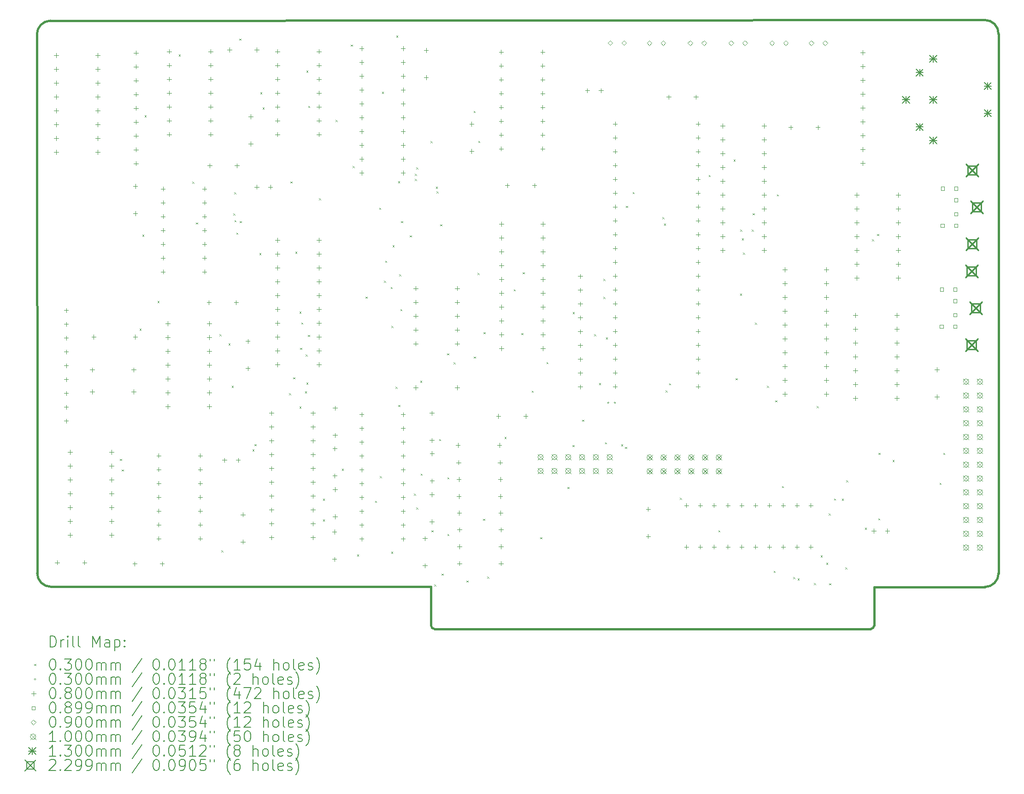
<source format=gbr>
%TF.GenerationSoftware,KiCad,Pcbnew,8.0.6*%
%TF.CreationDate,2025-07-20T08:59:58-05:00*%
%TF.ProjectId,MULTIIO,4d554c54-4949-44f2-9e6b-696361645f70,V1.1*%
%TF.SameCoordinates,Original*%
%TF.FileFunction,Drillmap*%
%TF.FilePolarity,Positive*%
%FSLAX45Y45*%
G04 Gerber Fmt 4.5, Leading zero omitted, Abs format (unit mm)*
G04 Created by KiCad (PCBNEW 8.0.6) date 2025-07-20 08:59:58*
%MOMM*%
%LPD*%
G01*
G04 APERTURE LIST*
%ADD10C,0.381000*%
%ADD11C,0.200000*%
%ADD12C,0.100000*%
%ADD13C,0.130000*%
%ADD14C,0.229870*%
G04 APERTURE END LIST*
D10*
X22074407Y-14230887D02*
X22076123Y-14945447D01*
X30217647Y-14237237D02*
X32249647Y-14238507D01*
X22139623Y-15008947D02*
G75*
G02*
X22076123Y-14945447I7J63507D01*
G01*
X15092680Y-14234160D02*
G75*
G02*
X14838680Y-13980160I0J254000D01*
G01*
X32501112Y-13984507D02*
G75*
G02*
X32249647Y-14238506I-253262J-743D01*
G01*
X32501107Y-4078507D02*
X32501107Y-13984507D01*
X14838680Y-13980160D02*
X14832866Y-4086126D01*
X21591807Y-14230887D02*
X22074407Y-14230887D01*
X32244566Y-3819378D02*
G75*
G02*
X32501107Y-4078507I3284J-253302D01*
G01*
X15092680Y-14234160D02*
X21591807Y-14230887D01*
X30215107Y-14944627D02*
G75*
G02*
X30151607Y-15008127I-63497J-3D01*
G01*
X15082520Y-3832860D02*
X32244567Y-3819427D01*
X22139623Y-15008947D02*
X30151607Y-15008127D01*
X30217647Y-14237237D02*
X30215107Y-14944627D01*
X14833563Y-4086126D02*
G75*
G02*
X15082520Y-3832860I253297J6D01*
G01*
D11*
D12*
X16358550Y-11881800D02*
X16388550Y-11911800D01*
X16388550Y-11881800D02*
X16358550Y-11911800D01*
X16394170Y-12076810D02*
X16424170Y-12106810D01*
X16424170Y-12076810D02*
X16394170Y-12106810D01*
X16719080Y-9491110D02*
X16749080Y-9521110D01*
X16749080Y-9491110D02*
X16719080Y-9521110D01*
X16768580Y-7765380D02*
X16798580Y-7795380D01*
X16798580Y-7765380D02*
X16768580Y-7795380D01*
X16810990Y-5573700D02*
X16840990Y-5603700D01*
X16840990Y-5573700D02*
X16810990Y-5603700D01*
X17049730Y-8985700D02*
X17079730Y-9015700D01*
X17079730Y-8985700D02*
X17049730Y-9015700D01*
X17436780Y-4456270D02*
X17466780Y-4486270D01*
X17466780Y-4456270D02*
X17436780Y-4486270D01*
X17689380Y-6788940D02*
X17719380Y-6818940D01*
X17719380Y-6788940D02*
X17689380Y-6818940D01*
X17755640Y-7541500D02*
X17785640Y-7571500D01*
X17785640Y-7541500D02*
X17755640Y-7571500D01*
X18186560Y-9593500D02*
X18216560Y-9623500D01*
X18216560Y-9593500D02*
X18186560Y-9623500D01*
X18223470Y-13562810D02*
X18253470Y-13592810D01*
X18253470Y-13562810D02*
X18223470Y-13592810D01*
X18354060Y-9764300D02*
X18384060Y-9794300D01*
X18384060Y-9764300D02*
X18354060Y-9794300D01*
X18412420Y-10542700D02*
X18442420Y-10572700D01*
X18442420Y-10542700D02*
X18412420Y-10572700D01*
X18442970Y-7375440D02*
X18472970Y-7405440D01*
X18472970Y-7375440D02*
X18442970Y-7405440D01*
X18456670Y-6984150D02*
X18486670Y-7014150D01*
X18486670Y-6984150D02*
X18456670Y-7014150D01*
X18463660Y-7498160D02*
X18493660Y-7528160D01*
X18493660Y-7498160D02*
X18463660Y-7528160D01*
X18497620Y-7726510D02*
X18527620Y-7756510D01*
X18527620Y-7726510D02*
X18497620Y-7756510D01*
X18552130Y-4163740D02*
X18582130Y-4193740D01*
X18582130Y-4163740D02*
X18552130Y-4193740D01*
X18559850Y-7515040D02*
X18589850Y-7545040D01*
X18589850Y-7515040D02*
X18559850Y-7545040D01*
X18794870Y-11711650D02*
X18824870Y-11741650D01*
X18824870Y-11711650D02*
X18794870Y-11741650D01*
X18831970Y-11611510D02*
X18861970Y-11641510D01*
X18861970Y-11611510D02*
X18831970Y-11641510D01*
X18918460Y-8102840D02*
X18948460Y-8132840D01*
X18948460Y-8102840D02*
X18918460Y-8132840D01*
X18939140Y-5146280D02*
X18969140Y-5176280D01*
X18969140Y-5146280D02*
X18939140Y-5176280D01*
X18978680Y-5427230D02*
X19008680Y-5457230D01*
X19008680Y-5427230D02*
X18978680Y-5457230D01*
X19468280Y-10676450D02*
X19498280Y-10706450D01*
X19498280Y-10676450D02*
X19468280Y-10706450D01*
X19491990Y-6784790D02*
X19521990Y-6814790D01*
X19521990Y-6784790D02*
X19491990Y-6814790D01*
X19542980Y-10385380D02*
X19572980Y-10415380D01*
X19572980Y-10385380D02*
X19542980Y-10415380D01*
X19579530Y-8078310D02*
X19609530Y-8108310D01*
X19609530Y-8078310D02*
X19579530Y-8108310D01*
X19655250Y-9178460D02*
X19685250Y-9208460D01*
X19685250Y-9178460D02*
X19655250Y-9208460D01*
X19657980Y-10923250D02*
X19687980Y-10953250D01*
X19687980Y-10923250D02*
X19657980Y-10953250D01*
X19670500Y-9843300D02*
X19700500Y-9873300D01*
X19700500Y-9843300D02*
X19670500Y-9873300D01*
X19690140Y-9378240D02*
X19720140Y-9408240D01*
X19720140Y-9378240D02*
X19690140Y-9408240D01*
X19757830Y-10642740D02*
X19787830Y-10672740D01*
X19787830Y-10642740D02*
X19757830Y-10672740D01*
X19773450Y-9967890D02*
X19803450Y-9997890D01*
X19803450Y-9967890D02*
X19773450Y-9997890D01*
X19782360Y-10482690D02*
X19812360Y-10512690D01*
X19812360Y-10482690D02*
X19782360Y-10512690D01*
X19783090Y-4748810D02*
X19813090Y-4778810D01*
X19813090Y-4748810D02*
X19783090Y-4778810D01*
X19813140Y-9605450D02*
X19843140Y-9635450D01*
X19843140Y-9605450D02*
X19813140Y-9635450D01*
X19819350Y-5397740D02*
X19849350Y-5427740D01*
X19849350Y-5397740D02*
X19819350Y-5427740D01*
X20014820Y-7095940D02*
X20044820Y-7125940D01*
X20044820Y-7095940D02*
X20014820Y-7125940D01*
X20087190Y-12997680D02*
X20117190Y-13027680D01*
X20117190Y-12997680D02*
X20087190Y-13027680D01*
X20089960Y-12616150D02*
X20119960Y-12646150D01*
X20119960Y-12616150D02*
X20089960Y-12646150D01*
X20321150Y-5654280D02*
X20351150Y-5684280D01*
X20351150Y-5654280D02*
X20321150Y-5684280D01*
X20434460Y-12065220D02*
X20464460Y-12095220D01*
X20464460Y-12065220D02*
X20434460Y-12095220D01*
X20599700Y-4270640D02*
X20629700Y-4300640D01*
X20629700Y-4270640D02*
X20599700Y-4300640D01*
X20635650Y-6501550D02*
X20665650Y-6531550D01*
X20665650Y-6501550D02*
X20635650Y-6531550D01*
X20716030Y-13639050D02*
X20746030Y-13669050D01*
X20746030Y-13639050D02*
X20716030Y-13669050D01*
X20871700Y-8902460D02*
X20901700Y-8932460D01*
X20901700Y-8902460D02*
X20871700Y-8932460D01*
X21045930Y-12654110D02*
X21075930Y-12684110D01*
X21075930Y-12654110D02*
X21045930Y-12684110D01*
X21121370Y-7268770D02*
X21151370Y-7298770D01*
X21151370Y-7268770D02*
X21121370Y-7298770D01*
X21134730Y-12198760D02*
X21164730Y-12228760D01*
X21164730Y-12198760D02*
X21134730Y-12228760D01*
X21171400Y-5139850D02*
X21201400Y-5169850D01*
X21201400Y-5139850D02*
X21171400Y-5169850D01*
X21211790Y-8610840D02*
X21241790Y-8640840D01*
X21241790Y-8610840D02*
X21211790Y-8640840D01*
X21231820Y-8244630D02*
X21261820Y-8274630D01*
X21261820Y-8244630D02*
X21231820Y-8274630D01*
X21334310Y-8723550D02*
X21364310Y-8753550D01*
X21364310Y-8723550D02*
X21334310Y-8753550D01*
X21341340Y-13591590D02*
X21371340Y-13621590D01*
X21371340Y-13591590D02*
X21341340Y-13621590D01*
X21343710Y-9442710D02*
X21373710Y-9472710D01*
X21373710Y-9442710D02*
X21343710Y-9472710D01*
X21367030Y-7959120D02*
X21397030Y-7989120D01*
X21397030Y-7959120D02*
X21367030Y-7989120D01*
X21422600Y-10560430D02*
X21452600Y-10590430D01*
X21452600Y-10560430D02*
X21422600Y-10590430D01*
X21435860Y-4107540D02*
X21465860Y-4137540D01*
X21465860Y-4107540D02*
X21435860Y-4137540D01*
X21467600Y-6781100D02*
X21497600Y-6811100D01*
X21497600Y-6781100D02*
X21467600Y-6811100D01*
X21472860Y-10893300D02*
X21502860Y-10923300D01*
X21502860Y-10893300D02*
X21472860Y-10923300D01*
X21490290Y-8493040D02*
X21520290Y-8523040D01*
X21520290Y-8493040D02*
X21490290Y-8523040D01*
X21510650Y-9131840D02*
X21540650Y-9161840D01*
X21540650Y-9131840D02*
X21510650Y-9161840D01*
X21524430Y-7514880D02*
X21554430Y-7544880D01*
X21554430Y-7514880D02*
X21524430Y-7544880D01*
X21684910Y-7778420D02*
X21714910Y-7808420D01*
X21714910Y-7778420D02*
X21684910Y-7808420D01*
X21761020Y-12522640D02*
X21791020Y-12552640D01*
X21791020Y-12522640D02*
X21761020Y-12552640D01*
X21777980Y-6647390D02*
X21807980Y-6677390D01*
X21807980Y-6647390D02*
X21777980Y-6677390D01*
X21778210Y-6739670D02*
X21808210Y-6769670D01*
X21808210Y-6739670D02*
X21778210Y-6769670D01*
X21801530Y-12774640D02*
X21831530Y-12804640D01*
X21831530Y-12774640D02*
X21801530Y-12804640D01*
X21805460Y-6527360D02*
X21835460Y-6557360D01*
X21835460Y-6527360D02*
X21805460Y-6557360D01*
X21875040Y-10447670D02*
X21905040Y-10477670D01*
X21905040Y-10447670D02*
X21875040Y-10477670D01*
X21881850Y-12154980D02*
X21911850Y-12184980D01*
X21911850Y-12154980D02*
X21881850Y-12184980D01*
X22064480Y-6046970D02*
X22094480Y-6076970D01*
X22094480Y-6046970D02*
X22064480Y-6076970D01*
X22083100Y-13195500D02*
X22113100Y-13225500D01*
X22113100Y-13195500D02*
X22083100Y-13225500D01*
X22133620Y-14188420D02*
X22163620Y-14218420D01*
X22163620Y-14188420D02*
X22133620Y-14218420D01*
X22164250Y-6886150D02*
X22194250Y-6916150D01*
X22194250Y-6886150D02*
X22164250Y-6916150D01*
X22178000Y-6969590D02*
X22208000Y-6999590D01*
X22208000Y-6969590D02*
X22178000Y-6999590D01*
X22222780Y-11518840D02*
X22252780Y-11548840D01*
X22252780Y-11518840D02*
X22222780Y-11548840D01*
X22241830Y-7574880D02*
X22271830Y-7604880D01*
X22271830Y-7574880D02*
X22241830Y-7604880D01*
X22268720Y-13992410D02*
X22298720Y-14022410D01*
X22298720Y-13992410D02*
X22268720Y-14022410D01*
X22370070Y-9944040D02*
X22400070Y-9974040D01*
X22400070Y-9944040D02*
X22370070Y-9974040D01*
X22374270Y-13262060D02*
X22404270Y-13292060D01*
X22404270Y-13262060D02*
X22374270Y-13292060D01*
X22375990Y-12223060D02*
X22405990Y-12253060D01*
X22405990Y-12223060D02*
X22375990Y-12253060D01*
X22488450Y-10108550D02*
X22518450Y-10138550D01*
X22518450Y-10108550D02*
X22488450Y-10138550D01*
X22724370Y-14119310D02*
X22754370Y-14149310D01*
X22754370Y-14119310D02*
X22724370Y-14149310D01*
X22856490Y-5491060D02*
X22886490Y-5521060D01*
X22886490Y-5491060D02*
X22856490Y-5521060D01*
X22863480Y-10002580D02*
X22893480Y-10032580D01*
X22893480Y-10002580D02*
X22863480Y-10032580D01*
X22927790Y-8468820D02*
X22957790Y-8498820D01*
X22957790Y-8468820D02*
X22927790Y-8498820D01*
X22942840Y-6042300D02*
X22972840Y-6072300D01*
X22972840Y-6042300D02*
X22942840Y-6072300D01*
X23031430Y-12982340D02*
X23061430Y-13012340D01*
X23061430Y-12982340D02*
X23031430Y-13012340D01*
X23038490Y-9555720D02*
X23068490Y-9585720D01*
X23068490Y-9555720D02*
X23038490Y-9585720D01*
X23105280Y-14046300D02*
X23135280Y-14076300D01*
X23135280Y-14046300D02*
X23105280Y-14076300D01*
X23425530Y-11480790D02*
X23455530Y-11510790D01*
X23455530Y-11480790D02*
X23425530Y-11510790D01*
X23595450Y-8766490D02*
X23625450Y-8796490D01*
X23625450Y-8766490D02*
X23595450Y-8796490D01*
X23732270Y-9570480D02*
X23762270Y-9600480D01*
X23762270Y-9570480D02*
X23732270Y-9600480D01*
X23759490Y-8456010D02*
X23789490Y-8486010D01*
X23789490Y-8456010D02*
X23759490Y-8486010D01*
X23923370Y-10631720D02*
X23953370Y-10661720D01*
X23953370Y-10631720D02*
X23923370Y-10661720D01*
X24082050Y-13324430D02*
X24112050Y-13354430D01*
X24112050Y-13324430D02*
X24082050Y-13354430D01*
X24194500Y-10104330D02*
X24224500Y-10134330D01*
X24224500Y-10104330D02*
X24194500Y-10134330D01*
X24579820Y-12400990D02*
X24609820Y-12430990D01*
X24609820Y-12400990D02*
X24579820Y-12430990D01*
X24674170Y-11629950D02*
X24704170Y-11659950D01*
X24704170Y-11629950D02*
X24674170Y-11659950D01*
X24677940Y-9188740D02*
X24707940Y-9218740D01*
X24707940Y-9188740D02*
X24677940Y-9218740D01*
X24852530Y-11162730D02*
X24882530Y-11192730D01*
X24882530Y-11162730D02*
X24852530Y-11192730D01*
X25072890Y-9591690D02*
X25102890Y-9621690D01*
X25102890Y-9591690D02*
X25072890Y-9621690D01*
X25161610Y-10490340D02*
X25191610Y-10520340D01*
X25191610Y-10490340D02*
X25161610Y-10520340D01*
X25242440Y-8577920D02*
X25272440Y-8607920D01*
X25272440Y-8577920D02*
X25242440Y-8607920D01*
X25242440Y-8906900D02*
X25272440Y-8936900D01*
X25272440Y-8906900D02*
X25242440Y-8936900D01*
X25268690Y-11578090D02*
X25298690Y-11608090D01*
X25298690Y-11578090D02*
X25268690Y-11608090D01*
X25288660Y-9654350D02*
X25318660Y-9684350D01*
X25318660Y-9654350D02*
X25288660Y-9684350D01*
X25565810Y-11615670D02*
X25595810Y-11645670D01*
X25595810Y-11615670D02*
X25565810Y-11645670D01*
X25637210Y-11661470D02*
X25667210Y-11691470D01*
X25667210Y-11661470D02*
X25637210Y-11691470D01*
X25654590Y-7236700D02*
X25684590Y-7266700D01*
X25684590Y-7236700D02*
X25654590Y-7266700D01*
X25777640Y-6982700D02*
X25807640Y-7012700D01*
X25807640Y-6982700D02*
X25777640Y-7012700D01*
X26324570Y-7444530D02*
X26354570Y-7474530D01*
X26354570Y-7444530D02*
X26324570Y-7474530D01*
X26354710Y-7559770D02*
X26384710Y-7589770D01*
X26384710Y-7559770D02*
X26354710Y-7589770D01*
X26385400Y-10627170D02*
X26415400Y-10657170D01*
X26415400Y-10627170D02*
X26385400Y-10657170D01*
X26447910Y-10495280D02*
X26477910Y-10525280D01*
X26477910Y-10495280D02*
X26447910Y-10525280D01*
X26646860Y-12600060D02*
X26676860Y-12630060D01*
X26676860Y-12600060D02*
X26646860Y-12630060D01*
X27176070Y-6666450D02*
X27206070Y-6696450D01*
X27206070Y-6666450D02*
X27176070Y-6696450D01*
X27354800Y-13194240D02*
X27384800Y-13224240D01*
X27384800Y-13194240D02*
X27354800Y-13224240D01*
X27631290Y-6385800D02*
X27661290Y-6415800D01*
X27661290Y-6385800D02*
X27631290Y-6415800D01*
X27670530Y-10401860D02*
X27700530Y-10431860D01*
X27700530Y-10401860D02*
X27670530Y-10431860D01*
X27752100Y-8846370D02*
X27782100Y-8876370D01*
X27782100Y-8846370D02*
X27752100Y-8876370D01*
X27753510Y-7670750D02*
X27783510Y-7700750D01*
X27783510Y-7670750D02*
X27753510Y-7700750D01*
X27786570Y-7831310D02*
X27816570Y-7861310D01*
X27816570Y-7831310D02*
X27786570Y-7861310D01*
X27805560Y-8094680D02*
X27835560Y-8124680D01*
X27835560Y-8094680D02*
X27805560Y-8124680D01*
X27966650Y-7672780D02*
X27996650Y-7702780D01*
X27996650Y-7672780D02*
X27966650Y-7702780D01*
X27983280Y-7371470D02*
X28013280Y-7401470D01*
X28013280Y-7371470D02*
X27983280Y-7401470D01*
X28026960Y-9380350D02*
X28056960Y-9410350D01*
X28056960Y-9380350D02*
X28026960Y-9410350D01*
X28247740Y-10541710D02*
X28277740Y-10571710D01*
X28277740Y-10541710D02*
X28247740Y-10571710D01*
X28368750Y-13939920D02*
X28398750Y-13969920D01*
X28398750Y-13939920D02*
X28368750Y-13969920D01*
X28399990Y-10806580D02*
X28429990Y-10836580D01*
X28429990Y-10806580D02*
X28399990Y-10836580D01*
X28429910Y-7025500D02*
X28459910Y-7055500D01*
X28459910Y-7025500D02*
X28429910Y-7055500D01*
X28522320Y-12384190D02*
X28552320Y-12414190D01*
X28552320Y-12384190D02*
X28522320Y-12414190D01*
X28727360Y-14057470D02*
X28757360Y-14087470D01*
X28757360Y-14057470D02*
X28727360Y-14087470D01*
X28808270Y-14082760D02*
X28838270Y-14112760D01*
X28838270Y-14082760D02*
X28808270Y-14112760D01*
X29110500Y-14167040D02*
X29140500Y-14197040D01*
X29140500Y-14167040D02*
X29110500Y-14197040D01*
X29158990Y-10913530D02*
X29188990Y-10943530D01*
X29188990Y-10913530D02*
X29158990Y-10943530D01*
X29234060Y-13658040D02*
X29264060Y-13688040D01*
X29264060Y-13658040D02*
X29234060Y-13688040D01*
X29334510Y-13790980D02*
X29364510Y-13820980D01*
X29364510Y-13790980D02*
X29334510Y-13820980D01*
X29381520Y-12884580D02*
X29411520Y-12914580D01*
X29411520Y-12884580D02*
X29381520Y-12914580D01*
X29388500Y-14168080D02*
X29418500Y-14198080D01*
X29418500Y-14168080D02*
X29388500Y-14198080D01*
X29479510Y-12613430D02*
X29509510Y-12643430D01*
X29509510Y-12613430D02*
X29479510Y-12643430D01*
X29620680Y-12616060D02*
X29650680Y-12646060D01*
X29650680Y-12616060D02*
X29620680Y-12646060D01*
X29684490Y-13877350D02*
X29714490Y-13907350D01*
X29714490Y-13877350D02*
X29684490Y-13907350D01*
X29701220Y-12276200D02*
X29731220Y-12306200D01*
X29731220Y-12276200D02*
X29701220Y-12306200D01*
X30047170Y-13151260D02*
X30077170Y-13181260D01*
X30077170Y-13151260D02*
X30047170Y-13181260D01*
X30174520Y-7851190D02*
X30204520Y-7881190D01*
X30204520Y-7851190D02*
X30174520Y-7881190D01*
X30268990Y-7753490D02*
X30298990Y-7783490D01*
X30298990Y-7753490D02*
X30268990Y-7783490D01*
X30292710Y-12976900D02*
X30322710Y-13006900D01*
X30322710Y-12976900D02*
X30292710Y-13006900D01*
X30293410Y-11774810D02*
X30323410Y-11804810D01*
X30323410Y-11774810D02*
X30293410Y-11804810D01*
X30554630Y-11902850D02*
X30584630Y-11932850D01*
X30584630Y-11902850D02*
X30554630Y-11932850D01*
X31415550Y-12321930D02*
X31445550Y-12351930D01*
X31445550Y-12321930D02*
X31415550Y-12351930D01*
X31486690Y-11772290D02*
X31516690Y-11802290D01*
X31516690Y-11772290D02*
X31486690Y-11802290D01*
X25345800Y-10850880D02*
G75*
G02*
X25315800Y-10850880I-15000J0D01*
G01*
X25315800Y-10850880D02*
G75*
G02*
X25345800Y-10850880I15000J0D01*
G01*
X25465800Y-10850880D02*
G75*
G02*
X25435800Y-10850880I-15000J0D01*
G01*
X25435800Y-10850880D02*
G75*
G02*
X25465800Y-10850880I15000J0D01*
G01*
X15189200Y-4430400D02*
X15189200Y-4510400D01*
X15149200Y-4470400D02*
X15229200Y-4470400D01*
X15189200Y-4684400D02*
X15189200Y-4764400D01*
X15149200Y-4724400D02*
X15229200Y-4724400D01*
X15189200Y-4938400D02*
X15189200Y-5018400D01*
X15149200Y-4978400D02*
X15229200Y-4978400D01*
X15189200Y-5192400D02*
X15189200Y-5272400D01*
X15149200Y-5232400D02*
X15229200Y-5232400D01*
X15189200Y-5446400D02*
X15189200Y-5526400D01*
X15149200Y-5486400D02*
X15229200Y-5486400D01*
X15189200Y-5700400D02*
X15189200Y-5780400D01*
X15149200Y-5740400D02*
X15229200Y-5740400D01*
X15189200Y-5954400D02*
X15189200Y-6034400D01*
X15149200Y-5994400D02*
X15229200Y-5994400D01*
X15189200Y-6208400D02*
X15189200Y-6288400D01*
X15149200Y-6248400D02*
X15229200Y-6248400D01*
X15207360Y-13747120D02*
X15207360Y-13827120D01*
X15167360Y-13787120D02*
X15247360Y-13787120D01*
X15372080Y-9114160D02*
X15372080Y-9194160D01*
X15332080Y-9154160D02*
X15412080Y-9154160D01*
X15372080Y-9368160D02*
X15372080Y-9448160D01*
X15332080Y-9408160D02*
X15412080Y-9408160D01*
X15372080Y-9622160D02*
X15372080Y-9702160D01*
X15332080Y-9662160D02*
X15412080Y-9662160D01*
X15372080Y-9876160D02*
X15372080Y-9956160D01*
X15332080Y-9916160D02*
X15412080Y-9916160D01*
X15372080Y-10130160D02*
X15372080Y-10210160D01*
X15332080Y-10170160D02*
X15412080Y-10170160D01*
X15372080Y-10384160D02*
X15372080Y-10464160D01*
X15332080Y-10424160D02*
X15412080Y-10424160D01*
X15372080Y-10638160D02*
X15372080Y-10718160D01*
X15332080Y-10678160D02*
X15412080Y-10678160D01*
X15372080Y-10892160D02*
X15372080Y-10972160D01*
X15332080Y-10932160D02*
X15412080Y-10932160D01*
X15372080Y-11146160D02*
X15372080Y-11226160D01*
X15332080Y-11186160D02*
X15412080Y-11186160D01*
X15443200Y-11720200D02*
X15443200Y-11800200D01*
X15403200Y-11760200D02*
X15483200Y-11760200D01*
X15443200Y-11974200D02*
X15443200Y-12054200D01*
X15403200Y-12014200D02*
X15483200Y-12014200D01*
X15443200Y-12228200D02*
X15443200Y-12308200D01*
X15403200Y-12268200D02*
X15483200Y-12268200D01*
X15443200Y-12482200D02*
X15443200Y-12562200D01*
X15403200Y-12522200D02*
X15483200Y-12522200D01*
X15443200Y-12736200D02*
X15443200Y-12816200D01*
X15403200Y-12776200D02*
X15483200Y-12776200D01*
X15443200Y-12990200D02*
X15443200Y-13070200D01*
X15403200Y-13030200D02*
X15483200Y-13030200D01*
X15443200Y-13244200D02*
X15443200Y-13324200D01*
X15403200Y-13284200D02*
X15483200Y-13284200D01*
X15707360Y-13747120D02*
X15707360Y-13827120D01*
X15667360Y-13787120D02*
X15747360Y-13787120D01*
X15849600Y-10205220D02*
X15849600Y-10285220D01*
X15809600Y-10245220D02*
X15889600Y-10245220D01*
X15849600Y-10610220D02*
X15849600Y-10690220D01*
X15809600Y-10650220D02*
X15889600Y-10650220D01*
X15877540Y-9602980D02*
X15877540Y-9682980D01*
X15837540Y-9642980D02*
X15917540Y-9642980D01*
X15951200Y-4430400D02*
X15951200Y-4510400D01*
X15911200Y-4470400D02*
X15991200Y-4470400D01*
X15951200Y-4684400D02*
X15951200Y-4764400D01*
X15911200Y-4724400D02*
X15991200Y-4724400D01*
X15951200Y-4938400D02*
X15951200Y-5018400D01*
X15911200Y-4978400D02*
X15991200Y-4978400D01*
X15951200Y-5192400D02*
X15951200Y-5272400D01*
X15911200Y-5232400D02*
X15991200Y-5232400D01*
X15951200Y-5446400D02*
X15951200Y-5526400D01*
X15911200Y-5486400D02*
X15991200Y-5486400D01*
X15951200Y-5700400D02*
X15951200Y-5780400D01*
X15911200Y-5740400D02*
X15991200Y-5740400D01*
X15951200Y-5954400D02*
X15951200Y-6034400D01*
X15911200Y-5994400D02*
X15991200Y-5994400D01*
X15951200Y-6208400D02*
X15951200Y-6288400D01*
X15911200Y-6248400D02*
X15991200Y-6248400D01*
X16205200Y-11720200D02*
X16205200Y-11800200D01*
X16165200Y-11760200D02*
X16245200Y-11760200D01*
X16205200Y-11974200D02*
X16205200Y-12054200D01*
X16165200Y-12014200D02*
X16245200Y-12014200D01*
X16205200Y-12228200D02*
X16205200Y-12308200D01*
X16165200Y-12268200D02*
X16245200Y-12268200D01*
X16205200Y-12482200D02*
X16205200Y-12562200D01*
X16165200Y-12522200D02*
X16245200Y-12522200D01*
X16205200Y-12736200D02*
X16205200Y-12816200D01*
X16165200Y-12776200D02*
X16245200Y-12776200D01*
X16205200Y-12990200D02*
X16205200Y-13070200D01*
X16165200Y-13030200D02*
X16245200Y-13030200D01*
X16205200Y-13244200D02*
X16205200Y-13324200D01*
X16165200Y-13284200D02*
X16245200Y-13284200D01*
X16611600Y-10205220D02*
X16611600Y-10285220D01*
X16571600Y-10245220D02*
X16651600Y-10245220D01*
X16611600Y-10610220D02*
X16611600Y-10690220D01*
X16571600Y-10650220D02*
X16651600Y-10650220D01*
X16632300Y-13769980D02*
X16632300Y-13849980D01*
X16592300Y-13809980D02*
X16672300Y-13809980D01*
X16639540Y-9602980D02*
X16639540Y-9682980D01*
X16599540Y-9642980D02*
X16679540Y-9642980D01*
X16642220Y-6832760D02*
X16642220Y-6912760D01*
X16602220Y-6872760D02*
X16682220Y-6872760D01*
X16642220Y-7332760D02*
X16642220Y-7412760D01*
X16602220Y-7372760D02*
X16682220Y-7372760D01*
X16652140Y-4384400D02*
X16652140Y-4464400D01*
X16612140Y-4424400D02*
X16692140Y-4424400D01*
X16652140Y-4638400D02*
X16652140Y-4718400D01*
X16612140Y-4678400D02*
X16692140Y-4678400D01*
X16652140Y-4892400D02*
X16652140Y-4972400D01*
X16612140Y-4932400D02*
X16692140Y-4932400D01*
X16652140Y-5146400D02*
X16652140Y-5226400D01*
X16612140Y-5186400D02*
X16692140Y-5186400D01*
X16652140Y-5400400D02*
X16652140Y-5480400D01*
X16612140Y-5440400D02*
X16692140Y-5440400D01*
X16652140Y-5654400D02*
X16652140Y-5734400D01*
X16612140Y-5694400D02*
X16692140Y-5694400D01*
X16652140Y-5908400D02*
X16652140Y-5988400D01*
X16612140Y-5948400D02*
X16692140Y-5948400D01*
X16652140Y-6162400D02*
X16652140Y-6242400D01*
X16612140Y-6202400D02*
X16692140Y-6202400D01*
X16652140Y-6416400D02*
X16652140Y-6496400D01*
X16612140Y-6456400D02*
X16692140Y-6456400D01*
X17071340Y-11783700D02*
X17071340Y-11863700D01*
X17031340Y-11823700D02*
X17111340Y-11823700D01*
X17071340Y-12037700D02*
X17071340Y-12117700D01*
X17031340Y-12077700D02*
X17111340Y-12077700D01*
X17071340Y-12291700D02*
X17071340Y-12371700D01*
X17031340Y-12331700D02*
X17111340Y-12331700D01*
X17071340Y-12545700D02*
X17071340Y-12625700D01*
X17031340Y-12585700D02*
X17111340Y-12585700D01*
X17071340Y-12799700D02*
X17071340Y-12879700D01*
X17031340Y-12839700D02*
X17111340Y-12839700D01*
X17071340Y-13053700D02*
X17071340Y-13133700D01*
X17031340Y-13093700D02*
X17111340Y-13093700D01*
X17071340Y-13307700D02*
X17071340Y-13387700D01*
X17031340Y-13347700D02*
X17111340Y-13347700D01*
X17132300Y-13769980D02*
X17132300Y-13849980D01*
X17092300Y-13809980D02*
X17172300Y-13809980D01*
X17150080Y-6881500D02*
X17150080Y-6961500D01*
X17110080Y-6921500D02*
X17190080Y-6921500D01*
X17150080Y-7135500D02*
X17150080Y-7215500D01*
X17110080Y-7175500D02*
X17190080Y-7175500D01*
X17150080Y-7389500D02*
X17150080Y-7469500D01*
X17110080Y-7429500D02*
X17190080Y-7429500D01*
X17150080Y-7643500D02*
X17150080Y-7723500D01*
X17110080Y-7683500D02*
X17190080Y-7683500D01*
X17150080Y-7897500D02*
X17150080Y-7977500D01*
X17110080Y-7937500D02*
X17190080Y-7937500D01*
X17150080Y-8151500D02*
X17150080Y-8231500D01*
X17110080Y-8191500D02*
X17190080Y-8191500D01*
X17150080Y-8405500D02*
X17150080Y-8485500D01*
X17110080Y-8445500D02*
X17190080Y-8445500D01*
X17237440Y-9357500D02*
X17237440Y-9437500D01*
X17197440Y-9397500D02*
X17277440Y-9397500D01*
X17237440Y-9611500D02*
X17237440Y-9691500D01*
X17197440Y-9651500D02*
X17277440Y-9651500D01*
X17237440Y-9865500D02*
X17237440Y-9945500D01*
X17197440Y-9905500D02*
X17277440Y-9905500D01*
X17237440Y-10119500D02*
X17237440Y-10199500D01*
X17197440Y-10159500D02*
X17277440Y-10159500D01*
X17237440Y-10373500D02*
X17237440Y-10453500D01*
X17197440Y-10413500D02*
X17277440Y-10413500D01*
X17237440Y-10627500D02*
X17237440Y-10707500D01*
X17197440Y-10667500D02*
X17277440Y-10667500D01*
X17237440Y-10881500D02*
X17237440Y-10961500D01*
X17197440Y-10921500D02*
X17277440Y-10921500D01*
X17261840Y-4359280D02*
X17261840Y-4439280D01*
X17221840Y-4399280D02*
X17301840Y-4399280D01*
X17261840Y-4613280D02*
X17261840Y-4693280D01*
X17221840Y-4653280D02*
X17301840Y-4653280D01*
X17261840Y-4867280D02*
X17261840Y-4947280D01*
X17221840Y-4907280D02*
X17301840Y-4907280D01*
X17261840Y-5121280D02*
X17261840Y-5201280D01*
X17221840Y-5161280D02*
X17301840Y-5161280D01*
X17261840Y-5375280D02*
X17261840Y-5455280D01*
X17221840Y-5415280D02*
X17301840Y-5415280D01*
X17261840Y-5629280D02*
X17261840Y-5709280D01*
X17221840Y-5669280D02*
X17301840Y-5669280D01*
X17261840Y-5883280D02*
X17261840Y-5963280D01*
X17221840Y-5923280D02*
X17301840Y-5923280D01*
X17833340Y-11783700D02*
X17833340Y-11863700D01*
X17793340Y-11823700D02*
X17873340Y-11823700D01*
X17833340Y-12037700D02*
X17833340Y-12117700D01*
X17793340Y-12077700D02*
X17873340Y-12077700D01*
X17833340Y-12291700D02*
X17833340Y-12371700D01*
X17793340Y-12331700D02*
X17873340Y-12331700D01*
X17833340Y-12545700D02*
X17833340Y-12625700D01*
X17793340Y-12585700D02*
X17873340Y-12585700D01*
X17833340Y-12799700D02*
X17833340Y-12879700D01*
X17793340Y-12839700D02*
X17873340Y-12839700D01*
X17833340Y-13053700D02*
X17833340Y-13133700D01*
X17793340Y-13093700D02*
X17873340Y-13093700D01*
X17833340Y-13307700D02*
X17833340Y-13387700D01*
X17793340Y-13347700D02*
X17873340Y-13347700D01*
X17912080Y-6881500D02*
X17912080Y-6961500D01*
X17872080Y-6921500D02*
X17952080Y-6921500D01*
X17912080Y-7135500D02*
X17912080Y-7215500D01*
X17872080Y-7175500D02*
X17952080Y-7175500D01*
X17912080Y-7389500D02*
X17912080Y-7469500D01*
X17872080Y-7429500D02*
X17952080Y-7429500D01*
X17912080Y-7643500D02*
X17912080Y-7723500D01*
X17872080Y-7683500D02*
X17952080Y-7683500D01*
X17912080Y-7897500D02*
X17912080Y-7977500D01*
X17872080Y-7937500D02*
X17952080Y-7937500D01*
X17912080Y-8151500D02*
X17912080Y-8231500D01*
X17872080Y-8191500D02*
X17952080Y-8191500D01*
X17912080Y-8405500D02*
X17912080Y-8485500D01*
X17872080Y-8445500D02*
X17952080Y-8445500D01*
X17993740Y-8969380D02*
X17993740Y-9049380D01*
X17953740Y-9009380D02*
X18033740Y-9009380D01*
X17999440Y-9357500D02*
X17999440Y-9437500D01*
X17959440Y-9397500D02*
X18039440Y-9397500D01*
X17999440Y-9611500D02*
X17999440Y-9691500D01*
X17959440Y-9651500D02*
X18039440Y-9651500D01*
X17999440Y-9865500D02*
X17999440Y-9945500D01*
X17959440Y-9905500D02*
X18039440Y-9905500D01*
X17999440Y-10119500D02*
X17999440Y-10199500D01*
X17959440Y-10159500D02*
X18039440Y-10159500D01*
X17999440Y-10373500D02*
X17999440Y-10453500D01*
X17959440Y-10413500D02*
X18039440Y-10413500D01*
X17999440Y-10627500D02*
X17999440Y-10707500D01*
X17959440Y-10667500D02*
X18039440Y-10667500D01*
X17999440Y-10881500D02*
X17999440Y-10961500D01*
X17959440Y-10921500D02*
X18039440Y-10921500D01*
X18008980Y-6454780D02*
X18008980Y-6534780D01*
X17968980Y-6494780D02*
X18048980Y-6494780D01*
X18023840Y-4359280D02*
X18023840Y-4439280D01*
X17983840Y-4399280D02*
X18063840Y-4399280D01*
X18023840Y-4613280D02*
X18023840Y-4693280D01*
X17983840Y-4653280D02*
X18063840Y-4653280D01*
X18023840Y-4867280D02*
X18023840Y-4947280D01*
X17983840Y-4907280D02*
X18063840Y-4907280D01*
X18023840Y-5121280D02*
X18023840Y-5201280D01*
X17983840Y-5161280D02*
X18063840Y-5161280D01*
X18023840Y-5375280D02*
X18023840Y-5455280D01*
X17983840Y-5415280D02*
X18063840Y-5415280D01*
X18023840Y-5629280D02*
X18023840Y-5709280D01*
X17983840Y-5669280D02*
X18063840Y-5669280D01*
X18023840Y-5883280D02*
X18023840Y-5963280D01*
X17983840Y-5923280D02*
X18063840Y-5923280D01*
X18279250Y-11864980D02*
X18279250Y-11944980D01*
X18239250Y-11904980D02*
X18319250Y-11904980D01*
X18372200Y-4328800D02*
X18372200Y-4408800D01*
X18332200Y-4368800D02*
X18412200Y-4368800D01*
X18493740Y-8969380D02*
X18493740Y-9049380D01*
X18453740Y-9009380D02*
X18533740Y-9009380D01*
X18508980Y-6454780D02*
X18508980Y-6534780D01*
X18468980Y-6494780D02*
X18548980Y-6494780D01*
X18529250Y-11864980D02*
X18529250Y-11944980D01*
X18489250Y-11904980D02*
X18569250Y-11904980D01*
X18618200Y-12866120D02*
X18618200Y-12946120D01*
X18578200Y-12906120D02*
X18658200Y-12906120D01*
X18618200Y-13366120D02*
X18618200Y-13446120D01*
X18578200Y-13406120D02*
X18658200Y-13406120D01*
X18707100Y-9680960D02*
X18707100Y-9760960D01*
X18667100Y-9720960D02*
X18747100Y-9720960D01*
X18707100Y-10180960D02*
X18707100Y-10260960D01*
X18667100Y-10220960D02*
X18747100Y-10220960D01*
X18762980Y-5553460D02*
X18762980Y-5633460D01*
X18722980Y-5593460D02*
X18802980Y-5593460D01*
X18762980Y-6053460D02*
X18762980Y-6133460D01*
X18722980Y-6093460D02*
X18802980Y-6093460D01*
X18872200Y-4328800D02*
X18872200Y-4408800D01*
X18832200Y-4368800D02*
X18912200Y-4368800D01*
X18873660Y-6848480D02*
X18873660Y-6928480D01*
X18833660Y-6888480D02*
X18913660Y-6888480D01*
X19123660Y-6848480D02*
X19123660Y-6928480D01*
X19083660Y-6888480D02*
X19163660Y-6888480D01*
X19141440Y-11001380D02*
X19141440Y-11081380D01*
X19101440Y-11041380D02*
X19181440Y-11041380D01*
X19141440Y-11255380D02*
X19141440Y-11335380D01*
X19101440Y-11295380D02*
X19181440Y-11295380D01*
X19141440Y-11509380D02*
X19141440Y-11589380D01*
X19101440Y-11549380D02*
X19181440Y-11549380D01*
X19141440Y-11763380D02*
X19141440Y-11843380D01*
X19101440Y-11803380D02*
X19181440Y-11803380D01*
X19141440Y-12017380D02*
X19141440Y-12097380D01*
X19101440Y-12057380D02*
X19181440Y-12057380D01*
X19141440Y-12271380D02*
X19141440Y-12351380D01*
X19101440Y-12311380D02*
X19181440Y-12311380D01*
X19141440Y-12525380D02*
X19141440Y-12605380D01*
X19101440Y-12565380D02*
X19181440Y-12565380D01*
X19141440Y-12779380D02*
X19141440Y-12859380D01*
X19101440Y-12819380D02*
X19181440Y-12819380D01*
X19141440Y-13033380D02*
X19141440Y-13113380D01*
X19101440Y-13073380D02*
X19181440Y-13073380D01*
X19141440Y-13287380D02*
X19141440Y-13367380D01*
X19101440Y-13327380D02*
X19181440Y-13327380D01*
X19253200Y-4359280D02*
X19253200Y-4439280D01*
X19213200Y-4399280D02*
X19293200Y-4399280D01*
X19253200Y-4613280D02*
X19253200Y-4693280D01*
X19213200Y-4653280D02*
X19293200Y-4653280D01*
X19253200Y-4867280D02*
X19253200Y-4947280D01*
X19213200Y-4907280D02*
X19293200Y-4907280D01*
X19253200Y-5121280D02*
X19253200Y-5201280D01*
X19213200Y-5161280D02*
X19293200Y-5161280D01*
X19253200Y-5375280D02*
X19253200Y-5455280D01*
X19213200Y-5415280D02*
X19293200Y-5415280D01*
X19253200Y-5629280D02*
X19253200Y-5709280D01*
X19213200Y-5669280D02*
X19293200Y-5669280D01*
X19253200Y-5883280D02*
X19253200Y-5963280D01*
X19213200Y-5923280D02*
X19293200Y-5923280D01*
X19253200Y-7823840D02*
X19253200Y-7903840D01*
X19213200Y-7863840D02*
X19293200Y-7863840D01*
X19253200Y-8077840D02*
X19253200Y-8157840D01*
X19213200Y-8117840D02*
X19293200Y-8117840D01*
X19253200Y-8331840D02*
X19253200Y-8411840D01*
X19213200Y-8371840D02*
X19293200Y-8371840D01*
X19253200Y-8585840D02*
X19253200Y-8665840D01*
X19213200Y-8625840D02*
X19293200Y-8625840D01*
X19253200Y-8839840D02*
X19253200Y-8919840D01*
X19213200Y-8879840D02*
X19293200Y-8879840D01*
X19253200Y-9093840D02*
X19253200Y-9173840D01*
X19213200Y-9133840D02*
X19293200Y-9133840D01*
X19253200Y-9347840D02*
X19253200Y-9427840D01*
X19213200Y-9387840D02*
X19293200Y-9387840D01*
X19253200Y-9601840D02*
X19253200Y-9681840D01*
X19213200Y-9641840D02*
X19293200Y-9641840D01*
X19253200Y-9855840D02*
X19253200Y-9935840D01*
X19213200Y-9895840D02*
X19293200Y-9895840D01*
X19253200Y-10109840D02*
X19253200Y-10189840D01*
X19213200Y-10149840D02*
X19293200Y-10149840D01*
X19903440Y-11001380D02*
X19903440Y-11081380D01*
X19863440Y-11041380D02*
X19943440Y-11041380D01*
X19903440Y-11255380D02*
X19903440Y-11335380D01*
X19863440Y-11295380D02*
X19943440Y-11295380D01*
X19903440Y-11509380D02*
X19903440Y-11589380D01*
X19863440Y-11549380D02*
X19943440Y-11549380D01*
X19903440Y-11763380D02*
X19903440Y-11843380D01*
X19863440Y-11803380D02*
X19943440Y-11803380D01*
X19903440Y-12017380D02*
X19903440Y-12097380D01*
X19863440Y-12057380D02*
X19943440Y-12057380D01*
X19903440Y-12271380D02*
X19903440Y-12351380D01*
X19863440Y-12311380D02*
X19943440Y-12311380D01*
X19903440Y-12525380D02*
X19903440Y-12605380D01*
X19863440Y-12565380D02*
X19943440Y-12565380D01*
X19903440Y-12779380D02*
X19903440Y-12859380D01*
X19863440Y-12819380D02*
X19943440Y-12819380D01*
X19903440Y-13033380D02*
X19903440Y-13113380D01*
X19863440Y-13073380D02*
X19943440Y-13073380D01*
X19903440Y-13287380D02*
X19903440Y-13367380D01*
X19863440Y-13327380D02*
X19943440Y-13327380D01*
X20015200Y-4359280D02*
X20015200Y-4439280D01*
X19975200Y-4399280D02*
X20055200Y-4399280D01*
X20015200Y-4613280D02*
X20015200Y-4693280D01*
X19975200Y-4653280D02*
X20055200Y-4653280D01*
X20015200Y-4867280D02*
X20015200Y-4947280D01*
X19975200Y-4907280D02*
X20055200Y-4907280D01*
X20015200Y-5121280D02*
X20015200Y-5201280D01*
X19975200Y-5161280D02*
X20055200Y-5161280D01*
X20015200Y-5375280D02*
X20015200Y-5455280D01*
X19975200Y-5415280D02*
X20055200Y-5415280D01*
X20015200Y-5629280D02*
X20015200Y-5709280D01*
X19975200Y-5669280D02*
X20055200Y-5669280D01*
X20015200Y-5883280D02*
X20015200Y-5963280D01*
X19975200Y-5923280D02*
X20055200Y-5923280D01*
X20015200Y-7823840D02*
X20015200Y-7903840D01*
X19975200Y-7863840D02*
X20055200Y-7863840D01*
X20015200Y-8077840D02*
X20015200Y-8157840D01*
X19975200Y-8117840D02*
X20055200Y-8117840D01*
X20015200Y-8331840D02*
X20015200Y-8411840D01*
X19975200Y-8371840D02*
X20055200Y-8371840D01*
X20015200Y-8585840D02*
X20015200Y-8665840D01*
X19975200Y-8625840D02*
X20055200Y-8625840D01*
X20015200Y-8839840D02*
X20015200Y-8919840D01*
X19975200Y-8879840D02*
X20055200Y-8879840D01*
X20015200Y-9093840D02*
X20015200Y-9173840D01*
X19975200Y-9133840D02*
X20055200Y-9133840D01*
X20015200Y-9347840D02*
X20015200Y-9427840D01*
X19975200Y-9387840D02*
X20055200Y-9387840D01*
X20015200Y-9601840D02*
X20015200Y-9681840D01*
X19975200Y-9641840D02*
X20055200Y-9641840D01*
X20015200Y-9855840D02*
X20015200Y-9935840D01*
X19975200Y-9895840D02*
X20055200Y-9895840D01*
X20015200Y-10109840D02*
X20015200Y-10189840D01*
X19975200Y-10149840D02*
X20055200Y-10149840D01*
X20299820Y-13185300D02*
X20299820Y-13265300D01*
X20259820Y-13225300D02*
X20339820Y-13225300D01*
X20299820Y-13685300D02*
X20299820Y-13765300D01*
X20259820Y-13725300D02*
X20339820Y-13725300D01*
X20304760Y-11654160D02*
X20304760Y-11734160D01*
X20264760Y-11694160D02*
X20344760Y-11694160D01*
X20304760Y-12154160D02*
X20304760Y-12234160D01*
X20264760Y-12194160D02*
X20344760Y-12194160D01*
X20309700Y-10908260D02*
X20309700Y-10988260D01*
X20269700Y-10948260D02*
X20349700Y-10948260D01*
X20309700Y-11408260D02*
X20309700Y-11488260D01*
X20269700Y-11448260D02*
X20349700Y-11448260D01*
X20309840Y-12403840D02*
X20309840Y-12483840D01*
X20269840Y-12443840D02*
X20349840Y-12443840D01*
X20309840Y-12903840D02*
X20309840Y-12983840D01*
X20269840Y-12943840D02*
X20349840Y-12943840D01*
X20800060Y-4303400D02*
X20800060Y-4383400D01*
X20760060Y-4343400D02*
X20840060Y-4343400D01*
X20800060Y-4557400D02*
X20800060Y-4637400D01*
X20760060Y-4597400D02*
X20840060Y-4597400D01*
X20800060Y-4811400D02*
X20800060Y-4891400D01*
X20760060Y-4851400D02*
X20840060Y-4851400D01*
X20800060Y-5065400D02*
X20800060Y-5145400D01*
X20760060Y-5105400D02*
X20840060Y-5105400D01*
X20800060Y-5319400D02*
X20800060Y-5399400D01*
X20760060Y-5359400D02*
X20840060Y-5359400D01*
X20800060Y-5573400D02*
X20800060Y-5653400D01*
X20760060Y-5613400D02*
X20840060Y-5613400D01*
X20800060Y-5827400D02*
X20800060Y-5907400D01*
X20760060Y-5867400D02*
X20840060Y-5867400D01*
X20800060Y-6081400D02*
X20800060Y-6161400D01*
X20760060Y-6121400D02*
X20840060Y-6121400D01*
X20800060Y-6335400D02*
X20800060Y-6415400D01*
X20760060Y-6375400D02*
X20840060Y-6375400D01*
X20800060Y-6589400D02*
X20800060Y-6669400D01*
X20760060Y-6629400D02*
X20840060Y-6629400D01*
X20800060Y-11026780D02*
X20800060Y-11106780D01*
X20760060Y-11066780D02*
X20840060Y-11066780D01*
X20800060Y-11280780D02*
X20800060Y-11360780D01*
X20760060Y-11320780D02*
X20840060Y-11320780D01*
X20800060Y-11534780D02*
X20800060Y-11614780D01*
X20760060Y-11574780D02*
X20840060Y-11574780D01*
X20800060Y-11788780D02*
X20800060Y-11868780D01*
X20760060Y-11828780D02*
X20840060Y-11828780D01*
X20800060Y-12042780D02*
X20800060Y-12122780D01*
X20760060Y-12082780D02*
X20840060Y-12082780D01*
X20800060Y-12296780D02*
X20800060Y-12376780D01*
X20760060Y-12336780D02*
X20840060Y-12336780D01*
X20800060Y-12550780D02*
X20800060Y-12630780D01*
X20760060Y-12590780D02*
X20840060Y-12590780D01*
X20800060Y-12804780D02*
X20800060Y-12884780D01*
X20760060Y-12844780D02*
X20840060Y-12844780D01*
X20800060Y-13058780D02*
X20800060Y-13138780D01*
X20760060Y-13098780D02*
X20840060Y-13098780D01*
X20800060Y-13312780D02*
X20800060Y-13392780D01*
X20760060Y-13352780D02*
X20840060Y-13352780D01*
X21562060Y-4303400D02*
X21562060Y-4383400D01*
X21522060Y-4343400D02*
X21602060Y-4343400D01*
X21562060Y-4557400D02*
X21562060Y-4637400D01*
X21522060Y-4597400D02*
X21602060Y-4597400D01*
X21562060Y-4811400D02*
X21562060Y-4891400D01*
X21522060Y-4851400D02*
X21602060Y-4851400D01*
X21562060Y-5065400D02*
X21562060Y-5145400D01*
X21522060Y-5105400D02*
X21602060Y-5105400D01*
X21562060Y-5319400D02*
X21562060Y-5399400D01*
X21522060Y-5359400D02*
X21602060Y-5359400D01*
X21562060Y-5573400D02*
X21562060Y-5653400D01*
X21522060Y-5613400D02*
X21602060Y-5613400D01*
X21562060Y-5827400D02*
X21562060Y-5907400D01*
X21522060Y-5867400D02*
X21602060Y-5867400D01*
X21562060Y-6081400D02*
X21562060Y-6161400D01*
X21522060Y-6121400D02*
X21602060Y-6121400D01*
X21562060Y-6335400D02*
X21562060Y-6415400D01*
X21522060Y-6375400D02*
X21602060Y-6375400D01*
X21562060Y-6589400D02*
X21562060Y-6669400D01*
X21522060Y-6629400D02*
X21602060Y-6629400D01*
X21562060Y-11026780D02*
X21562060Y-11106780D01*
X21522060Y-11066780D02*
X21602060Y-11066780D01*
X21562060Y-11280780D02*
X21562060Y-11360780D01*
X21522060Y-11320780D02*
X21602060Y-11320780D01*
X21562060Y-11534780D02*
X21562060Y-11614780D01*
X21522060Y-11574780D02*
X21602060Y-11574780D01*
X21562060Y-11788780D02*
X21562060Y-11868780D01*
X21522060Y-11828780D02*
X21602060Y-11828780D01*
X21562060Y-12042780D02*
X21562060Y-12122780D01*
X21522060Y-12082780D02*
X21602060Y-12082780D01*
X21562060Y-12296780D02*
X21562060Y-12376780D01*
X21522060Y-12336780D02*
X21602060Y-12336780D01*
X21562060Y-12550780D02*
X21562060Y-12630780D01*
X21522060Y-12590780D02*
X21602060Y-12590780D01*
X21562060Y-12804780D02*
X21562060Y-12884780D01*
X21522060Y-12844780D02*
X21602060Y-12844780D01*
X21562060Y-13058780D02*
X21562060Y-13138780D01*
X21522060Y-13098780D02*
X21602060Y-13098780D01*
X21562060Y-13312780D02*
X21562060Y-13392780D01*
X21522060Y-13352780D02*
X21602060Y-13352780D01*
X21793200Y-10534020D02*
X21793200Y-10614020D01*
X21753200Y-10574020D02*
X21833200Y-10574020D01*
X21794200Y-8709350D02*
X21794200Y-8789350D01*
X21754200Y-8749350D02*
X21834200Y-8749350D01*
X21794200Y-8963350D02*
X21794200Y-9043350D01*
X21754200Y-9003350D02*
X21834200Y-9003350D01*
X21794200Y-9217350D02*
X21794200Y-9297350D01*
X21754200Y-9257350D02*
X21834200Y-9257350D01*
X21794200Y-9471350D02*
X21794200Y-9551350D01*
X21754200Y-9511350D02*
X21834200Y-9511350D01*
X21794200Y-9725350D02*
X21794200Y-9805350D01*
X21754200Y-9765350D02*
X21834200Y-9765350D01*
X21963380Y-13305540D02*
X21963380Y-13385540D01*
X21923380Y-13345540D02*
X22003380Y-13345540D01*
X21963380Y-13805540D02*
X21963380Y-13885540D01*
X21923380Y-13845540D02*
X22003380Y-13845540D01*
X21983840Y-4335940D02*
X21983840Y-4415940D01*
X21943840Y-4375940D02*
X22023840Y-4375940D01*
X21983840Y-4835940D02*
X21983840Y-4915940D01*
X21943840Y-4875940D02*
X22023840Y-4875940D01*
X22087840Y-11001760D02*
X22087840Y-11081760D01*
X22047840Y-11041760D02*
X22127840Y-11041760D01*
X22087840Y-11501760D02*
X22087840Y-11581760D01*
X22047840Y-11541760D02*
X22127840Y-11541760D01*
X22090380Y-12497440D02*
X22090380Y-12577440D01*
X22050380Y-12537440D02*
X22130380Y-12537440D01*
X22090380Y-12997440D02*
X22090380Y-13077440D01*
X22050380Y-13037440D02*
X22130380Y-13037440D01*
X22092920Y-11745980D02*
X22092920Y-11825980D01*
X22052920Y-11785980D02*
X22132920Y-11785980D01*
X22092920Y-12245980D02*
X22092920Y-12325980D01*
X22052920Y-12285980D02*
X22132920Y-12285980D01*
X22555200Y-10534020D02*
X22555200Y-10614020D01*
X22515200Y-10574020D02*
X22595200Y-10574020D01*
X22556200Y-8709350D02*
X22556200Y-8789350D01*
X22516200Y-8749350D02*
X22596200Y-8749350D01*
X22556200Y-8963350D02*
X22556200Y-9043350D01*
X22516200Y-9003350D02*
X22596200Y-9003350D01*
X22556200Y-9217350D02*
X22556200Y-9297350D01*
X22516200Y-9257350D02*
X22596200Y-9257350D01*
X22556200Y-9471350D02*
X22556200Y-9551350D01*
X22516200Y-9511350D02*
X22596200Y-9511350D01*
X22556200Y-9725350D02*
X22556200Y-9805350D01*
X22516200Y-9765350D02*
X22596200Y-9765350D01*
X22567900Y-11593200D02*
X22567900Y-11673200D01*
X22527900Y-11633200D02*
X22607900Y-11633200D01*
X22579740Y-11910840D02*
X22579740Y-11990840D01*
X22539740Y-11950840D02*
X22619740Y-11950840D01*
X22584820Y-12218180D02*
X22584820Y-12298180D01*
X22544820Y-12258180D02*
X22624820Y-12258180D01*
X22584820Y-12533140D02*
X22584820Y-12613140D01*
X22544820Y-12573140D02*
X22624820Y-12573140D01*
X22592440Y-12835400D02*
X22592440Y-12915400D01*
X22552440Y-12875400D02*
X22632440Y-12875400D01*
X22595840Y-13145140D02*
X22595840Y-13225140D01*
X22555840Y-13185140D02*
X22635840Y-13185140D01*
X22595840Y-13455020D02*
X22595840Y-13535020D01*
X22555840Y-13495020D02*
X22635840Y-13495020D01*
X22597520Y-13765040D02*
X22597520Y-13845040D01*
X22557520Y-13805040D02*
X22637520Y-13805040D01*
X22819360Y-5690620D02*
X22819360Y-5770620D01*
X22779360Y-5730620D02*
X22859360Y-5730620D01*
X22819360Y-6190620D02*
X22819360Y-6270620D01*
X22779360Y-6230620D02*
X22859360Y-6230620D01*
X23312500Y-11057260D02*
X23312500Y-11137260D01*
X23272500Y-11097260D02*
X23352500Y-11097260D01*
X23329900Y-11593200D02*
X23329900Y-11673200D01*
X23289900Y-11633200D02*
X23369900Y-11633200D01*
X23341740Y-11910840D02*
X23341740Y-11990840D01*
X23301740Y-11950840D02*
X23381740Y-11950840D01*
X23346820Y-12218180D02*
X23346820Y-12298180D01*
X23306820Y-12258180D02*
X23386820Y-12258180D01*
X23346820Y-12533140D02*
X23346820Y-12613140D01*
X23306820Y-12573140D02*
X23386820Y-12573140D01*
X23354440Y-12835400D02*
X23354440Y-12915400D01*
X23314440Y-12875400D02*
X23394440Y-12875400D01*
X23357840Y-13145140D02*
X23357840Y-13225140D01*
X23317840Y-13185140D02*
X23397840Y-13185140D01*
X23357840Y-13455020D02*
X23357840Y-13535020D01*
X23317840Y-13495020D02*
X23397840Y-13495020D01*
X23359520Y-13765040D02*
X23359520Y-13845040D01*
X23319520Y-13805040D02*
X23399520Y-13805040D01*
X23362920Y-4366900D02*
X23362920Y-4446900D01*
X23322920Y-4406900D02*
X23402920Y-4406900D01*
X23362920Y-4620900D02*
X23362920Y-4700900D01*
X23322920Y-4660900D02*
X23402920Y-4660900D01*
X23362920Y-4874900D02*
X23362920Y-4954900D01*
X23322920Y-4914900D02*
X23402920Y-4914900D01*
X23362920Y-5128900D02*
X23362920Y-5208900D01*
X23322920Y-5168900D02*
X23402920Y-5168900D01*
X23362920Y-5382900D02*
X23362920Y-5462900D01*
X23322920Y-5422900D02*
X23402920Y-5422900D01*
X23362920Y-5636900D02*
X23362920Y-5716900D01*
X23322920Y-5676900D02*
X23402920Y-5676900D01*
X23362920Y-5890900D02*
X23362920Y-5970900D01*
X23322920Y-5930900D02*
X23402920Y-5930900D01*
X23362920Y-6144900D02*
X23362920Y-6224900D01*
X23322920Y-6184900D02*
X23402920Y-6184900D01*
X23368000Y-7529200D02*
X23368000Y-7609200D01*
X23328000Y-7569200D02*
X23408000Y-7569200D01*
X23368000Y-7783200D02*
X23368000Y-7863200D01*
X23328000Y-7823200D02*
X23408000Y-7823200D01*
X23368000Y-8037200D02*
X23368000Y-8117200D01*
X23328000Y-8077200D02*
X23408000Y-8077200D01*
X23368000Y-8291200D02*
X23368000Y-8371200D01*
X23328000Y-8331200D02*
X23408000Y-8331200D01*
X23368000Y-8545200D02*
X23368000Y-8625200D01*
X23328000Y-8585200D02*
X23408000Y-8585200D01*
X23368000Y-8799200D02*
X23368000Y-8879200D01*
X23328000Y-8839200D02*
X23408000Y-8839200D01*
X23368000Y-9053200D02*
X23368000Y-9133200D01*
X23328000Y-9093200D02*
X23408000Y-9093200D01*
X23368000Y-9307200D02*
X23368000Y-9387200D01*
X23328000Y-9347200D02*
X23408000Y-9347200D01*
X23368000Y-9561200D02*
X23368000Y-9641200D01*
X23328000Y-9601200D02*
X23408000Y-9601200D01*
X23368000Y-9815200D02*
X23368000Y-9895200D01*
X23328000Y-9855200D02*
X23408000Y-9855200D01*
X23474200Y-6820400D02*
X23474200Y-6900400D01*
X23434200Y-6860400D02*
X23514200Y-6860400D01*
X23812500Y-11057260D02*
X23812500Y-11137260D01*
X23772500Y-11097260D02*
X23852500Y-11097260D01*
X23974200Y-6820400D02*
X23974200Y-6900400D01*
X23934200Y-6860400D02*
X24014200Y-6860400D01*
X24124920Y-4366900D02*
X24124920Y-4446900D01*
X24084920Y-4406900D02*
X24164920Y-4406900D01*
X24124920Y-4620900D02*
X24124920Y-4700900D01*
X24084920Y-4660900D02*
X24164920Y-4660900D01*
X24124920Y-4874900D02*
X24124920Y-4954900D01*
X24084920Y-4914900D02*
X24164920Y-4914900D01*
X24124920Y-5128900D02*
X24124920Y-5208900D01*
X24084920Y-5168900D02*
X24164920Y-5168900D01*
X24124920Y-5382900D02*
X24124920Y-5462900D01*
X24084920Y-5422900D02*
X24164920Y-5422900D01*
X24124920Y-5636900D02*
X24124920Y-5716900D01*
X24084920Y-5676900D02*
X24164920Y-5676900D01*
X24124920Y-5890900D02*
X24124920Y-5970900D01*
X24084920Y-5930900D02*
X24164920Y-5930900D01*
X24124920Y-6144900D02*
X24124920Y-6224900D01*
X24084920Y-6184900D02*
X24164920Y-6184900D01*
X24130000Y-7529200D02*
X24130000Y-7609200D01*
X24090000Y-7569200D02*
X24170000Y-7569200D01*
X24130000Y-7783200D02*
X24130000Y-7863200D01*
X24090000Y-7823200D02*
X24170000Y-7823200D01*
X24130000Y-8037200D02*
X24130000Y-8117200D01*
X24090000Y-8077200D02*
X24170000Y-8077200D01*
X24130000Y-8291200D02*
X24130000Y-8371200D01*
X24090000Y-8331200D02*
X24170000Y-8331200D01*
X24130000Y-8545200D02*
X24130000Y-8625200D01*
X24090000Y-8585200D02*
X24170000Y-8585200D01*
X24130000Y-8799200D02*
X24130000Y-8879200D01*
X24090000Y-8839200D02*
X24170000Y-8839200D01*
X24130000Y-9053200D02*
X24130000Y-9133200D01*
X24090000Y-9093200D02*
X24170000Y-9093200D01*
X24130000Y-9307200D02*
X24130000Y-9387200D01*
X24090000Y-9347200D02*
X24170000Y-9347200D01*
X24130000Y-9561200D02*
X24130000Y-9641200D01*
X24090000Y-9601200D02*
X24170000Y-9601200D01*
X24130000Y-9815200D02*
X24130000Y-9895200D01*
X24090000Y-9855200D02*
X24170000Y-9855200D01*
X24815800Y-8486780D02*
X24815800Y-8566780D01*
X24775800Y-8526780D02*
X24855800Y-8526780D01*
X24815800Y-8740780D02*
X24815800Y-8820780D01*
X24775800Y-8780780D02*
X24855800Y-8780780D01*
X24815800Y-8994780D02*
X24815800Y-9074780D01*
X24775800Y-9034780D02*
X24855800Y-9034780D01*
X24815800Y-9248780D02*
X24815800Y-9328780D01*
X24775800Y-9288780D02*
X24855800Y-9288780D01*
X24815800Y-9502780D02*
X24815800Y-9582780D01*
X24775800Y-9542780D02*
X24855800Y-9542780D01*
X24815800Y-9756780D02*
X24815800Y-9836780D01*
X24775800Y-9796780D02*
X24855800Y-9796780D01*
X24815800Y-10010780D02*
X24815800Y-10090780D01*
X24775800Y-10050780D02*
X24855800Y-10050780D01*
X24815800Y-10264780D02*
X24815800Y-10344780D01*
X24775800Y-10304780D02*
X24855800Y-10304780D01*
X24815800Y-10518780D02*
X24815800Y-10598780D01*
X24775800Y-10558780D02*
X24855800Y-10558780D01*
X24944660Y-5074860D02*
X24944660Y-5154860D01*
X24904660Y-5114860D02*
X24984660Y-5114860D01*
X25194660Y-5074860D02*
X25194660Y-5154860D01*
X25154660Y-5114860D02*
X25234660Y-5114860D01*
X25455880Y-5687700D02*
X25455880Y-5767700D01*
X25415880Y-5727700D02*
X25495880Y-5727700D01*
X25455880Y-5941700D02*
X25455880Y-6021700D01*
X25415880Y-5981700D02*
X25495880Y-5981700D01*
X25455880Y-6195700D02*
X25455880Y-6275700D01*
X25415880Y-6235700D02*
X25495880Y-6235700D01*
X25455880Y-6449700D02*
X25455880Y-6529700D01*
X25415880Y-6489700D02*
X25495880Y-6489700D01*
X25455880Y-6703700D02*
X25455880Y-6783700D01*
X25415880Y-6743700D02*
X25495880Y-6743700D01*
X25455880Y-6957700D02*
X25455880Y-7037700D01*
X25415880Y-6997700D02*
X25495880Y-6997700D01*
X25455880Y-7211700D02*
X25455880Y-7291700D01*
X25415880Y-7251700D02*
X25495880Y-7251700D01*
X25455880Y-7465700D02*
X25455880Y-7545700D01*
X25415880Y-7505700D02*
X25495880Y-7505700D01*
X25455880Y-7719700D02*
X25455880Y-7799700D01*
X25415880Y-7759700D02*
X25495880Y-7759700D01*
X25455880Y-7973700D02*
X25455880Y-8053700D01*
X25415880Y-8013700D02*
X25495880Y-8013700D01*
X25455880Y-8227700D02*
X25455880Y-8307700D01*
X25415880Y-8267700D02*
X25495880Y-8267700D01*
X25455880Y-8481700D02*
X25455880Y-8561700D01*
X25415880Y-8521700D02*
X25495880Y-8521700D01*
X25455880Y-8735700D02*
X25455880Y-8815700D01*
X25415880Y-8775700D02*
X25495880Y-8775700D01*
X25455880Y-8989700D02*
X25455880Y-9069700D01*
X25415880Y-9029700D02*
X25495880Y-9029700D01*
X25455880Y-9243700D02*
X25455880Y-9323700D01*
X25415880Y-9283700D02*
X25495880Y-9283700D01*
X25455880Y-9497700D02*
X25455880Y-9577700D01*
X25415880Y-9537700D02*
X25495880Y-9537700D01*
X25455880Y-9751700D02*
X25455880Y-9831700D01*
X25415880Y-9791700D02*
X25495880Y-9791700D01*
X25455880Y-10005700D02*
X25455880Y-10085700D01*
X25415880Y-10045700D02*
X25495880Y-10045700D01*
X25455880Y-10259700D02*
X25455880Y-10339700D01*
X25415880Y-10299700D02*
X25495880Y-10299700D01*
X25455880Y-10513700D02*
X25455880Y-10593700D01*
X25415880Y-10553700D02*
X25495880Y-10553700D01*
X26062940Y-12764520D02*
X26062940Y-12844520D01*
X26022940Y-12804520D02*
X26102940Y-12804520D01*
X26062940Y-13264520D02*
X26062940Y-13344520D01*
X26022940Y-13304520D02*
X26102940Y-13304520D01*
X26440920Y-5194800D02*
X26440920Y-5274800D01*
X26400920Y-5234800D02*
X26480920Y-5234800D01*
X26766520Y-12698100D02*
X26766520Y-12778100D01*
X26726520Y-12738100D02*
X26806520Y-12738100D01*
X26766520Y-13460100D02*
X26766520Y-13540100D01*
X26726520Y-13500100D02*
X26806520Y-13500100D01*
X26940920Y-5194800D02*
X26940920Y-5274800D01*
X26900920Y-5234800D02*
X26980920Y-5234800D01*
X26979880Y-5687700D02*
X26979880Y-5767700D01*
X26939880Y-5727700D02*
X27019880Y-5727700D01*
X26979880Y-5941700D02*
X26979880Y-6021700D01*
X26939880Y-5981700D02*
X27019880Y-5981700D01*
X26979880Y-6195700D02*
X26979880Y-6275700D01*
X26939880Y-6235700D02*
X27019880Y-6235700D01*
X26979880Y-6449700D02*
X26979880Y-6529700D01*
X26939880Y-6489700D02*
X27019880Y-6489700D01*
X26979880Y-6703700D02*
X26979880Y-6783700D01*
X26939880Y-6743700D02*
X27019880Y-6743700D01*
X26979880Y-6957700D02*
X26979880Y-7037700D01*
X26939880Y-6997700D02*
X27019880Y-6997700D01*
X26979880Y-7211700D02*
X26979880Y-7291700D01*
X26939880Y-7251700D02*
X27019880Y-7251700D01*
X26979880Y-7465700D02*
X26979880Y-7545700D01*
X26939880Y-7505700D02*
X27019880Y-7505700D01*
X26979880Y-7719700D02*
X26979880Y-7799700D01*
X26939880Y-7759700D02*
X27019880Y-7759700D01*
X26979880Y-7973700D02*
X26979880Y-8053700D01*
X26939880Y-8013700D02*
X27019880Y-8013700D01*
X26979880Y-8227700D02*
X26979880Y-8307700D01*
X26939880Y-8267700D02*
X27019880Y-8267700D01*
X26979880Y-8481700D02*
X26979880Y-8561700D01*
X26939880Y-8521700D02*
X27019880Y-8521700D01*
X26979880Y-8735700D02*
X26979880Y-8815700D01*
X26939880Y-8775700D02*
X27019880Y-8775700D01*
X26979880Y-8989700D02*
X26979880Y-9069700D01*
X26939880Y-9029700D02*
X27019880Y-9029700D01*
X26979880Y-9243700D02*
X26979880Y-9323700D01*
X26939880Y-9283700D02*
X27019880Y-9283700D01*
X26979880Y-9497700D02*
X26979880Y-9577700D01*
X26939880Y-9537700D02*
X27019880Y-9537700D01*
X26979880Y-9751700D02*
X26979880Y-9831700D01*
X26939880Y-9791700D02*
X27019880Y-9791700D01*
X26979880Y-10005700D02*
X26979880Y-10085700D01*
X26939880Y-10045700D02*
X27019880Y-10045700D01*
X26979880Y-10259700D02*
X26979880Y-10339700D01*
X26939880Y-10299700D02*
X27019880Y-10299700D01*
X26979880Y-10513700D02*
X26979880Y-10593700D01*
X26939880Y-10553700D02*
X27019880Y-10553700D01*
X27020520Y-12698100D02*
X27020520Y-12778100D01*
X26980520Y-12738100D02*
X27060520Y-12738100D01*
X27020520Y-13460100D02*
X27020520Y-13540100D01*
X26980520Y-13500100D02*
X27060520Y-13500100D01*
X27274520Y-12698100D02*
X27274520Y-12778100D01*
X27234520Y-12738100D02*
X27314520Y-12738100D01*
X27274520Y-13460100D02*
X27274520Y-13540100D01*
X27234520Y-13500100D02*
X27314520Y-13500100D01*
X27432000Y-5725800D02*
X27432000Y-5805800D01*
X27392000Y-5765800D02*
X27472000Y-5765800D01*
X27432000Y-5979800D02*
X27432000Y-6059800D01*
X27392000Y-6019800D02*
X27472000Y-6019800D01*
X27432000Y-6233800D02*
X27432000Y-6313800D01*
X27392000Y-6273800D02*
X27472000Y-6273800D01*
X27432000Y-6487800D02*
X27432000Y-6567800D01*
X27392000Y-6527800D02*
X27472000Y-6527800D01*
X27432000Y-6741800D02*
X27432000Y-6821800D01*
X27392000Y-6781800D02*
X27472000Y-6781800D01*
X27432000Y-6995800D02*
X27432000Y-7075800D01*
X27392000Y-7035800D02*
X27472000Y-7035800D01*
X27432000Y-7249800D02*
X27432000Y-7329800D01*
X27392000Y-7289800D02*
X27472000Y-7289800D01*
X27432000Y-7503800D02*
X27432000Y-7583800D01*
X27392000Y-7543800D02*
X27472000Y-7543800D01*
X27432000Y-7757800D02*
X27432000Y-7837800D01*
X27392000Y-7797800D02*
X27472000Y-7797800D01*
X27432000Y-8011800D02*
X27432000Y-8091800D01*
X27392000Y-8051800D02*
X27472000Y-8051800D01*
X27528520Y-12698100D02*
X27528520Y-12778100D01*
X27488520Y-12738100D02*
X27568520Y-12738100D01*
X27528520Y-13460100D02*
X27528520Y-13540100D01*
X27488520Y-13500100D02*
X27568520Y-13500100D01*
X27782520Y-12698100D02*
X27782520Y-12778100D01*
X27742520Y-12738100D02*
X27822520Y-12738100D01*
X27782520Y-13460100D02*
X27782520Y-13540100D01*
X27742520Y-13500100D02*
X27822520Y-13500100D01*
X28036520Y-12698100D02*
X28036520Y-12778100D01*
X27996520Y-12738100D02*
X28076520Y-12738100D01*
X28036520Y-13460100D02*
X28036520Y-13540100D01*
X27996520Y-13500100D02*
X28076520Y-13500100D01*
X28194000Y-5725800D02*
X28194000Y-5805800D01*
X28154000Y-5765800D02*
X28234000Y-5765800D01*
X28194000Y-5979800D02*
X28194000Y-6059800D01*
X28154000Y-6019800D02*
X28234000Y-6019800D01*
X28194000Y-6233800D02*
X28194000Y-6313800D01*
X28154000Y-6273800D02*
X28234000Y-6273800D01*
X28194000Y-6487800D02*
X28194000Y-6567800D01*
X28154000Y-6527800D02*
X28234000Y-6527800D01*
X28194000Y-6741800D02*
X28194000Y-6821800D01*
X28154000Y-6781800D02*
X28234000Y-6781800D01*
X28194000Y-6995800D02*
X28194000Y-7075800D01*
X28154000Y-7035800D02*
X28234000Y-7035800D01*
X28194000Y-7249800D02*
X28194000Y-7329800D01*
X28154000Y-7289800D02*
X28234000Y-7289800D01*
X28194000Y-7503800D02*
X28194000Y-7583800D01*
X28154000Y-7543800D02*
X28234000Y-7543800D01*
X28194000Y-7757800D02*
X28194000Y-7837800D01*
X28154000Y-7797800D02*
X28234000Y-7797800D01*
X28194000Y-8011800D02*
X28194000Y-8091800D01*
X28154000Y-8051800D02*
X28234000Y-8051800D01*
X28290520Y-12698100D02*
X28290520Y-12778100D01*
X28250520Y-12738100D02*
X28330520Y-12738100D01*
X28290520Y-13460100D02*
X28290520Y-13540100D01*
X28250520Y-13500100D02*
X28330520Y-13500100D01*
X28544520Y-12698100D02*
X28544520Y-12778100D01*
X28504520Y-12738100D02*
X28584520Y-12738100D01*
X28544520Y-13460100D02*
X28544520Y-13540100D01*
X28504520Y-13500100D02*
X28584520Y-13500100D01*
X28575000Y-8367400D02*
X28575000Y-8447400D01*
X28535000Y-8407400D02*
X28615000Y-8407400D01*
X28575000Y-8621400D02*
X28575000Y-8701400D01*
X28535000Y-8661400D02*
X28615000Y-8661400D01*
X28575000Y-8875400D02*
X28575000Y-8955400D01*
X28535000Y-8915400D02*
X28615000Y-8915400D01*
X28575000Y-9129400D02*
X28575000Y-9209400D01*
X28535000Y-9169400D02*
X28615000Y-9169400D01*
X28575000Y-9383400D02*
X28575000Y-9463400D01*
X28535000Y-9423400D02*
X28615000Y-9423400D01*
X28575000Y-9637400D02*
X28575000Y-9717400D01*
X28535000Y-9677400D02*
X28615000Y-9677400D01*
X28575000Y-9891400D02*
X28575000Y-9971400D01*
X28535000Y-9931400D02*
X28615000Y-9931400D01*
X28575000Y-10145400D02*
X28575000Y-10225400D01*
X28535000Y-10185400D02*
X28615000Y-10185400D01*
X28575000Y-10399400D02*
X28575000Y-10479400D01*
X28535000Y-10439400D02*
X28615000Y-10439400D01*
X28575000Y-10653400D02*
X28575000Y-10733400D01*
X28535000Y-10693400D02*
X28615000Y-10693400D01*
X28681200Y-5753600D02*
X28681200Y-5833600D01*
X28641200Y-5793600D02*
X28721200Y-5793600D01*
X28798520Y-12698100D02*
X28798520Y-12778100D01*
X28758520Y-12738100D02*
X28838520Y-12738100D01*
X28798520Y-13460100D02*
X28798520Y-13540100D01*
X28758520Y-13500100D02*
X28838520Y-13500100D01*
X29052520Y-12698100D02*
X29052520Y-12778100D01*
X29012520Y-12738100D02*
X29092520Y-12738100D01*
X29052520Y-13460100D02*
X29052520Y-13540100D01*
X29012520Y-13500100D02*
X29092520Y-13500100D01*
X29181200Y-5753600D02*
X29181200Y-5833600D01*
X29141200Y-5793600D02*
X29221200Y-5793600D01*
X29337000Y-8367400D02*
X29337000Y-8447400D01*
X29297000Y-8407400D02*
X29377000Y-8407400D01*
X29337000Y-8621400D02*
X29337000Y-8701400D01*
X29297000Y-8661400D02*
X29377000Y-8661400D01*
X29337000Y-8875400D02*
X29337000Y-8955400D01*
X29297000Y-8915400D02*
X29377000Y-8915400D01*
X29337000Y-9129400D02*
X29337000Y-9209400D01*
X29297000Y-9169400D02*
X29377000Y-9169400D01*
X29337000Y-9383400D02*
X29337000Y-9463400D01*
X29297000Y-9423400D02*
X29377000Y-9423400D01*
X29337000Y-9637400D02*
X29337000Y-9717400D01*
X29297000Y-9677400D02*
X29377000Y-9677400D01*
X29337000Y-9891400D02*
X29337000Y-9971400D01*
X29297000Y-9931400D02*
X29377000Y-9931400D01*
X29337000Y-10145400D02*
X29337000Y-10225400D01*
X29297000Y-10185400D02*
X29377000Y-10185400D01*
X29337000Y-10399400D02*
X29337000Y-10479400D01*
X29297000Y-10439400D02*
X29377000Y-10439400D01*
X29337000Y-10653400D02*
X29337000Y-10733400D01*
X29297000Y-10693400D02*
X29377000Y-10693400D01*
X29870400Y-9205600D02*
X29870400Y-9285600D01*
X29830400Y-9245600D02*
X29910400Y-9245600D01*
X29870400Y-9459600D02*
X29870400Y-9539600D01*
X29830400Y-9499600D02*
X29910400Y-9499600D01*
X29870400Y-9713600D02*
X29870400Y-9793600D01*
X29830400Y-9753600D02*
X29910400Y-9753600D01*
X29870400Y-9967600D02*
X29870400Y-10047600D01*
X29830400Y-10007600D02*
X29910400Y-10007600D01*
X29870400Y-10221600D02*
X29870400Y-10301600D01*
X29830400Y-10261600D02*
X29910400Y-10261600D01*
X29870400Y-10475600D02*
X29870400Y-10555600D01*
X29830400Y-10515600D02*
X29910400Y-10515600D01*
X29870400Y-10729600D02*
X29870400Y-10809600D01*
X29830400Y-10769600D02*
X29910400Y-10769600D01*
X29895800Y-6995800D02*
X29895800Y-7075800D01*
X29855800Y-7035800D02*
X29935800Y-7035800D01*
X29895800Y-7249800D02*
X29895800Y-7329800D01*
X29855800Y-7289800D02*
X29935800Y-7289800D01*
X29895800Y-7503800D02*
X29895800Y-7583800D01*
X29855800Y-7543800D02*
X29935800Y-7543800D01*
X29895800Y-7757800D02*
X29895800Y-7837800D01*
X29855800Y-7797800D02*
X29935800Y-7797800D01*
X29895800Y-8011800D02*
X29895800Y-8091800D01*
X29855800Y-8051800D02*
X29935800Y-8051800D01*
X29895800Y-8265800D02*
X29895800Y-8345800D01*
X29855800Y-8305800D02*
X29935800Y-8305800D01*
X29895800Y-8519800D02*
X29895800Y-8599800D01*
X29855800Y-8559800D02*
X29935800Y-8559800D01*
X30005020Y-4377060D02*
X30005020Y-4457060D01*
X29965020Y-4417060D02*
X30045020Y-4417060D01*
X30005020Y-4631060D02*
X30005020Y-4711060D01*
X29965020Y-4671060D02*
X30045020Y-4671060D01*
X30005020Y-4885060D02*
X30005020Y-4965060D01*
X29965020Y-4925060D02*
X30045020Y-4925060D01*
X30005020Y-5139060D02*
X30005020Y-5219060D01*
X29965020Y-5179060D02*
X30045020Y-5179060D01*
X30005020Y-5393060D02*
X30005020Y-5473060D01*
X29965020Y-5433060D02*
X30045020Y-5433060D01*
X30005020Y-5647060D02*
X30005020Y-5727060D01*
X29965020Y-5687060D02*
X30045020Y-5687060D01*
X30005020Y-5901060D02*
X30005020Y-5981060D01*
X29965020Y-5941060D02*
X30045020Y-5941060D01*
X30005020Y-6155060D02*
X30005020Y-6235060D01*
X29965020Y-6195060D02*
X30045020Y-6195060D01*
X30005020Y-6409060D02*
X30005020Y-6489060D01*
X29965020Y-6449060D02*
X30045020Y-6449060D01*
X30207140Y-13168000D02*
X30207140Y-13248000D01*
X30167140Y-13208000D02*
X30247140Y-13208000D01*
X30457140Y-13168000D02*
X30457140Y-13248000D01*
X30417140Y-13208000D02*
X30497140Y-13208000D01*
X30632400Y-9205600D02*
X30632400Y-9285600D01*
X30592400Y-9245600D02*
X30672400Y-9245600D01*
X30632400Y-9459600D02*
X30632400Y-9539600D01*
X30592400Y-9499600D02*
X30672400Y-9499600D01*
X30632400Y-9713600D02*
X30632400Y-9793600D01*
X30592400Y-9753600D02*
X30672400Y-9753600D01*
X30632400Y-9967600D02*
X30632400Y-10047600D01*
X30592400Y-10007600D02*
X30672400Y-10007600D01*
X30632400Y-10221600D02*
X30632400Y-10301600D01*
X30592400Y-10261600D02*
X30672400Y-10261600D01*
X30632400Y-10475600D02*
X30632400Y-10555600D01*
X30592400Y-10515600D02*
X30672400Y-10515600D01*
X30632400Y-10729600D02*
X30632400Y-10809600D01*
X30592400Y-10769600D02*
X30672400Y-10769600D01*
X30657800Y-6995800D02*
X30657800Y-7075800D01*
X30617800Y-7035800D02*
X30697800Y-7035800D01*
X30657800Y-7249800D02*
X30657800Y-7329800D01*
X30617800Y-7289800D02*
X30697800Y-7289800D01*
X30657800Y-7503800D02*
X30657800Y-7583800D01*
X30617800Y-7543800D02*
X30697800Y-7543800D01*
X30657800Y-7757800D02*
X30657800Y-7837800D01*
X30617800Y-7797800D02*
X30697800Y-7797800D01*
X30657800Y-8011800D02*
X30657800Y-8091800D01*
X30617800Y-8051800D02*
X30697800Y-8051800D01*
X30657800Y-8265800D02*
X30657800Y-8345800D01*
X30617800Y-8305800D02*
X30697800Y-8305800D01*
X30657800Y-8519800D02*
X30657800Y-8599800D01*
X30617800Y-8559800D02*
X30697800Y-8559800D01*
X31369000Y-10204200D02*
X31369000Y-10284200D01*
X31329000Y-10244200D02*
X31409000Y-10244200D01*
X31369000Y-10704200D02*
X31369000Y-10784200D01*
X31329000Y-10744200D02*
X31409000Y-10744200D01*
X31486136Y-9482372D02*
X31486136Y-9418792D01*
X31422556Y-9418792D01*
X31422556Y-9482372D01*
X31486136Y-9482372D01*
X31491216Y-8802668D02*
X31491216Y-8739088D01*
X31427636Y-8739088D01*
X31427636Y-8802668D01*
X31491216Y-8802668D01*
X31501116Y-7629182D02*
X31501116Y-7565602D01*
X31437536Y-7565602D01*
X31437536Y-7629182D01*
X31501116Y-7629182D01*
X31506196Y-6949478D02*
X31506196Y-6885898D01*
X31442616Y-6885898D01*
X31442616Y-6949478D01*
X31506196Y-6949478D01*
X31736072Y-8802668D02*
X31736072Y-8739088D01*
X31672492Y-8739088D01*
X31672492Y-8802668D01*
X31736072Y-8802668D01*
X31736072Y-9012726D02*
X31736072Y-8949146D01*
X31672492Y-8949146D01*
X31672492Y-9012726D01*
X31736072Y-9012726D01*
X31736072Y-9272314D02*
X31736072Y-9208734D01*
X31672492Y-9208734D01*
X31672492Y-9272314D01*
X31736072Y-9272314D01*
X31736072Y-9482372D02*
X31736072Y-9418792D01*
X31672492Y-9418792D01*
X31672492Y-9482372D01*
X31736072Y-9482372D01*
X31751052Y-6949478D02*
X31751052Y-6885898D01*
X31687472Y-6885898D01*
X31687472Y-6949478D01*
X31751052Y-6949478D01*
X31751052Y-7159536D02*
X31751052Y-7095956D01*
X31687472Y-7095956D01*
X31687472Y-7159536D01*
X31751052Y-7159536D01*
X31751052Y-7419124D02*
X31751052Y-7355544D01*
X31687472Y-7355544D01*
X31687472Y-7419124D01*
X31751052Y-7419124D01*
X31751052Y-7629182D02*
X31751052Y-7565602D01*
X31687472Y-7565602D01*
X31687472Y-7629182D01*
X31751052Y-7629182D01*
X25366980Y-4284260D02*
X25411980Y-4239260D01*
X25366980Y-4194260D01*
X25321980Y-4239260D01*
X25366980Y-4284260D01*
X25620980Y-4284260D02*
X25665980Y-4239260D01*
X25620980Y-4194260D01*
X25575980Y-4239260D01*
X25620980Y-4284260D01*
X26086240Y-4289340D02*
X26131240Y-4244340D01*
X26086240Y-4199340D01*
X26041240Y-4244340D01*
X26086240Y-4289340D01*
X26340240Y-4289340D02*
X26385240Y-4244340D01*
X26340240Y-4199340D01*
X26295240Y-4244340D01*
X26340240Y-4289340D01*
X26836240Y-4289340D02*
X26881240Y-4244340D01*
X26836240Y-4199340D01*
X26791240Y-4244340D01*
X26836240Y-4289340D01*
X27090240Y-4289340D02*
X27135240Y-4244340D01*
X27090240Y-4199340D01*
X27045240Y-4244340D01*
X27090240Y-4289340D01*
X27586240Y-4289340D02*
X27631240Y-4244340D01*
X27586240Y-4199340D01*
X27541240Y-4244340D01*
X27586240Y-4289340D01*
X27840240Y-4289340D02*
X27885240Y-4244340D01*
X27840240Y-4199340D01*
X27795240Y-4244340D01*
X27840240Y-4289340D01*
X28336240Y-4289340D02*
X28381240Y-4244340D01*
X28336240Y-4199340D01*
X28291240Y-4244340D01*
X28336240Y-4289340D01*
X28590240Y-4289340D02*
X28635240Y-4244340D01*
X28590240Y-4199340D01*
X28545240Y-4244340D01*
X28590240Y-4289340D01*
X29060140Y-4289340D02*
X29105140Y-4244340D01*
X29060140Y-4199340D01*
X29015140Y-4244340D01*
X29060140Y-4289340D01*
X29314140Y-4289340D02*
X29359140Y-4244340D01*
X29314140Y-4199340D01*
X29269140Y-4244340D01*
X29314140Y-4289340D01*
X24036820Y-11801640D02*
X24136820Y-11901640D01*
X24136820Y-11801640D02*
X24036820Y-11901640D01*
X24136820Y-11851640D02*
G75*
G02*
X24036820Y-11851640I-50000J0D01*
G01*
X24036820Y-11851640D02*
G75*
G02*
X24136820Y-11851640I50000J0D01*
G01*
X24036820Y-12055640D02*
X24136820Y-12155640D01*
X24136820Y-12055640D02*
X24036820Y-12155640D01*
X24136820Y-12105640D02*
G75*
G02*
X24036820Y-12105640I-50000J0D01*
G01*
X24036820Y-12105640D02*
G75*
G02*
X24136820Y-12105640I50000J0D01*
G01*
X24290820Y-11801640D02*
X24390820Y-11901640D01*
X24390820Y-11801640D02*
X24290820Y-11901640D01*
X24390820Y-11851640D02*
G75*
G02*
X24290820Y-11851640I-50000J0D01*
G01*
X24290820Y-11851640D02*
G75*
G02*
X24390820Y-11851640I50000J0D01*
G01*
X24290820Y-12055640D02*
X24390820Y-12155640D01*
X24390820Y-12055640D02*
X24290820Y-12155640D01*
X24390820Y-12105640D02*
G75*
G02*
X24290820Y-12105640I-50000J0D01*
G01*
X24290820Y-12105640D02*
G75*
G02*
X24390820Y-12105640I50000J0D01*
G01*
X24544820Y-11801640D02*
X24644820Y-11901640D01*
X24644820Y-11801640D02*
X24544820Y-11901640D01*
X24644820Y-11851640D02*
G75*
G02*
X24544820Y-11851640I-50000J0D01*
G01*
X24544820Y-11851640D02*
G75*
G02*
X24644820Y-11851640I50000J0D01*
G01*
X24544820Y-12055640D02*
X24644820Y-12155640D01*
X24644820Y-12055640D02*
X24544820Y-12155640D01*
X24644820Y-12105640D02*
G75*
G02*
X24544820Y-12105640I-50000J0D01*
G01*
X24544820Y-12105640D02*
G75*
G02*
X24644820Y-12105640I50000J0D01*
G01*
X24798820Y-11801640D02*
X24898820Y-11901640D01*
X24898820Y-11801640D02*
X24798820Y-11901640D01*
X24898820Y-11851640D02*
G75*
G02*
X24798820Y-11851640I-50000J0D01*
G01*
X24798820Y-11851640D02*
G75*
G02*
X24898820Y-11851640I50000J0D01*
G01*
X24798820Y-12055640D02*
X24898820Y-12155640D01*
X24898820Y-12055640D02*
X24798820Y-12155640D01*
X24898820Y-12105640D02*
G75*
G02*
X24798820Y-12105640I-50000J0D01*
G01*
X24798820Y-12105640D02*
G75*
G02*
X24898820Y-12105640I50000J0D01*
G01*
X25052820Y-11801640D02*
X25152820Y-11901640D01*
X25152820Y-11801640D02*
X25052820Y-11901640D01*
X25152820Y-11851640D02*
G75*
G02*
X25052820Y-11851640I-50000J0D01*
G01*
X25052820Y-11851640D02*
G75*
G02*
X25152820Y-11851640I50000J0D01*
G01*
X25052820Y-12055640D02*
X25152820Y-12155640D01*
X25152820Y-12055640D02*
X25052820Y-12155640D01*
X25152820Y-12105640D02*
G75*
G02*
X25052820Y-12105640I-50000J0D01*
G01*
X25052820Y-12105640D02*
G75*
G02*
X25152820Y-12105640I50000J0D01*
G01*
X25306820Y-11801640D02*
X25406820Y-11901640D01*
X25406820Y-11801640D02*
X25306820Y-11901640D01*
X25406820Y-11851640D02*
G75*
G02*
X25306820Y-11851640I-50000J0D01*
G01*
X25306820Y-11851640D02*
G75*
G02*
X25406820Y-11851640I50000J0D01*
G01*
X25306820Y-12055640D02*
X25406820Y-12155640D01*
X25406820Y-12055640D02*
X25306820Y-12155640D01*
X25406820Y-12105640D02*
G75*
G02*
X25306820Y-12105640I-50000J0D01*
G01*
X25306820Y-12105640D02*
G75*
G02*
X25406820Y-12105640I50000J0D01*
G01*
X26040880Y-11806720D02*
X26140880Y-11906720D01*
X26140880Y-11806720D02*
X26040880Y-11906720D01*
X26140880Y-11856720D02*
G75*
G02*
X26040880Y-11856720I-50000J0D01*
G01*
X26040880Y-11856720D02*
G75*
G02*
X26140880Y-11856720I50000J0D01*
G01*
X26040880Y-12060720D02*
X26140880Y-12160720D01*
X26140880Y-12060720D02*
X26040880Y-12160720D01*
X26140880Y-12110720D02*
G75*
G02*
X26040880Y-12110720I-50000J0D01*
G01*
X26040880Y-12110720D02*
G75*
G02*
X26140880Y-12110720I50000J0D01*
G01*
X26294880Y-11806720D02*
X26394880Y-11906720D01*
X26394880Y-11806720D02*
X26294880Y-11906720D01*
X26394880Y-11856720D02*
G75*
G02*
X26294880Y-11856720I-50000J0D01*
G01*
X26294880Y-11856720D02*
G75*
G02*
X26394880Y-11856720I50000J0D01*
G01*
X26294880Y-12060720D02*
X26394880Y-12160720D01*
X26394880Y-12060720D02*
X26294880Y-12160720D01*
X26394880Y-12110720D02*
G75*
G02*
X26294880Y-12110720I-50000J0D01*
G01*
X26294880Y-12110720D02*
G75*
G02*
X26394880Y-12110720I50000J0D01*
G01*
X26548880Y-11806720D02*
X26648880Y-11906720D01*
X26648880Y-11806720D02*
X26548880Y-11906720D01*
X26648880Y-11856720D02*
G75*
G02*
X26548880Y-11856720I-50000J0D01*
G01*
X26548880Y-11856720D02*
G75*
G02*
X26648880Y-11856720I50000J0D01*
G01*
X26548880Y-12060720D02*
X26648880Y-12160720D01*
X26648880Y-12060720D02*
X26548880Y-12160720D01*
X26648880Y-12110720D02*
G75*
G02*
X26548880Y-12110720I-50000J0D01*
G01*
X26548880Y-12110720D02*
G75*
G02*
X26648880Y-12110720I50000J0D01*
G01*
X26802880Y-11806720D02*
X26902880Y-11906720D01*
X26902880Y-11806720D02*
X26802880Y-11906720D01*
X26902880Y-11856720D02*
G75*
G02*
X26802880Y-11856720I-50000J0D01*
G01*
X26802880Y-11856720D02*
G75*
G02*
X26902880Y-11856720I50000J0D01*
G01*
X26802880Y-12060720D02*
X26902880Y-12160720D01*
X26902880Y-12060720D02*
X26802880Y-12160720D01*
X26902880Y-12110720D02*
G75*
G02*
X26802880Y-12110720I-50000J0D01*
G01*
X26802880Y-12110720D02*
G75*
G02*
X26902880Y-12110720I50000J0D01*
G01*
X27056880Y-11806720D02*
X27156880Y-11906720D01*
X27156880Y-11806720D02*
X27056880Y-11906720D01*
X27156880Y-11856720D02*
G75*
G02*
X27056880Y-11856720I-50000J0D01*
G01*
X27056880Y-11856720D02*
G75*
G02*
X27156880Y-11856720I50000J0D01*
G01*
X27056880Y-12060720D02*
X27156880Y-12160720D01*
X27156880Y-12060720D02*
X27056880Y-12160720D01*
X27156880Y-12110720D02*
G75*
G02*
X27056880Y-12110720I-50000J0D01*
G01*
X27056880Y-12110720D02*
G75*
G02*
X27156880Y-12110720I50000J0D01*
G01*
X27310880Y-11806720D02*
X27410880Y-11906720D01*
X27410880Y-11806720D02*
X27310880Y-11906720D01*
X27410880Y-11856720D02*
G75*
G02*
X27310880Y-11856720I-50000J0D01*
G01*
X27310880Y-11856720D02*
G75*
G02*
X27410880Y-11856720I50000J0D01*
G01*
X27310880Y-12060720D02*
X27410880Y-12160720D01*
X27410880Y-12060720D02*
X27310880Y-12160720D01*
X27410880Y-12110720D02*
G75*
G02*
X27310880Y-12110720I-50000J0D01*
G01*
X27310880Y-12110720D02*
G75*
G02*
X27410880Y-12110720I50000J0D01*
G01*
X31854940Y-10414800D02*
X31954940Y-10514800D01*
X31954940Y-10414800D02*
X31854940Y-10514800D01*
X31954940Y-10464800D02*
G75*
G02*
X31854940Y-10464800I-50000J0D01*
G01*
X31854940Y-10464800D02*
G75*
G02*
X31954940Y-10464800I50000J0D01*
G01*
X31854940Y-10668800D02*
X31954940Y-10768800D01*
X31954940Y-10668800D02*
X31854940Y-10768800D01*
X31954940Y-10718800D02*
G75*
G02*
X31854940Y-10718800I-50000J0D01*
G01*
X31854940Y-10718800D02*
G75*
G02*
X31954940Y-10718800I50000J0D01*
G01*
X31854940Y-10922800D02*
X31954940Y-11022800D01*
X31954940Y-10922800D02*
X31854940Y-11022800D01*
X31954940Y-10972800D02*
G75*
G02*
X31854940Y-10972800I-50000J0D01*
G01*
X31854940Y-10972800D02*
G75*
G02*
X31954940Y-10972800I50000J0D01*
G01*
X31854940Y-11176800D02*
X31954940Y-11276800D01*
X31954940Y-11176800D02*
X31854940Y-11276800D01*
X31954940Y-11226800D02*
G75*
G02*
X31854940Y-11226800I-50000J0D01*
G01*
X31854940Y-11226800D02*
G75*
G02*
X31954940Y-11226800I50000J0D01*
G01*
X31854940Y-11430800D02*
X31954940Y-11530800D01*
X31954940Y-11430800D02*
X31854940Y-11530800D01*
X31954940Y-11480800D02*
G75*
G02*
X31854940Y-11480800I-50000J0D01*
G01*
X31854940Y-11480800D02*
G75*
G02*
X31954940Y-11480800I50000J0D01*
G01*
X31854940Y-11684800D02*
X31954940Y-11784800D01*
X31954940Y-11684800D02*
X31854940Y-11784800D01*
X31954940Y-11734800D02*
G75*
G02*
X31854940Y-11734800I-50000J0D01*
G01*
X31854940Y-11734800D02*
G75*
G02*
X31954940Y-11734800I50000J0D01*
G01*
X31854940Y-11938800D02*
X31954940Y-12038800D01*
X31954940Y-11938800D02*
X31854940Y-12038800D01*
X31954940Y-11988800D02*
G75*
G02*
X31854940Y-11988800I-50000J0D01*
G01*
X31854940Y-11988800D02*
G75*
G02*
X31954940Y-11988800I50000J0D01*
G01*
X31854940Y-12192800D02*
X31954940Y-12292800D01*
X31954940Y-12192800D02*
X31854940Y-12292800D01*
X31954940Y-12242800D02*
G75*
G02*
X31854940Y-12242800I-50000J0D01*
G01*
X31854940Y-12242800D02*
G75*
G02*
X31954940Y-12242800I50000J0D01*
G01*
X31854940Y-12446800D02*
X31954940Y-12546800D01*
X31954940Y-12446800D02*
X31854940Y-12546800D01*
X31954940Y-12496800D02*
G75*
G02*
X31854940Y-12496800I-50000J0D01*
G01*
X31854940Y-12496800D02*
G75*
G02*
X31954940Y-12496800I50000J0D01*
G01*
X31854940Y-12700800D02*
X31954940Y-12800800D01*
X31954940Y-12700800D02*
X31854940Y-12800800D01*
X31954940Y-12750800D02*
G75*
G02*
X31854940Y-12750800I-50000J0D01*
G01*
X31854940Y-12750800D02*
G75*
G02*
X31954940Y-12750800I50000J0D01*
G01*
X31854940Y-12954800D02*
X31954940Y-13054800D01*
X31954940Y-12954800D02*
X31854940Y-13054800D01*
X31954940Y-13004800D02*
G75*
G02*
X31854940Y-13004800I-50000J0D01*
G01*
X31854940Y-13004800D02*
G75*
G02*
X31954940Y-13004800I50000J0D01*
G01*
X31854940Y-13208800D02*
X31954940Y-13308800D01*
X31954940Y-13208800D02*
X31854940Y-13308800D01*
X31954940Y-13258800D02*
G75*
G02*
X31854940Y-13258800I-50000J0D01*
G01*
X31854940Y-13258800D02*
G75*
G02*
X31954940Y-13258800I50000J0D01*
G01*
X31854940Y-13462800D02*
X31954940Y-13562800D01*
X31954940Y-13462800D02*
X31854940Y-13562800D01*
X31954940Y-13512800D02*
G75*
G02*
X31854940Y-13512800I-50000J0D01*
G01*
X31854940Y-13512800D02*
G75*
G02*
X31954940Y-13512800I50000J0D01*
G01*
X32108940Y-10414800D02*
X32208940Y-10514800D01*
X32208940Y-10414800D02*
X32108940Y-10514800D01*
X32208940Y-10464800D02*
G75*
G02*
X32108940Y-10464800I-50000J0D01*
G01*
X32108940Y-10464800D02*
G75*
G02*
X32208940Y-10464800I50000J0D01*
G01*
X32108940Y-10668800D02*
X32208940Y-10768800D01*
X32208940Y-10668800D02*
X32108940Y-10768800D01*
X32208940Y-10718800D02*
G75*
G02*
X32108940Y-10718800I-50000J0D01*
G01*
X32108940Y-10718800D02*
G75*
G02*
X32208940Y-10718800I50000J0D01*
G01*
X32108940Y-10922800D02*
X32208940Y-11022800D01*
X32208940Y-10922800D02*
X32108940Y-11022800D01*
X32208940Y-10972800D02*
G75*
G02*
X32108940Y-10972800I-50000J0D01*
G01*
X32108940Y-10972800D02*
G75*
G02*
X32208940Y-10972800I50000J0D01*
G01*
X32108940Y-11176800D02*
X32208940Y-11276800D01*
X32208940Y-11176800D02*
X32108940Y-11276800D01*
X32208940Y-11226800D02*
G75*
G02*
X32108940Y-11226800I-50000J0D01*
G01*
X32108940Y-11226800D02*
G75*
G02*
X32208940Y-11226800I50000J0D01*
G01*
X32108940Y-11430800D02*
X32208940Y-11530800D01*
X32208940Y-11430800D02*
X32108940Y-11530800D01*
X32208940Y-11480800D02*
G75*
G02*
X32108940Y-11480800I-50000J0D01*
G01*
X32108940Y-11480800D02*
G75*
G02*
X32208940Y-11480800I50000J0D01*
G01*
X32108940Y-11684800D02*
X32208940Y-11784800D01*
X32208940Y-11684800D02*
X32108940Y-11784800D01*
X32208940Y-11734800D02*
G75*
G02*
X32108940Y-11734800I-50000J0D01*
G01*
X32108940Y-11734800D02*
G75*
G02*
X32208940Y-11734800I50000J0D01*
G01*
X32108940Y-11938800D02*
X32208940Y-12038800D01*
X32208940Y-11938800D02*
X32108940Y-12038800D01*
X32208940Y-11988800D02*
G75*
G02*
X32108940Y-11988800I-50000J0D01*
G01*
X32108940Y-11988800D02*
G75*
G02*
X32208940Y-11988800I50000J0D01*
G01*
X32108940Y-12192800D02*
X32208940Y-12292800D01*
X32208940Y-12192800D02*
X32108940Y-12292800D01*
X32208940Y-12242800D02*
G75*
G02*
X32108940Y-12242800I-50000J0D01*
G01*
X32108940Y-12242800D02*
G75*
G02*
X32208940Y-12242800I50000J0D01*
G01*
X32108940Y-12446800D02*
X32208940Y-12546800D01*
X32208940Y-12446800D02*
X32108940Y-12546800D01*
X32208940Y-12496800D02*
G75*
G02*
X32108940Y-12496800I-50000J0D01*
G01*
X32108940Y-12496800D02*
G75*
G02*
X32208940Y-12496800I50000J0D01*
G01*
X32108940Y-12700800D02*
X32208940Y-12800800D01*
X32208940Y-12700800D02*
X32108940Y-12800800D01*
X32208940Y-12750800D02*
G75*
G02*
X32108940Y-12750800I-50000J0D01*
G01*
X32108940Y-12750800D02*
G75*
G02*
X32208940Y-12750800I50000J0D01*
G01*
X32108940Y-12954800D02*
X32208940Y-13054800D01*
X32208940Y-12954800D02*
X32108940Y-13054800D01*
X32208940Y-13004800D02*
G75*
G02*
X32108940Y-13004800I-50000J0D01*
G01*
X32108940Y-13004800D02*
G75*
G02*
X32208940Y-13004800I50000J0D01*
G01*
X32108940Y-13208800D02*
X32208940Y-13308800D01*
X32208940Y-13208800D02*
X32108940Y-13308800D01*
X32208940Y-13258800D02*
G75*
G02*
X32108940Y-13258800I-50000J0D01*
G01*
X32108940Y-13258800D02*
G75*
G02*
X32208940Y-13258800I50000J0D01*
G01*
X32108940Y-13462800D02*
X32208940Y-13562800D01*
X32208940Y-13462800D02*
X32108940Y-13562800D01*
X32208940Y-13512800D02*
G75*
G02*
X32108940Y-13512800I-50000J0D01*
G01*
X32108940Y-13512800D02*
G75*
G02*
X32208940Y-13512800I50000J0D01*
G01*
D13*
X30736590Y-5218810D02*
X30866590Y-5348810D01*
X30866590Y-5218810D02*
X30736590Y-5348810D01*
X30801590Y-5218810D02*
X30801590Y-5348810D01*
X30736590Y-5283810D02*
X30866590Y-5283810D01*
X30986590Y-4718810D02*
X31116590Y-4848810D01*
X31116590Y-4718810D02*
X30986590Y-4848810D01*
X31051590Y-4718810D02*
X31051590Y-4848810D01*
X30986590Y-4783810D02*
X31116590Y-4783810D01*
X30986590Y-5718810D02*
X31116590Y-5848810D01*
X31116590Y-5718810D02*
X30986590Y-5848810D01*
X31051590Y-5718810D02*
X31051590Y-5848810D01*
X30986590Y-5783810D02*
X31116590Y-5783810D01*
X31236590Y-4468810D02*
X31366590Y-4598810D01*
X31366590Y-4468810D02*
X31236590Y-4598810D01*
X31301590Y-4468810D02*
X31301590Y-4598810D01*
X31236590Y-4533810D02*
X31366590Y-4533810D01*
X31236590Y-5218810D02*
X31366590Y-5348810D01*
X31366590Y-5218810D02*
X31236590Y-5348810D01*
X31301590Y-5218810D02*
X31301590Y-5348810D01*
X31236590Y-5283810D02*
X31366590Y-5283810D01*
X31236590Y-5968810D02*
X31366590Y-6098810D01*
X31366590Y-5968810D02*
X31236590Y-6098810D01*
X31301590Y-5968810D02*
X31301590Y-6098810D01*
X31236590Y-6033810D02*
X31366590Y-6033810D01*
X32236590Y-4968810D02*
X32366590Y-5098810D01*
X32366590Y-4968810D02*
X32236590Y-5098810D01*
X32301590Y-4968810D02*
X32301590Y-5098810D01*
X32236590Y-5033810D02*
X32366590Y-5033810D01*
X32236590Y-5468810D02*
X32366590Y-5598810D01*
X32366590Y-5468810D02*
X32236590Y-5598810D01*
X32301590Y-5468810D02*
X32301590Y-5598810D01*
X32236590Y-5533810D02*
X32366590Y-5533810D01*
D14*
X31889321Y-8320917D02*
X32119191Y-8550787D01*
X32119191Y-8320917D02*
X31889321Y-8550787D01*
X32085528Y-8517124D02*
X32085528Y-8354580D01*
X31922984Y-8354580D01*
X31922984Y-8517124D01*
X32085528Y-8517124D01*
X31889321Y-9675753D02*
X32119191Y-9905623D01*
X32119191Y-9675753D02*
X31889321Y-9905623D01*
X32085528Y-9871960D02*
X32085528Y-9709416D01*
X31922984Y-9709416D01*
X31922984Y-9871960D01*
X32085528Y-9871960D01*
X31904301Y-6467727D02*
X32134171Y-6697597D01*
X32134171Y-6467727D02*
X31904301Y-6697597D01*
X32100508Y-6663934D02*
X32100508Y-6501390D01*
X31937964Y-6501390D01*
X31937964Y-6663934D01*
X32100508Y-6663934D01*
X31904301Y-7822563D02*
X32134171Y-8052433D01*
X32134171Y-7822563D02*
X31904301Y-8052433D01*
X32100508Y-8018770D02*
X32100508Y-7856226D01*
X31937964Y-7856226D01*
X31937964Y-8018770D01*
X32100508Y-8018770D01*
X31969077Y-8995795D02*
X32198947Y-9225665D01*
X32198947Y-8995795D02*
X31969077Y-9225665D01*
X32165284Y-9192002D02*
X32165284Y-9029458D01*
X32002740Y-9029458D01*
X32002740Y-9192002D01*
X32165284Y-9192002D01*
X31984057Y-7142605D02*
X32213927Y-7372475D01*
X32213927Y-7142605D02*
X31984057Y-7372475D01*
X32180264Y-7338812D02*
X32180264Y-7176268D01*
X32017720Y-7176268D01*
X32017720Y-7338812D01*
X32180264Y-7338812D01*
D11*
X15074592Y-15339481D02*
X15074592Y-15139481D01*
X15074592Y-15139481D02*
X15122211Y-15139481D01*
X15122211Y-15139481D02*
X15150783Y-15149005D01*
X15150783Y-15149005D02*
X15169830Y-15168052D01*
X15169830Y-15168052D02*
X15179354Y-15187100D01*
X15179354Y-15187100D02*
X15188878Y-15225195D01*
X15188878Y-15225195D02*
X15188878Y-15253767D01*
X15188878Y-15253767D02*
X15179354Y-15291862D01*
X15179354Y-15291862D02*
X15169830Y-15310910D01*
X15169830Y-15310910D02*
X15150783Y-15329957D01*
X15150783Y-15329957D02*
X15122211Y-15339481D01*
X15122211Y-15339481D02*
X15074592Y-15339481D01*
X15274592Y-15339481D02*
X15274592Y-15206148D01*
X15274592Y-15244243D02*
X15284116Y-15225195D01*
X15284116Y-15225195D02*
X15293640Y-15215671D01*
X15293640Y-15215671D02*
X15312688Y-15206148D01*
X15312688Y-15206148D02*
X15331735Y-15206148D01*
X15398402Y-15339481D02*
X15398402Y-15206148D01*
X15398402Y-15139481D02*
X15388878Y-15149005D01*
X15388878Y-15149005D02*
X15398402Y-15158529D01*
X15398402Y-15158529D02*
X15407926Y-15149005D01*
X15407926Y-15149005D02*
X15398402Y-15139481D01*
X15398402Y-15139481D02*
X15398402Y-15158529D01*
X15522211Y-15339481D02*
X15503164Y-15329957D01*
X15503164Y-15329957D02*
X15493640Y-15310910D01*
X15493640Y-15310910D02*
X15493640Y-15139481D01*
X15626973Y-15339481D02*
X15607926Y-15329957D01*
X15607926Y-15329957D02*
X15598402Y-15310910D01*
X15598402Y-15310910D02*
X15598402Y-15139481D01*
X15855545Y-15339481D02*
X15855545Y-15139481D01*
X15855545Y-15139481D02*
X15922211Y-15282338D01*
X15922211Y-15282338D02*
X15988878Y-15139481D01*
X15988878Y-15139481D02*
X15988878Y-15339481D01*
X16169830Y-15339481D02*
X16169830Y-15234719D01*
X16169830Y-15234719D02*
X16160307Y-15215671D01*
X16160307Y-15215671D02*
X16141259Y-15206148D01*
X16141259Y-15206148D02*
X16103164Y-15206148D01*
X16103164Y-15206148D02*
X16084116Y-15215671D01*
X16169830Y-15329957D02*
X16150783Y-15339481D01*
X16150783Y-15339481D02*
X16103164Y-15339481D01*
X16103164Y-15339481D02*
X16084116Y-15329957D01*
X16084116Y-15329957D02*
X16074592Y-15310910D01*
X16074592Y-15310910D02*
X16074592Y-15291862D01*
X16074592Y-15291862D02*
X16084116Y-15272814D01*
X16084116Y-15272814D02*
X16103164Y-15263291D01*
X16103164Y-15263291D02*
X16150783Y-15263291D01*
X16150783Y-15263291D02*
X16169830Y-15253767D01*
X16265069Y-15206148D02*
X16265069Y-15406148D01*
X16265069Y-15215671D02*
X16284116Y-15206148D01*
X16284116Y-15206148D02*
X16322211Y-15206148D01*
X16322211Y-15206148D02*
X16341259Y-15215671D01*
X16341259Y-15215671D02*
X16350783Y-15225195D01*
X16350783Y-15225195D02*
X16360307Y-15244243D01*
X16360307Y-15244243D02*
X16360307Y-15301386D01*
X16360307Y-15301386D02*
X16350783Y-15320433D01*
X16350783Y-15320433D02*
X16341259Y-15329957D01*
X16341259Y-15329957D02*
X16322211Y-15339481D01*
X16322211Y-15339481D02*
X16284116Y-15339481D01*
X16284116Y-15339481D02*
X16265069Y-15329957D01*
X16446021Y-15320433D02*
X16455545Y-15329957D01*
X16455545Y-15329957D02*
X16446021Y-15339481D01*
X16446021Y-15339481D02*
X16436497Y-15329957D01*
X16436497Y-15329957D02*
X16446021Y-15320433D01*
X16446021Y-15320433D02*
X16446021Y-15339481D01*
X16446021Y-15215671D02*
X16455545Y-15225195D01*
X16455545Y-15225195D02*
X16446021Y-15234719D01*
X16446021Y-15234719D02*
X16436497Y-15225195D01*
X16436497Y-15225195D02*
X16446021Y-15215671D01*
X16446021Y-15215671D02*
X16446021Y-15234719D01*
D12*
X14783816Y-15652997D02*
X14813816Y-15682997D01*
X14813816Y-15652997D02*
X14783816Y-15682997D01*
D11*
X15112688Y-15559481D02*
X15131735Y-15559481D01*
X15131735Y-15559481D02*
X15150783Y-15569005D01*
X15150783Y-15569005D02*
X15160307Y-15578529D01*
X15160307Y-15578529D02*
X15169830Y-15597576D01*
X15169830Y-15597576D02*
X15179354Y-15635671D01*
X15179354Y-15635671D02*
X15179354Y-15683291D01*
X15179354Y-15683291D02*
X15169830Y-15721386D01*
X15169830Y-15721386D02*
X15160307Y-15740433D01*
X15160307Y-15740433D02*
X15150783Y-15749957D01*
X15150783Y-15749957D02*
X15131735Y-15759481D01*
X15131735Y-15759481D02*
X15112688Y-15759481D01*
X15112688Y-15759481D02*
X15093640Y-15749957D01*
X15093640Y-15749957D02*
X15084116Y-15740433D01*
X15084116Y-15740433D02*
X15074592Y-15721386D01*
X15074592Y-15721386D02*
X15065069Y-15683291D01*
X15065069Y-15683291D02*
X15065069Y-15635671D01*
X15065069Y-15635671D02*
X15074592Y-15597576D01*
X15074592Y-15597576D02*
X15084116Y-15578529D01*
X15084116Y-15578529D02*
X15093640Y-15569005D01*
X15093640Y-15569005D02*
X15112688Y-15559481D01*
X15265069Y-15740433D02*
X15274592Y-15749957D01*
X15274592Y-15749957D02*
X15265069Y-15759481D01*
X15265069Y-15759481D02*
X15255545Y-15749957D01*
X15255545Y-15749957D02*
X15265069Y-15740433D01*
X15265069Y-15740433D02*
X15265069Y-15759481D01*
X15341259Y-15559481D02*
X15465069Y-15559481D01*
X15465069Y-15559481D02*
X15398402Y-15635671D01*
X15398402Y-15635671D02*
X15426973Y-15635671D01*
X15426973Y-15635671D02*
X15446021Y-15645195D01*
X15446021Y-15645195D02*
X15455545Y-15654719D01*
X15455545Y-15654719D02*
X15465069Y-15673767D01*
X15465069Y-15673767D02*
X15465069Y-15721386D01*
X15465069Y-15721386D02*
X15455545Y-15740433D01*
X15455545Y-15740433D02*
X15446021Y-15749957D01*
X15446021Y-15749957D02*
X15426973Y-15759481D01*
X15426973Y-15759481D02*
X15369830Y-15759481D01*
X15369830Y-15759481D02*
X15350783Y-15749957D01*
X15350783Y-15749957D02*
X15341259Y-15740433D01*
X15588878Y-15559481D02*
X15607926Y-15559481D01*
X15607926Y-15559481D02*
X15626973Y-15569005D01*
X15626973Y-15569005D02*
X15636497Y-15578529D01*
X15636497Y-15578529D02*
X15646021Y-15597576D01*
X15646021Y-15597576D02*
X15655545Y-15635671D01*
X15655545Y-15635671D02*
X15655545Y-15683291D01*
X15655545Y-15683291D02*
X15646021Y-15721386D01*
X15646021Y-15721386D02*
X15636497Y-15740433D01*
X15636497Y-15740433D02*
X15626973Y-15749957D01*
X15626973Y-15749957D02*
X15607926Y-15759481D01*
X15607926Y-15759481D02*
X15588878Y-15759481D01*
X15588878Y-15759481D02*
X15569830Y-15749957D01*
X15569830Y-15749957D02*
X15560307Y-15740433D01*
X15560307Y-15740433D02*
X15550783Y-15721386D01*
X15550783Y-15721386D02*
X15541259Y-15683291D01*
X15541259Y-15683291D02*
X15541259Y-15635671D01*
X15541259Y-15635671D02*
X15550783Y-15597576D01*
X15550783Y-15597576D02*
X15560307Y-15578529D01*
X15560307Y-15578529D02*
X15569830Y-15569005D01*
X15569830Y-15569005D02*
X15588878Y-15559481D01*
X15779354Y-15559481D02*
X15798402Y-15559481D01*
X15798402Y-15559481D02*
X15817450Y-15569005D01*
X15817450Y-15569005D02*
X15826973Y-15578529D01*
X15826973Y-15578529D02*
X15836497Y-15597576D01*
X15836497Y-15597576D02*
X15846021Y-15635671D01*
X15846021Y-15635671D02*
X15846021Y-15683291D01*
X15846021Y-15683291D02*
X15836497Y-15721386D01*
X15836497Y-15721386D02*
X15826973Y-15740433D01*
X15826973Y-15740433D02*
X15817450Y-15749957D01*
X15817450Y-15749957D02*
X15798402Y-15759481D01*
X15798402Y-15759481D02*
X15779354Y-15759481D01*
X15779354Y-15759481D02*
X15760307Y-15749957D01*
X15760307Y-15749957D02*
X15750783Y-15740433D01*
X15750783Y-15740433D02*
X15741259Y-15721386D01*
X15741259Y-15721386D02*
X15731735Y-15683291D01*
X15731735Y-15683291D02*
X15731735Y-15635671D01*
X15731735Y-15635671D02*
X15741259Y-15597576D01*
X15741259Y-15597576D02*
X15750783Y-15578529D01*
X15750783Y-15578529D02*
X15760307Y-15569005D01*
X15760307Y-15569005D02*
X15779354Y-15559481D01*
X15931735Y-15759481D02*
X15931735Y-15626148D01*
X15931735Y-15645195D02*
X15941259Y-15635671D01*
X15941259Y-15635671D02*
X15960307Y-15626148D01*
X15960307Y-15626148D02*
X15988878Y-15626148D01*
X15988878Y-15626148D02*
X16007926Y-15635671D01*
X16007926Y-15635671D02*
X16017450Y-15654719D01*
X16017450Y-15654719D02*
X16017450Y-15759481D01*
X16017450Y-15654719D02*
X16026973Y-15635671D01*
X16026973Y-15635671D02*
X16046021Y-15626148D01*
X16046021Y-15626148D02*
X16074592Y-15626148D01*
X16074592Y-15626148D02*
X16093640Y-15635671D01*
X16093640Y-15635671D02*
X16103164Y-15654719D01*
X16103164Y-15654719D02*
X16103164Y-15759481D01*
X16198402Y-15759481D02*
X16198402Y-15626148D01*
X16198402Y-15645195D02*
X16207926Y-15635671D01*
X16207926Y-15635671D02*
X16226973Y-15626148D01*
X16226973Y-15626148D02*
X16255545Y-15626148D01*
X16255545Y-15626148D02*
X16274592Y-15635671D01*
X16274592Y-15635671D02*
X16284116Y-15654719D01*
X16284116Y-15654719D02*
X16284116Y-15759481D01*
X16284116Y-15654719D02*
X16293640Y-15635671D01*
X16293640Y-15635671D02*
X16312688Y-15626148D01*
X16312688Y-15626148D02*
X16341259Y-15626148D01*
X16341259Y-15626148D02*
X16360307Y-15635671D01*
X16360307Y-15635671D02*
X16369831Y-15654719D01*
X16369831Y-15654719D02*
X16369831Y-15759481D01*
X16760307Y-15549957D02*
X16588878Y-15807100D01*
X17017450Y-15559481D02*
X17036497Y-15559481D01*
X17036497Y-15559481D02*
X17055545Y-15569005D01*
X17055545Y-15569005D02*
X17065069Y-15578529D01*
X17065069Y-15578529D02*
X17074593Y-15597576D01*
X17074593Y-15597576D02*
X17084116Y-15635671D01*
X17084116Y-15635671D02*
X17084116Y-15683291D01*
X17084116Y-15683291D02*
X17074593Y-15721386D01*
X17074593Y-15721386D02*
X17065069Y-15740433D01*
X17065069Y-15740433D02*
X17055545Y-15749957D01*
X17055545Y-15749957D02*
X17036497Y-15759481D01*
X17036497Y-15759481D02*
X17017450Y-15759481D01*
X17017450Y-15759481D02*
X16998402Y-15749957D01*
X16998402Y-15749957D02*
X16988878Y-15740433D01*
X16988878Y-15740433D02*
X16979355Y-15721386D01*
X16979355Y-15721386D02*
X16969831Y-15683291D01*
X16969831Y-15683291D02*
X16969831Y-15635671D01*
X16969831Y-15635671D02*
X16979355Y-15597576D01*
X16979355Y-15597576D02*
X16988878Y-15578529D01*
X16988878Y-15578529D02*
X16998402Y-15569005D01*
X16998402Y-15569005D02*
X17017450Y-15559481D01*
X17169831Y-15740433D02*
X17179355Y-15749957D01*
X17179355Y-15749957D02*
X17169831Y-15759481D01*
X17169831Y-15759481D02*
X17160307Y-15749957D01*
X17160307Y-15749957D02*
X17169831Y-15740433D01*
X17169831Y-15740433D02*
X17169831Y-15759481D01*
X17303164Y-15559481D02*
X17322212Y-15559481D01*
X17322212Y-15559481D02*
X17341259Y-15569005D01*
X17341259Y-15569005D02*
X17350783Y-15578529D01*
X17350783Y-15578529D02*
X17360307Y-15597576D01*
X17360307Y-15597576D02*
X17369831Y-15635671D01*
X17369831Y-15635671D02*
X17369831Y-15683291D01*
X17369831Y-15683291D02*
X17360307Y-15721386D01*
X17360307Y-15721386D02*
X17350783Y-15740433D01*
X17350783Y-15740433D02*
X17341259Y-15749957D01*
X17341259Y-15749957D02*
X17322212Y-15759481D01*
X17322212Y-15759481D02*
X17303164Y-15759481D01*
X17303164Y-15759481D02*
X17284116Y-15749957D01*
X17284116Y-15749957D02*
X17274593Y-15740433D01*
X17274593Y-15740433D02*
X17265069Y-15721386D01*
X17265069Y-15721386D02*
X17255545Y-15683291D01*
X17255545Y-15683291D02*
X17255545Y-15635671D01*
X17255545Y-15635671D02*
X17265069Y-15597576D01*
X17265069Y-15597576D02*
X17274593Y-15578529D01*
X17274593Y-15578529D02*
X17284116Y-15569005D01*
X17284116Y-15569005D02*
X17303164Y-15559481D01*
X17560307Y-15759481D02*
X17446021Y-15759481D01*
X17503164Y-15759481D02*
X17503164Y-15559481D01*
X17503164Y-15559481D02*
X17484116Y-15588052D01*
X17484116Y-15588052D02*
X17465069Y-15607100D01*
X17465069Y-15607100D02*
X17446021Y-15616624D01*
X17750783Y-15759481D02*
X17636497Y-15759481D01*
X17693640Y-15759481D02*
X17693640Y-15559481D01*
X17693640Y-15559481D02*
X17674593Y-15588052D01*
X17674593Y-15588052D02*
X17655545Y-15607100D01*
X17655545Y-15607100D02*
X17636497Y-15616624D01*
X17865069Y-15645195D02*
X17846021Y-15635671D01*
X17846021Y-15635671D02*
X17836497Y-15626148D01*
X17836497Y-15626148D02*
X17826974Y-15607100D01*
X17826974Y-15607100D02*
X17826974Y-15597576D01*
X17826974Y-15597576D02*
X17836497Y-15578529D01*
X17836497Y-15578529D02*
X17846021Y-15569005D01*
X17846021Y-15569005D02*
X17865069Y-15559481D01*
X17865069Y-15559481D02*
X17903164Y-15559481D01*
X17903164Y-15559481D02*
X17922212Y-15569005D01*
X17922212Y-15569005D02*
X17931736Y-15578529D01*
X17931736Y-15578529D02*
X17941259Y-15597576D01*
X17941259Y-15597576D02*
X17941259Y-15607100D01*
X17941259Y-15607100D02*
X17931736Y-15626148D01*
X17931736Y-15626148D02*
X17922212Y-15635671D01*
X17922212Y-15635671D02*
X17903164Y-15645195D01*
X17903164Y-15645195D02*
X17865069Y-15645195D01*
X17865069Y-15645195D02*
X17846021Y-15654719D01*
X17846021Y-15654719D02*
X17836497Y-15664243D01*
X17836497Y-15664243D02*
X17826974Y-15683291D01*
X17826974Y-15683291D02*
X17826974Y-15721386D01*
X17826974Y-15721386D02*
X17836497Y-15740433D01*
X17836497Y-15740433D02*
X17846021Y-15749957D01*
X17846021Y-15749957D02*
X17865069Y-15759481D01*
X17865069Y-15759481D02*
X17903164Y-15759481D01*
X17903164Y-15759481D02*
X17922212Y-15749957D01*
X17922212Y-15749957D02*
X17931736Y-15740433D01*
X17931736Y-15740433D02*
X17941259Y-15721386D01*
X17941259Y-15721386D02*
X17941259Y-15683291D01*
X17941259Y-15683291D02*
X17931736Y-15664243D01*
X17931736Y-15664243D02*
X17922212Y-15654719D01*
X17922212Y-15654719D02*
X17903164Y-15645195D01*
X18017450Y-15559481D02*
X18017450Y-15597576D01*
X18093640Y-15559481D02*
X18093640Y-15597576D01*
X18388879Y-15835671D02*
X18379355Y-15826148D01*
X18379355Y-15826148D02*
X18360307Y-15797576D01*
X18360307Y-15797576D02*
X18350783Y-15778529D01*
X18350783Y-15778529D02*
X18341259Y-15749957D01*
X18341259Y-15749957D02*
X18331736Y-15702338D01*
X18331736Y-15702338D02*
X18331736Y-15664243D01*
X18331736Y-15664243D02*
X18341259Y-15616624D01*
X18341259Y-15616624D02*
X18350783Y-15588052D01*
X18350783Y-15588052D02*
X18360307Y-15569005D01*
X18360307Y-15569005D02*
X18379355Y-15540433D01*
X18379355Y-15540433D02*
X18388879Y-15530910D01*
X18569831Y-15759481D02*
X18455545Y-15759481D01*
X18512688Y-15759481D02*
X18512688Y-15559481D01*
X18512688Y-15559481D02*
X18493640Y-15588052D01*
X18493640Y-15588052D02*
X18474593Y-15607100D01*
X18474593Y-15607100D02*
X18455545Y-15616624D01*
X18750783Y-15559481D02*
X18655545Y-15559481D01*
X18655545Y-15559481D02*
X18646021Y-15654719D01*
X18646021Y-15654719D02*
X18655545Y-15645195D01*
X18655545Y-15645195D02*
X18674593Y-15635671D01*
X18674593Y-15635671D02*
X18722212Y-15635671D01*
X18722212Y-15635671D02*
X18741259Y-15645195D01*
X18741259Y-15645195D02*
X18750783Y-15654719D01*
X18750783Y-15654719D02*
X18760307Y-15673767D01*
X18760307Y-15673767D02*
X18760307Y-15721386D01*
X18760307Y-15721386D02*
X18750783Y-15740433D01*
X18750783Y-15740433D02*
X18741259Y-15749957D01*
X18741259Y-15749957D02*
X18722212Y-15759481D01*
X18722212Y-15759481D02*
X18674593Y-15759481D01*
X18674593Y-15759481D02*
X18655545Y-15749957D01*
X18655545Y-15749957D02*
X18646021Y-15740433D01*
X18931736Y-15626148D02*
X18931736Y-15759481D01*
X18884117Y-15549957D02*
X18836498Y-15692814D01*
X18836498Y-15692814D02*
X18960307Y-15692814D01*
X19188879Y-15759481D02*
X19188879Y-15559481D01*
X19274593Y-15759481D02*
X19274593Y-15654719D01*
X19274593Y-15654719D02*
X19265069Y-15635671D01*
X19265069Y-15635671D02*
X19246021Y-15626148D01*
X19246021Y-15626148D02*
X19217450Y-15626148D01*
X19217450Y-15626148D02*
X19198402Y-15635671D01*
X19198402Y-15635671D02*
X19188879Y-15645195D01*
X19398402Y-15759481D02*
X19379355Y-15749957D01*
X19379355Y-15749957D02*
X19369831Y-15740433D01*
X19369831Y-15740433D02*
X19360307Y-15721386D01*
X19360307Y-15721386D02*
X19360307Y-15664243D01*
X19360307Y-15664243D02*
X19369831Y-15645195D01*
X19369831Y-15645195D02*
X19379355Y-15635671D01*
X19379355Y-15635671D02*
X19398402Y-15626148D01*
X19398402Y-15626148D02*
X19426974Y-15626148D01*
X19426974Y-15626148D02*
X19446021Y-15635671D01*
X19446021Y-15635671D02*
X19455545Y-15645195D01*
X19455545Y-15645195D02*
X19465069Y-15664243D01*
X19465069Y-15664243D02*
X19465069Y-15721386D01*
X19465069Y-15721386D02*
X19455545Y-15740433D01*
X19455545Y-15740433D02*
X19446021Y-15749957D01*
X19446021Y-15749957D02*
X19426974Y-15759481D01*
X19426974Y-15759481D02*
X19398402Y-15759481D01*
X19579355Y-15759481D02*
X19560307Y-15749957D01*
X19560307Y-15749957D02*
X19550783Y-15730910D01*
X19550783Y-15730910D02*
X19550783Y-15559481D01*
X19731736Y-15749957D02*
X19712688Y-15759481D01*
X19712688Y-15759481D02*
X19674593Y-15759481D01*
X19674593Y-15759481D02*
X19655545Y-15749957D01*
X19655545Y-15749957D02*
X19646021Y-15730910D01*
X19646021Y-15730910D02*
X19646021Y-15654719D01*
X19646021Y-15654719D02*
X19655545Y-15635671D01*
X19655545Y-15635671D02*
X19674593Y-15626148D01*
X19674593Y-15626148D02*
X19712688Y-15626148D01*
X19712688Y-15626148D02*
X19731736Y-15635671D01*
X19731736Y-15635671D02*
X19741260Y-15654719D01*
X19741260Y-15654719D02*
X19741260Y-15673767D01*
X19741260Y-15673767D02*
X19646021Y-15692814D01*
X19817450Y-15749957D02*
X19836498Y-15759481D01*
X19836498Y-15759481D02*
X19874593Y-15759481D01*
X19874593Y-15759481D02*
X19893641Y-15749957D01*
X19893641Y-15749957D02*
X19903164Y-15730910D01*
X19903164Y-15730910D02*
X19903164Y-15721386D01*
X19903164Y-15721386D02*
X19893641Y-15702338D01*
X19893641Y-15702338D02*
X19874593Y-15692814D01*
X19874593Y-15692814D02*
X19846021Y-15692814D01*
X19846021Y-15692814D02*
X19826974Y-15683291D01*
X19826974Y-15683291D02*
X19817450Y-15664243D01*
X19817450Y-15664243D02*
X19817450Y-15654719D01*
X19817450Y-15654719D02*
X19826974Y-15635671D01*
X19826974Y-15635671D02*
X19846021Y-15626148D01*
X19846021Y-15626148D02*
X19874593Y-15626148D01*
X19874593Y-15626148D02*
X19893641Y-15635671D01*
X19969831Y-15835671D02*
X19979355Y-15826148D01*
X19979355Y-15826148D02*
X19998402Y-15797576D01*
X19998402Y-15797576D02*
X20007926Y-15778529D01*
X20007926Y-15778529D02*
X20017450Y-15749957D01*
X20017450Y-15749957D02*
X20026974Y-15702338D01*
X20026974Y-15702338D02*
X20026974Y-15664243D01*
X20026974Y-15664243D02*
X20017450Y-15616624D01*
X20017450Y-15616624D02*
X20007926Y-15588052D01*
X20007926Y-15588052D02*
X19998402Y-15569005D01*
X19998402Y-15569005D02*
X19979355Y-15540433D01*
X19979355Y-15540433D02*
X19969831Y-15530910D01*
D12*
X14813816Y-15931997D02*
G75*
G02*
X14783816Y-15931997I-15000J0D01*
G01*
X14783816Y-15931997D02*
G75*
G02*
X14813816Y-15931997I15000J0D01*
G01*
D11*
X15112688Y-15823481D02*
X15131735Y-15823481D01*
X15131735Y-15823481D02*
X15150783Y-15833005D01*
X15150783Y-15833005D02*
X15160307Y-15842529D01*
X15160307Y-15842529D02*
X15169830Y-15861576D01*
X15169830Y-15861576D02*
X15179354Y-15899671D01*
X15179354Y-15899671D02*
X15179354Y-15947291D01*
X15179354Y-15947291D02*
X15169830Y-15985386D01*
X15169830Y-15985386D02*
X15160307Y-16004433D01*
X15160307Y-16004433D02*
X15150783Y-16013957D01*
X15150783Y-16013957D02*
X15131735Y-16023481D01*
X15131735Y-16023481D02*
X15112688Y-16023481D01*
X15112688Y-16023481D02*
X15093640Y-16013957D01*
X15093640Y-16013957D02*
X15084116Y-16004433D01*
X15084116Y-16004433D02*
X15074592Y-15985386D01*
X15074592Y-15985386D02*
X15065069Y-15947291D01*
X15065069Y-15947291D02*
X15065069Y-15899671D01*
X15065069Y-15899671D02*
X15074592Y-15861576D01*
X15074592Y-15861576D02*
X15084116Y-15842529D01*
X15084116Y-15842529D02*
X15093640Y-15833005D01*
X15093640Y-15833005D02*
X15112688Y-15823481D01*
X15265069Y-16004433D02*
X15274592Y-16013957D01*
X15274592Y-16013957D02*
X15265069Y-16023481D01*
X15265069Y-16023481D02*
X15255545Y-16013957D01*
X15255545Y-16013957D02*
X15265069Y-16004433D01*
X15265069Y-16004433D02*
X15265069Y-16023481D01*
X15341259Y-15823481D02*
X15465069Y-15823481D01*
X15465069Y-15823481D02*
X15398402Y-15899671D01*
X15398402Y-15899671D02*
X15426973Y-15899671D01*
X15426973Y-15899671D02*
X15446021Y-15909195D01*
X15446021Y-15909195D02*
X15455545Y-15918719D01*
X15455545Y-15918719D02*
X15465069Y-15937767D01*
X15465069Y-15937767D02*
X15465069Y-15985386D01*
X15465069Y-15985386D02*
X15455545Y-16004433D01*
X15455545Y-16004433D02*
X15446021Y-16013957D01*
X15446021Y-16013957D02*
X15426973Y-16023481D01*
X15426973Y-16023481D02*
X15369830Y-16023481D01*
X15369830Y-16023481D02*
X15350783Y-16013957D01*
X15350783Y-16013957D02*
X15341259Y-16004433D01*
X15588878Y-15823481D02*
X15607926Y-15823481D01*
X15607926Y-15823481D02*
X15626973Y-15833005D01*
X15626973Y-15833005D02*
X15636497Y-15842529D01*
X15636497Y-15842529D02*
X15646021Y-15861576D01*
X15646021Y-15861576D02*
X15655545Y-15899671D01*
X15655545Y-15899671D02*
X15655545Y-15947291D01*
X15655545Y-15947291D02*
X15646021Y-15985386D01*
X15646021Y-15985386D02*
X15636497Y-16004433D01*
X15636497Y-16004433D02*
X15626973Y-16013957D01*
X15626973Y-16013957D02*
X15607926Y-16023481D01*
X15607926Y-16023481D02*
X15588878Y-16023481D01*
X15588878Y-16023481D02*
X15569830Y-16013957D01*
X15569830Y-16013957D02*
X15560307Y-16004433D01*
X15560307Y-16004433D02*
X15550783Y-15985386D01*
X15550783Y-15985386D02*
X15541259Y-15947291D01*
X15541259Y-15947291D02*
X15541259Y-15899671D01*
X15541259Y-15899671D02*
X15550783Y-15861576D01*
X15550783Y-15861576D02*
X15560307Y-15842529D01*
X15560307Y-15842529D02*
X15569830Y-15833005D01*
X15569830Y-15833005D02*
X15588878Y-15823481D01*
X15779354Y-15823481D02*
X15798402Y-15823481D01*
X15798402Y-15823481D02*
X15817450Y-15833005D01*
X15817450Y-15833005D02*
X15826973Y-15842529D01*
X15826973Y-15842529D02*
X15836497Y-15861576D01*
X15836497Y-15861576D02*
X15846021Y-15899671D01*
X15846021Y-15899671D02*
X15846021Y-15947291D01*
X15846021Y-15947291D02*
X15836497Y-15985386D01*
X15836497Y-15985386D02*
X15826973Y-16004433D01*
X15826973Y-16004433D02*
X15817450Y-16013957D01*
X15817450Y-16013957D02*
X15798402Y-16023481D01*
X15798402Y-16023481D02*
X15779354Y-16023481D01*
X15779354Y-16023481D02*
X15760307Y-16013957D01*
X15760307Y-16013957D02*
X15750783Y-16004433D01*
X15750783Y-16004433D02*
X15741259Y-15985386D01*
X15741259Y-15985386D02*
X15731735Y-15947291D01*
X15731735Y-15947291D02*
X15731735Y-15899671D01*
X15731735Y-15899671D02*
X15741259Y-15861576D01*
X15741259Y-15861576D02*
X15750783Y-15842529D01*
X15750783Y-15842529D02*
X15760307Y-15833005D01*
X15760307Y-15833005D02*
X15779354Y-15823481D01*
X15931735Y-16023481D02*
X15931735Y-15890148D01*
X15931735Y-15909195D02*
X15941259Y-15899671D01*
X15941259Y-15899671D02*
X15960307Y-15890148D01*
X15960307Y-15890148D02*
X15988878Y-15890148D01*
X15988878Y-15890148D02*
X16007926Y-15899671D01*
X16007926Y-15899671D02*
X16017450Y-15918719D01*
X16017450Y-15918719D02*
X16017450Y-16023481D01*
X16017450Y-15918719D02*
X16026973Y-15899671D01*
X16026973Y-15899671D02*
X16046021Y-15890148D01*
X16046021Y-15890148D02*
X16074592Y-15890148D01*
X16074592Y-15890148D02*
X16093640Y-15899671D01*
X16093640Y-15899671D02*
X16103164Y-15918719D01*
X16103164Y-15918719D02*
X16103164Y-16023481D01*
X16198402Y-16023481D02*
X16198402Y-15890148D01*
X16198402Y-15909195D02*
X16207926Y-15899671D01*
X16207926Y-15899671D02*
X16226973Y-15890148D01*
X16226973Y-15890148D02*
X16255545Y-15890148D01*
X16255545Y-15890148D02*
X16274592Y-15899671D01*
X16274592Y-15899671D02*
X16284116Y-15918719D01*
X16284116Y-15918719D02*
X16284116Y-16023481D01*
X16284116Y-15918719D02*
X16293640Y-15899671D01*
X16293640Y-15899671D02*
X16312688Y-15890148D01*
X16312688Y-15890148D02*
X16341259Y-15890148D01*
X16341259Y-15890148D02*
X16360307Y-15899671D01*
X16360307Y-15899671D02*
X16369831Y-15918719D01*
X16369831Y-15918719D02*
X16369831Y-16023481D01*
X16760307Y-15813957D02*
X16588878Y-16071100D01*
X17017450Y-15823481D02*
X17036497Y-15823481D01*
X17036497Y-15823481D02*
X17055545Y-15833005D01*
X17055545Y-15833005D02*
X17065069Y-15842529D01*
X17065069Y-15842529D02*
X17074593Y-15861576D01*
X17074593Y-15861576D02*
X17084116Y-15899671D01*
X17084116Y-15899671D02*
X17084116Y-15947291D01*
X17084116Y-15947291D02*
X17074593Y-15985386D01*
X17074593Y-15985386D02*
X17065069Y-16004433D01*
X17065069Y-16004433D02*
X17055545Y-16013957D01*
X17055545Y-16013957D02*
X17036497Y-16023481D01*
X17036497Y-16023481D02*
X17017450Y-16023481D01*
X17017450Y-16023481D02*
X16998402Y-16013957D01*
X16998402Y-16013957D02*
X16988878Y-16004433D01*
X16988878Y-16004433D02*
X16979355Y-15985386D01*
X16979355Y-15985386D02*
X16969831Y-15947291D01*
X16969831Y-15947291D02*
X16969831Y-15899671D01*
X16969831Y-15899671D02*
X16979355Y-15861576D01*
X16979355Y-15861576D02*
X16988878Y-15842529D01*
X16988878Y-15842529D02*
X16998402Y-15833005D01*
X16998402Y-15833005D02*
X17017450Y-15823481D01*
X17169831Y-16004433D02*
X17179355Y-16013957D01*
X17179355Y-16013957D02*
X17169831Y-16023481D01*
X17169831Y-16023481D02*
X17160307Y-16013957D01*
X17160307Y-16013957D02*
X17169831Y-16004433D01*
X17169831Y-16004433D02*
X17169831Y-16023481D01*
X17303164Y-15823481D02*
X17322212Y-15823481D01*
X17322212Y-15823481D02*
X17341259Y-15833005D01*
X17341259Y-15833005D02*
X17350783Y-15842529D01*
X17350783Y-15842529D02*
X17360307Y-15861576D01*
X17360307Y-15861576D02*
X17369831Y-15899671D01*
X17369831Y-15899671D02*
X17369831Y-15947291D01*
X17369831Y-15947291D02*
X17360307Y-15985386D01*
X17360307Y-15985386D02*
X17350783Y-16004433D01*
X17350783Y-16004433D02*
X17341259Y-16013957D01*
X17341259Y-16013957D02*
X17322212Y-16023481D01*
X17322212Y-16023481D02*
X17303164Y-16023481D01*
X17303164Y-16023481D02*
X17284116Y-16013957D01*
X17284116Y-16013957D02*
X17274593Y-16004433D01*
X17274593Y-16004433D02*
X17265069Y-15985386D01*
X17265069Y-15985386D02*
X17255545Y-15947291D01*
X17255545Y-15947291D02*
X17255545Y-15899671D01*
X17255545Y-15899671D02*
X17265069Y-15861576D01*
X17265069Y-15861576D02*
X17274593Y-15842529D01*
X17274593Y-15842529D02*
X17284116Y-15833005D01*
X17284116Y-15833005D02*
X17303164Y-15823481D01*
X17560307Y-16023481D02*
X17446021Y-16023481D01*
X17503164Y-16023481D02*
X17503164Y-15823481D01*
X17503164Y-15823481D02*
X17484116Y-15852052D01*
X17484116Y-15852052D02*
X17465069Y-15871100D01*
X17465069Y-15871100D02*
X17446021Y-15880624D01*
X17750783Y-16023481D02*
X17636497Y-16023481D01*
X17693640Y-16023481D02*
X17693640Y-15823481D01*
X17693640Y-15823481D02*
X17674593Y-15852052D01*
X17674593Y-15852052D02*
X17655545Y-15871100D01*
X17655545Y-15871100D02*
X17636497Y-15880624D01*
X17865069Y-15909195D02*
X17846021Y-15899671D01*
X17846021Y-15899671D02*
X17836497Y-15890148D01*
X17836497Y-15890148D02*
X17826974Y-15871100D01*
X17826974Y-15871100D02*
X17826974Y-15861576D01*
X17826974Y-15861576D02*
X17836497Y-15842529D01*
X17836497Y-15842529D02*
X17846021Y-15833005D01*
X17846021Y-15833005D02*
X17865069Y-15823481D01*
X17865069Y-15823481D02*
X17903164Y-15823481D01*
X17903164Y-15823481D02*
X17922212Y-15833005D01*
X17922212Y-15833005D02*
X17931736Y-15842529D01*
X17931736Y-15842529D02*
X17941259Y-15861576D01*
X17941259Y-15861576D02*
X17941259Y-15871100D01*
X17941259Y-15871100D02*
X17931736Y-15890148D01*
X17931736Y-15890148D02*
X17922212Y-15899671D01*
X17922212Y-15899671D02*
X17903164Y-15909195D01*
X17903164Y-15909195D02*
X17865069Y-15909195D01*
X17865069Y-15909195D02*
X17846021Y-15918719D01*
X17846021Y-15918719D02*
X17836497Y-15928243D01*
X17836497Y-15928243D02*
X17826974Y-15947291D01*
X17826974Y-15947291D02*
X17826974Y-15985386D01*
X17826974Y-15985386D02*
X17836497Y-16004433D01*
X17836497Y-16004433D02*
X17846021Y-16013957D01*
X17846021Y-16013957D02*
X17865069Y-16023481D01*
X17865069Y-16023481D02*
X17903164Y-16023481D01*
X17903164Y-16023481D02*
X17922212Y-16013957D01*
X17922212Y-16013957D02*
X17931736Y-16004433D01*
X17931736Y-16004433D02*
X17941259Y-15985386D01*
X17941259Y-15985386D02*
X17941259Y-15947291D01*
X17941259Y-15947291D02*
X17931736Y-15928243D01*
X17931736Y-15928243D02*
X17922212Y-15918719D01*
X17922212Y-15918719D02*
X17903164Y-15909195D01*
X18017450Y-15823481D02*
X18017450Y-15861576D01*
X18093640Y-15823481D02*
X18093640Y-15861576D01*
X18388879Y-16099671D02*
X18379355Y-16090148D01*
X18379355Y-16090148D02*
X18360307Y-16061576D01*
X18360307Y-16061576D02*
X18350783Y-16042529D01*
X18350783Y-16042529D02*
X18341259Y-16013957D01*
X18341259Y-16013957D02*
X18331736Y-15966338D01*
X18331736Y-15966338D02*
X18331736Y-15928243D01*
X18331736Y-15928243D02*
X18341259Y-15880624D01*
X18341259Y-15880624D02*
X18350783Y-15852052D01*
X18350783Y-15852052D02*
X18360307Y-15833005D01*
X18360307Y-15833005D02*
X18379355Y-15804433D01*
X18379355Y-15804433D02*
X18388879Y-15794910D01*
X18455545Y-15842529D02*
X18465069Y-15833005D01*
X18465069Y-15833005D02*
X18484117Y-15823481D01*
X18484117Y-15823481D02*
X18531736Y-15823481D01*
X18531736Y-15823481D02*
X18550783Y-15833005D01*
X18550783Y-15833005D02*
X18560307Y-15842529D01*
X18560307Y-15842529D02*
X18569831Y-15861576D01*
X18569831Y-15861576D02*
X18569831Y-15880624D01*
X18569831Y-15880624D02*
X18560307Y-15909195D01*
X18560307Y-15909195D02*
X18446021Y-16023481D01*
X18446021Y-16023481D02*
X18569831Y-16023481D01*
X18807926Y-16023481D02*
X18807926Y-15823481D01*
X18893640Y-16023481D02*
X18893640Y-15918719D01*
X18893640Y-15918719D02*
X18884117Y-15899671D01*
X18884117Y-15899671D02*
X18865069Y-15890148D01*
X18865069Y-15890148D02*
X18836498Y-15890148D01*
X18836498Y-15890148D02*
X18817450Y-15899671D01*
X18817450Y-15899671D02*
X18807926Y-15909195D01*
X19017450Y-16023481D02*
X18998402Y-16013957D01*
X18998402Y-16013957D02*
X18988879Y-16004433D01*
X18988879Y-16004433D02*
X18979355Y-15985386D01*
X18979355Y-15985386D02*
X18979355Y-15928243D01*
X18979355Y-15928243D02*
X18988879Y-15909195D01*
X18988879Y-15909195D02*
X18998402Y-15899671D01*
X18998402Y-15899671D02*
X19017450Y-15890148D01*
X19017450Y-15890148D02*
X19046021Y-15890148D01*
X19046021Y-15890148D02*
X19065069Y-15899671D01*
X19065069Y-15899671D02*
X19074593Y-15909195D01*
X19074593Y-15909195D02*
X19084117Y-15928243D01*
X19084117Y-15928243D02*
X19084117Y-15985386D01*
X19084117Y-15985386D02*
X19074593Y-16004433D01*
X19074593Y-16004433D02*
X19065069Y-16013957D01*
X19065069Y-16013957D02*
X19046021Y-16023481D01*
X19046021Y-16023481D02*
X19017450Y-16023481D01*
X19198402Y-16023481D02*
X19179355Y-16013957D01*
X19179355Y-16013957D02*
X19169831Y-15994910D01*
X19169831Y-15994910D02*
X19169831Y-15823481D01*
X19350783Y-16013957D02*
X19331736Y-16023481D01*
X19331736Y-16023481D02*
X19293640Y-16023481D01*
X19293640Y-16023481D02*
X19274593Y-16013957D01*
X19274593Y-16013957D02*
X19265069Y-15994910D01*
X19265069Y-15994910D02*
X19265069Y-15918719D01*
X19265069Y-15918719D02*
X19274593Y-15899671D01*
X19274593Y-15899671D02*
X19293640Y-15890148D01*
X19293640Y-15890148D02*
X19331736Y-15890148D01*
X19331736Y-15890148D02*
X19350783Y-15899671D01*
X19350783Y-15899671D02*
X19360307Y-15918719D01*
X19360307Y-15918719D02*
X19360307Y-15937767D01*
X19360307Y-15937767D02*
X19265069Y-15956814D01*
X19436498Y-16013957D02*
X19455545Y-16023481D01*
X19455545Y-16023481D02*
X19493640Y-16023481D01*
X19493640Y-16023481D02*
X19512688Y-16013957D01*
X19512688Y-16013957D02*
X19522212Y-15994910D01*
X19522212Y-15994910D02*
X19522212Y-15985386D01*
X19522212Y-15985386D02*
X19512688Y-15966338D01*
X19512688Y-15966338D02*
X19493640Y-15956814D01*
X19493640Y-15956814D02*
X19465069Y-15956814D01*
X19465069Y-15956814D02*
X19446021Y-15947291D01*
X19446021Y-15947291D02*
X19436498Y-15928243D01*
X19436498Y-15928243D02*
X19436498Y-15918719D01*
X19436498Y-15918719D02*
X19446021Y-15899671D01*
X19446021Y-15899671D02*
X19465069Y-15890148D01*
X19465069Y-15890148D02*
X19493640Y-15890148D01*
X19493640Y-15890148D02*
X19512688Y-15899671D01*
X19588879Y-16099671D02*
X19598402Y-16090148D01*
X19598402Y-16090148D02*
X19617450Y-16061576D01*
X19617450Y-16061576D02*
X19626974Y-16042529D01*
X19626974Y-16042529D02*
X19636498Y-16013957D01*
X19636498Y-16013957D02*
X19646021Y-15966338D01*
X19646021Y-15966338D02*
X19646021Y-15928243D01*
X19646021Y-15928243D02*
X19636498Y-15880624D01*
X19636498Y-15880624D02*
X19626974Y-15852052D01*
X19626974Y-15852052D02*
X19617450Y-15833005D01*
X19617450Y-15833005D02*
X19598402Y-15804433D01*
X19598402Y-15804433D02*
X19588879Y-15794910D01*
D12*
X14773816Y-16155997D02*
X14773816Y-16235997D01*
X14733816Y-16195997D02*
X14813816Y-16195997D01*
D11*
X15112688Y-16087481D02*
X15131735Y-16087481D01*
X15131735Y-16087481D02*
X15150783Y-16097005D01*
X15150783Y-16097005D02*
X15160307Y-16106529D01*
X15160307Y-16106529D02*
X15169830Y-16125576D01*
X15169830Y-16125576D02*
X15179354Y-16163671D01*
X15179354Y-16163671D02*
X15179354Y-16211291D01*
X15179354Y-16211291D02*
X15169830Y-16249386D01*
X15169830Y-16249386D02*
X15160307Y-16268433D01*
X15160307Y-16268433D02*
X15150783Y-16277957D01*
X15150783Y-16277957D02*
X15131735Y-16287481D01*
X15131735Y-16287481D02*
X15112688Y-16287481D01*
X15112688Y-16287481D02*
X15093640Y-16277957D01*
X15093640Y-16277957D02*
X15084116Y-16268433D01*
X15084116Y-16268433D02*
X15074592Y-16249386D01*
X15074592Y-16249386D02*
X15065069Y-16211291D01*
X15065069Y-16211291D02*
X15065069Y-16163671D01*
X15065069Y-16163671D02*
X15074592Y-16125576D01*
X15074592Y-16125576D02*
X15084116Y-16106529D01*
X15084116Y-16106529D02*
X15093640Y-16097005D01*
X15093640Y-16097005D02*
X15112688Y-16087481D01*
X15265069Y-16268433D02*
X15274592Y-16277957D01*
X15274592Y-16277957D02*
X15265069Y-16287481D01*
X15265069Y-16287481D02*
X15255545Y-16277957D01*
X15255545Y-16277957D02*
X15265069Y-16268433D01*
X15265069Y-16268433D02*
X15265069Y-16287481D01*
X15388878Y-16173195D02*
X15369830Y-16163671D01*
X15369830Y-16163671D02*
X15360307Y-16154148D01*
X15360307Y-16154148D02*
X15350783Y-16135100D01*
X15350783Y-16135100D02*
X15350783Y-16125576D01*
X15350783Y-16125576D02*
X15360307Y-16106529D01*
X15360307Y-16106529D02*
X15369830Y-16097005D01*
X15369830Y-16097005D02*
X15388878Y-16087481D01*
X15388878Y-16087481D02*
X15426973Y-16087481D01*
X15426973Y-16087481D02*
X15446021Y-16097005D01*
X15446021Y-16097005D02*
X15455545Y-16106529D01*
X15455545Y-16106529D02*
X15465069Y-16125576D01*
X15465069Y-16125576D02*
X15465069Y-16135100D01*
X15465069Y-16135100D02*
X15455545Y-16154148D01*
X15455545Y-16154148D02*
X15446021Y-16163671D01*
X15446021Y-16163671D02*
X15426973Y-16173195D01*
X15426973Y-16173195D02*
X15388878Y-16173195D01*
X15388878Y-16173195D02*
X15369830Y-16182719D01*
X15369830Y-16182719D02*
X15360307Y-16192243D01*
X15360307Y-16192243D02*
X15350783Y-16211291D01*
X15350783Y-16211291D02*
X15350783Y-16249386D01*
X15350783Y-16249386D02*
X15360307Y-16268433D01*
X15360307Y-16268433D02*
X15369830Y-16277957D01*
X15369830Y-16277957D02*
X15388878Y-16287481D01*
X15388878Y-16287481D02*
X15426973Y-16287481D01*
X15426973Y-16287481D02*
X15446021Y-16277957D01*
X15446021Y-16277957D02*
X15455545Y-16268433D01*
X15455545Y-16268433D02*
X15465069Y-16249386D01*
X15465069Y-16249386D02*
X15465069Y-16211291D01*
X15465069Y-16211291D02*
X15455545Y-16192243D01*
X15455545Y-16192243D02*
X15446021Y-16182719D01*
X15446021Y-16182719D02*
X15426973Y-16173195D01*
X15588878Y-16087481D02*
X15607926Y-16087481D01*
X15607926Y-16087481D02*
X15626973Y-16097005D01*
X15626973Y-16097005D02*
X15636497Y-16106529D01*
X15636497Y-16106529D02*
X15646021Y-16125576D01*
X15646021Y-16125576D02*
X15655545Y-16163671D01*
X15655545Y-16163671D02*
X15655545Y-16211291D01*
X15655545Y-16211291D02*
X15646021Y-16249386D01*
X15646021Y-16249386D02*
X15636497Y-16268433D01*
X15636497Y-16268433D02*
X15626973Y-16277957D01*
X15626973Y-16277957D02*
X15607926Y-16287481D01*
X15607926Y-16287481D02*
X15588878Y-16287481D01*
X15588878Y-16287481D02*
X15569830Y-16277957D01*
X15569830Y-16277957D02*
X15560307Y-16268433D01*
X15560307Y-16268433D02*
X15550783Y-16249386D01*
X15550783Y-16249386D02*
X15541259Y-16211291D01*
X15541259Y-16211291D02*
X15541259Y-16163671D01*
X15541259Y-16163671D02*
X15550783Y-16125576D01*
X15550783Y-16125576D02*
X15560307Y-16106529D01*
X15560307Y-16106529D02*
X15569830Y-16097005D01*
X15569830Y-16097005D02*
X15588878Y-16087481D01*
X15779354Y-16087481D02*
X15798402Y-16087481D01*
X15798402Y-16087481D02*
X15817450Y-16097005D01*
X15817450Y-16097005D02*
X15826973Y-16106529D01*
X15826973Y-16106529D02*
X15836497Y-16125576D01*
X15836497Y-16125576D02*
X15846021Y-16163671D01*
X15846021Y-16163671D02*
X15846021Y-16211291D01*
X15846021Y-16211291D02*
X15836497Y-16249386D01*
X15836497Y-16249386D02*
X15826973Y-16268433D01*
X15826973Y-16268433D02*
X15817450Y-16277957D01*
X15817450Y-16277957D02*
X15798402Y-16287481D01*
X15798402Y-16287481D02*
X15779354Y-16287481D01*
X15779354Y-16287481D02*
X15760307Y-16277957D01*
X15760307Y-16277957D02*
X15750783Y-16268433D01*
X15750783Y-16268433D02*
X15741259Y-16249386D01*
X15741259Y-16249386D02*
X15731735Y-16211291D01*
X15731735Y-16211291D02*
X15731735Y-16163671D01*
X15731735Y-16163671D02*
X15741259Y-16125576D01*
X15741259Y-16125576D02*
X15750783Y-16106529D01*
X15750783Y-16106529D02*
X15760307Y-16097005D01*
X15760307Y-16097005D02*
X15779354Y-16087481D01*
X15931735Y-16287481D02*
X15931735Y-16154148D01*
X15931735Y-16173195D02*
X15941259Y-16163671D01*
X15941259Y-16163671D02*
X15960307Y-16154148D01*
X15960307Y-16154148D02*
X15988878Y-16154148D01*
X15988878Y-16154148D02*
X16007926Y-16163671D01*
X16007926Y-16163671D02*
X16017450Y-16182719D01*
X16017450Y-16182719D02*
X16017450Y-16287481D01*
X16017450Y-16182719D02*
X16026973Y-16163671D01*
X16026973Y-16163671D02*
X16046021Y-16154148D01*
X16046021Y-16154148D02*
X16074592Y-16154148D01*
X16074592Y-16154148D02*
X16093640Y-16163671D01*
X16093640Y-16163671D02*
X16103164Y-16182719D01*
X16103164Y-16182719D02*
X16103164Y-16287481D01*
X16198402Y-16287481D02*
X16198402Y-16154148D01*
X16198402Y-16173195D02*
X16207926Y-16163671D01*
X16207926Y-16163671D02*
X16226973Y-16154148D01*
X16226973Y-16154148D02*
X16255545Y-16154148D01*
X16255545Y-16154148D02*
X16274592Y-16163671D01*
X16274592Y-16163671D02*
X16284116Y-16182719D01*
X16284116Y-16182719D02*
X16284116Y-16287481D01*
X16284116Y-16182719D02*
X16293640Y-16163671D01*
X16293640Y-16163671D02*
X16312688Y-16154148D01*
X16312688Y-16154148D02*
X16341259Y-16154148D01*
X16341259Y-16154148D02*
X16360307Y-16163671D01*
X16360307Y-16163671D02*
X16369831Y-16182719D01*
X16369831Y-16182719D02*
X16369831Y-16287481D01*
X16760307Y-16077957D02*
X16588878Y-16335100D01*
X17017450Y-16087481D02*
X17036497Y-16087481D01*
X17036497Y-16087481D02*
X17055545Y-16097005D01*
X17055545Y-16097005D02*
X17065069Y-16106529D01*
X17065069Y-16106529D02*
X17074593Y-16125576D01*
X17074593Y-16125576D02*
X17084116Y-16163671D01*
X17084116Y-16163671D02*
X17084116Y-16211291D01*
X17084116Y-16211291D02*
X17074593Y-16249386D01*
X17074593Y-16249386D02*
X17065069Y-16268433D01*
X17065069Y-16268433D02*
X17055545Y-16277957D01*
X17055545Y-16277957D02*
X17036497Y-16287481D01*
X17036497Y-16287481D02*
X17017450Y-16287481D01*
X17017450Y-16287481D02*
X16998402Y-16277957D01*
X16998402Y-16277957D02*
X16988878Y-16268433D01*
X16988878Y-16268433D02*
X16979355Y-16249386D01*
X16979355Y-16249386D02*
X16969831Y-16211291D01*
X16969831Y-16211291D02*
X16969831Y-16163671D01*
X16969831Y-16163671D02*
X16979355Y-16125576D01*
X16979355Y-16125576D02*
X16988878Y-16106529D01*
X16988878Y-16106529D02*
X16998402Y-16097005D01*
X16998402Y-16097005D02*
X17017450Y-16087481D01*
X17169831Y-16268433D02*
X17179355Y-16277957D01*
X17179355Y-16277957D02*
X17169831Y-16287481D01*
X17169831Y-16287481D02*
X17160307Y-16277957D01*
X17160307Y-16277957D02*
X17169831Y-16268433D01*
X17169831Y-16268433D02*
X17169831Y-16287481D01*
X17303164Y-16087481D02*
X17322212Y-16087481D01*
X17322212Y-16087481D02*
X17341259Y-16097005D01*
X17341259Y-16097005D02*
X17350783Y-16106529D01*
X17350783Y-16106529D02*
X17360307Y-16125576D01*
X17360307Y-16125576D02*
X17369831Y-16163671D01*
X17369831Y-16163671D02*
X17369831Y-16211291D01*
X17369831Y-16211291D02*
X17360307Y-16249386D01*
X17360307Y-16249386D02*
X17350783Y-16268433D01*
X17350783Y-16268433D02*
X17341259Y-16277957D01*
X17341259Y-16277957D02*
X17322212Y-16287481D01*
X17322212Y-16287481D02*
X17303164Y-16287481D01*
X17303164Y-16287481D02*
X17284116Y-16277957D01*
X17284116Y-16277957D02*
X17274593Y-16268433D01*
X17274593Y-16268433D02*
X17265069Y-16249386D01*
X17265069Y-16249386D02*
X17255545Y-16211291D01*
X17255545Y-16211291D02*
X17255545Y-16163671D01*
X17255545Y-16163671D02*
X17265069Y-16125576D01*
X17265069Y-16125576D02*
X17274593Y-16106529D01*
X17274593Y-16106529D02*
X17284116Y-16097005D01*
X17284116Y-16097005D02*
X17303164Y-16087481D01*
X17436497Y-16087481D02*
X17560307Y-16087481D01*
X17560307Y-16087481D02*
X17493640Y-16163671D01*
X17493640Y-16163671D02*
X17522212Y-16163671D01*
X17522212Y-16163671D02*
X17541259Y-16173195D01*
X17541259Y-16173195D02*
X17550783Y-16182719D01*
X17550783Y-16182719D02*
X17560307Y-16201767D01*
X17560307Y-16201767D02*
X17560307Y-16249386D01*
X17560307Y-16249386D02*
X17550783Y-16268433D01*
X17550783Y-16268433D02*
X17541259Y-16277957D01*
X17541259Y-16277957D02*
X17522212Y-16287481D01*
X17522212Y-16287481D02*
X17465069Y-16287481D01*
X17465069Y-16287481D02*
X17446021Y-16277957D01*
X17446021Y-16277957D02*
X17436497Y-16268433D01*
X17750783Y-16287481D02*
X17636497Y-16287481D01*
X17693640Y-16287481D02*
X17693640Y-16087481D01*
X17693640Y-16087481D02*
X17674593Y-16116052D01*
X17674593Y-16116052D02*
X17655545Y-16135100D01*
X17655545Y-16135100D02*
X17636497Y-16144624D01*
X17931736Y-16087481D02*
X17836497Y-16087481D01*
X17836497Y-16087481D02*
X17826974Y-16182719D01*
X17826974Y-16182719D02*
X17836497Y-16173195D01*
X17836497Y-16173195D02*
X17855545Y-16163671D01*
X17855545Y-16163671D02*
X17903164Y-16163671D01*
X17903164Y-16163671D02*
X17922212Y-16173195D01*
X17922212Y-16173195D02*
X17931736Y-16182719D01*
X17931736Y-16182719D02*
X17941259Y-16201767D01*
X17941259Y-16201767D02*
X17941259Y-16249386D01*
X17941259Y-16249386D02*
X17931736Y-16268433D01*
X17931736Y-16268433D02*
X17922212Y-16277957D01*
X17922212Y-16277957D02*
X17903164Y-16287481D01*
X17903164Y-16287481D02*
X17855545Y-16287481D01*
X17855545Y-16287481D02*
X17836497Y-16277957D01*
X17836497Y-16277957D02*
X17826974Y-16268433D01*
X18017450Y-16087481D02*
X18017450Y-16125576D01*
X18093640Y-16087481D02*
X18093640Y-16125576D01*
X18388879Y-16363671D02*
X18379355Y-16354148D01*
X18379355Y-16354148D02*
X18360307Y-16325576D01*
X18360307Y-16325576D02*
X18350783Y-16306529D01*
X18350783Y-16306529D02*
X18341259Y-16277957D01*
X18341259Y-16277957D02*
X18331736Y-16230338D01*
X18331736Y-16230338D02*
X18331736Y-16192243D01*
X18331736Y-16192243D02*
X18341259Y-16144624D01*
X18341259Y-16144624D02*
X18350783Y-16116052D01*
X18350783Y-16116052D02*
X18360307Y-16097005D01*
X18360307Y-16097005D02*
X18379355Y-16068433D01*
X18379355Y-16068433D02*
X18388879Y-16058910D01*
X18550783Y-16154148D02*
X18550783Y-16287481D01*
X18503164Y-16077957D02*
X18455545Y-16220814D01*
X18455545Y-16220814D02*
X18579355Y-16220814D01*
X18636498Y-16087481D02*
X18769831Y-16087481D01*
X18769831Y-16087481D02*
X18684117Y-16287481D01*
X18836498Y-16106529D02*
X18846021Y-16097005D01*
X18846021Y-16097005D02*
X18865069Y-16087481D01*
X18865069Y-16087481D02*
X18912688Y-16087481D01*
X18912688Y-16087481D02*
X18931736Y-16097005D01*
X18931736Y-16097005D02*
X18941259Y-16106529D01*
X18941259Y-16106529D02*
X18950783Y-16125576D01*
X18950783Y-16125576D02*
X18950783Y-16144624D01*
X18950783Y-16144624D02*
X18941259Y-16173195D01*
X18941259Y-16173195D02*
X18826974Y-16287481D01*
X18826974Y-16287481D02*
X18950783Y-16287481D01*
X19188879Y-16287481D02*
X19188879Y-16087481D01*
X19274593Y-16287481D02*
X19274593Y-16182719D01*
X19274593Y-16182719D02*
X19265069Y-16163671D01*
X19265069Y-16163671D02*
X19246021Y-16154148D01*
X19246021Y-16154148D02*
X19217450Y-16154148D01*
X19217450Y-16154148D02*
X19198402Y-16163671D01*
X19198402Y-16163671D02*
X19188879Y-16173195D01*
X19398402Y-16287481D02*
X19379355Y-16277957D01*
X19379355Y-16277957D02*
X19369831Y-16268433D01*
X19369831Y-16268433D02*
X19360307Y-16249386D01*
X19360307Y-16249386D02*
X19360307Y-16192243D01*
X19360307Y-16192243D02*
X19369831Y-16173195D01*
X19369831Y-16173195D02*
X19379355Y-16163671D01*
X19379355Y-16163671D02*
X19398402Y-16154148D01*
X19398402Y-16154148D02*
X19426974Y-16154148D01*
X19426974Y-16154148D02*
X19446021Y-16163671D01*
X19446021Y-16163671D02*
X19455545Y-16173195D01*
X19455545Y-16173195D02*
X19465069Y-16192243D01*
X19465069Y-16192243D02*
X19465069Y-16249386D01*
X19465069Y-16249386D02*
X19455545Y-16268433D01*
X19455545Y-16268433D02*
X19446021Y-16277957D01*
X19446021Y-16277957D02*
X19426974Y-16287481D01*
X19426974Y-16287481D02*
X19398402Y-16287481D01*
X19579355Y-16287481D02*
X19560307Y-16277957D01*
X19560307Y-16277957D02*
X19550783Y-16258910D01*
X19550783Y-16258910D02*
X19550783Y-16087481D01*
X19731736Y-16277957D02*
X19712688Y-16287481D01*
X19712688Y-16287481D02*
X19674593Y-16287481D01*
X19674593Y-16287481D02*
X19655545Y-16277957D01*
X19655545Y-16277957D02*
X19646021Y-16258910D01*
X19646021Y-16258910D02*
X19646021Y-16182719D01*
X19646021Y-16182719D02*
X19655545Y-16163671D01*
X19655545Y-16163671D02*
X19674593Y-16154148D01*
X19674593Y-16154148D02*
X19712688Y-16154148D01*
X19712688Y-16154148D02*
X19731736Y-16163671D01*
X19731736Y-16163671D02*
X19741260Y-16182719D01*
X19741260Y-16182719D02*
X19741260Y-16201767D01*
X19741260Y-16201767D02*
X19646021Y-16220814D01*
X19817450Y-16277957D02*
X19836498Y-16287481D01*
X19836498Y-16287481D02*
X19874593Y-16287481D01*
X19874593Y-16287481D02*
X19893641Y-16277957D01*
X19893641Y-16277957D02*
X19903164Y-16258910D01*
X19903164Y-16258910D02*
X19903164Y-16249386D01*
X19903164Y-16249386D02*
X19893641Y-16230338D01*
X19893641Y-16230338D02*
X19874593Y-16220814D01*
X19874593Y-16220814D02*
X19846021Y-16220814D01*
X19846021Y-16220814D02*
X19826974Y-16211291D01*
X19826974Y-16211291D02*
X19817450Y-16192243D01*
X19817450Y-16192243D02*
X19817450Y-16182719D01*
X19817450Y-16182719D02*
X19826974Y-16163671D01*
X19826974Y-16163671D02*
X19846021Y-16154148D01*
X19846021Y-16154148D02*
X19874593Y-16154148D01*
X19874593Y-16154148D02*
X19893641Y-16163671D01*
X19969831Y-16363671D02*
X19979355Y-16354148D01*
X19979355Y-16354148D02*
X19998402Y-16325576D01*
X19998402Y-16325576D02*
X20007926Y-16306529D01*
X20007926Y-16306529D02*
X20017450Y-16277957D01*
X20017450Y-16277957D02*
X20026974Y-16230338D01*
X20026974Y-16230338D02*
X20026974Y-16192243D01*
X20026974Y-16192243D02*
X20017450Y-16144624D01*
X20017450Y-16144624D02*
X20007926Y-16116052D01*
X20007926Y-16116052D02*
X19998402Y-16097005D01*
X19998402Y-16097005D02*
X19979355Y-16068433D01*
X19979355Y-16068433D02*
X19969831Y-16058910D01*
D12*
X14800648Y-16491788D02*
X14800648Y-16428207D01*
X14737067Y-16428207D01*
X14737067Y-16491788D01*
X14800648Y-16491788D01*
D11*
X15112688Y-16351481D02*
X15131735Y-16351481D01*
X15131735Y-16351481D02*
X15150783Y-16361005D01*
X15150783Y-16361005D02*
X15160307Y-16370529D01*
X15160307Y-16370529D02*
X15169830Y-16389576D01*
X15169830Y-16389576D02*
X15179354Y-16427671D01*
X15179354Y-16427671D02*
X15179354Y-16475291D01*
X15179354Y-16475291D02*
X15169830Y-16513386D01*
X15169830Y-16513386D02*
X15160307Y-16532433D01*
X15160307Y-16532433D02*
X15150783Y-16541957D01*
X15150783Y-16541957D02*
X15131735Y-16551481D01*
X15131735Y-16551481D02*
X15112688Y-16551481D01*
X15112688Y-16551481D02*
X15093640Y-16541957D01*
X15093640Y-16541957D02*
X15084116Y-16532433D01*
X15084116Y-16532433D02*
X15074592Y-16513386D01*
X15074592Y-16513386D02*
X15065069Y-16475291D01*
X15065069Y-16475291D02*
X15065069Y-16427671D01*
X15065069Y-16427671D02*
X15074592Y-16389576D01*
X15074592Y-16389576D02*
X15084116Y-16370529D01*
X15084116Y-16370529D02*
X15093640Y-16361005D01*
X15093640Y-16361005D02*
X15112688Y-16351481D01*
X15265069Y-16532433D02*
X15274592Y-16541957D01*
X15274592Y-16541957D02*
X15265069Y-16551481D01*
X15265069Y-16551481D02*
X15255545Y-16541957D01*
X15255545Y-16541957D02*
X15265069Y-16532433D01*
X15265069Y-16532433D02*
X15265069Y-16551481D01*
X15388878Y-16437195D02*
X15369830Y-16427671D01*
X15369830Y-16427671D02*
X15360307Y-16418148D01*
X15360307Y-16418148D02*
X15350783Y-16399100D01*
X15350783Y-16399100D02*
X15350783Y-16389576D01*
X15350783Y-16389576D02*
X15360307Y-16370529D01*
X15360307Y-16370529D02*
X15369830Y-16361005D01*
X15369830Y-16361005D02*
X15388878Y-16351481D01*
X15388878Y-16351481D02*
X15426973Y-16351481D01*
X15426973Y-16351481D02*
X15446021Y-16361005D01*
X15446021Y-16361005D02*
X15455545Y-16370529D01*
X15455545Y-16370529D02*
X15465069Y-16389576D01*
X15465069Y-16389576D02*
X15465069Y-16399100D01*
X15465069Y-16399100D02*
X15455545Y-16418148D01*
X15455545Y-16418148D02*
X15446021Y-16427671D01*
X15446021Y-16427671D02*
X15426973Y-16437195D01*
X15426973Y-16437195D02*
X15388878Y-16437195D01*
X15388878Y-16437195D02*
X15369830Y-16446719D01*
X15369830Y-16446719D02*
X15360307Y-16456243D01*
X15360307Y-16456243D02*
X15350783Y-16475291D01*
X15350783Y-16475291D02*
X15350783Y-16513386D01*
X15350783Y-16513386D02*
X15360307Y-16532433D01*
X15360307Y-16532433D02*
X15369830Y-16541957D01*
X15369830Y-16541957D02*
X15388878Y-16551481D01*
X15388878Y-16551481D02*
X15426973Y-16551481D01*
X15426973Y-16551481D02*
X15446021Y-16541957D01*
X15446021Y-16541957D02*
X15455545Y-16532433D01*
X15455545Y-16532433D02*
X15465069Y-16513386D01*
X15465069Y-16513386D02*
X15465069Y-16475291D01*
X15465069Y-16475291D02*
X15455545Y-16456243D01*
X15455545Y-16456243D02*
X15446021Y-16446719D01*
X15446021Y-16446719D02*
X15426973Y-16437195D01*
X15560307Y-16551481D02*
X15598402Y-16551481D01*
X15598402Y-16551481D02*
X15617450Y-16541957D01*
X15617450Y-16541957D02*
X15626973Y-16532433D01*
X15626973Y-16532433D02*
X15646021Y-16503862D01*
X15646021Y-16503862D02*
X15655545Y-16465767D01*
X15655545Y-16465767D02*
X15655545Y-16389576D01*
X15655545Y-16389576D02*
X15646021Y-16370529D01*
X15646021Y-16370529D02*
X15636497Y-16361005D01*
X15636497Y-16361005D02*
X15617450Y-16351481D01*
X15617450Y-16351481D02*
X15579354Y-16351481D01*
X15579354Y-16351481D02*
X15560307Y-16361005D01*
X15560307Y-16361005D02*
X15550783Y-16370529D01*
X15550783Y-16370529D02*
X15541259Y-16389576D01*
X15541259Y-16389576D02*
X15541259Y-16437195D01*
X15541259Y-16437195D02*
X15550783Y-16456243D01*
X15550783Y-16456243D02*
X15560307Y-16465767D01*
X15560307Y-16465767D02*
X15579354Y-16475291D01*
X15579354Y-16475291D02*
X15617450Y-16475291D01*
X15617450Y-16475291D02*
X15636497Y-16465767D01*
X15636497Y-16465767D02*
X15646021Y-16456243D01*
X15646021Y-16456243D02*
X15655545Y-16437195D01*
X15750783Y-16551481D02*
X15788878Y-16551481D01*
X15788878Y-16551481D02*
X15807926Y-16541957D01*
X15807926Y-16541957D02*
X15817450Y-16532433D01*
X15817450Y-16532433D02*
X15836497Y-16503862D01*
X15836497Y-16503862D02*
X15846021Y-16465767D01*
X15846021Y-16465767D02*
X15846021Y-16389576D01*
X15846021Y-16389576D02*
X15836497Y-16370529D01*
X15836497Y-16370529D02*
X15826973Y-16361005D01*
X15826973Y-16361005D02*
X15807926Y-16351481D01*
X15807926Y-16351481D02*
X15769830Y-16351481D01*
X15769830Y-16351481D02*
X15750783Y-16361005D01*
X15750783Y-16361005D02*
X15741259Y-16370529D01*
X15741259Y-16370529D02*
X15731735Y-16389576D01*
X15731735Y-16389576D02*
X15731735Y-16437195D01*
X15731735Y-16437195D02*
X15741259Y-16456243D01*
X15741259Y-16456243D02*
X15750783Y-16465767D01*
X15750783Y-16465767D02*
X15769830Y-16475291D01*
X15769830Y-16475291D02*
X15807926Y-16475291D01*
X15807926Y-16475291D02*
X15826973Y-16465767D01*
X15826973Y-16465767D02*
X15836497Y-16456243D01*
X15836497Y-16456243D02*
X15846021Y-16437195D01*
X15931735Y-16551481D02*
X15931735Y-16418148D01*
X15931735Y-16437195D02*
X15941259Y-16427671D01*
X15941259Y-16427671D02*
X15960307Y-16418148D01*
X15960307Y-16418148D02*
X15988878Y-16418148D01*
X15988878Y-16418148D02*
X16007926Y-16427671D01*
X16007926Y-16427671D02*
X16017450Y-16446719D01*
X16017450Y-16446719D02*
X16017450Y-16551481D01*
X16017450Y-16446719D02*
X16026973Y-16427671D01*
X16026973Y-16427671D02*
X16046021Y-16418148D01*
X16046021Y-16418148D02*
X16074592Y-16418148D01*
X16074592Y-16418148D02*
X16093640Y-16427671D01*
X16093640Y-16427671D02*
X16103164Y-16446719D01*
X16103164Y-16446719D02*
X16103164Y-16551481D01*
X16198402Y-16551481D02*
X16198402Y-16418148D01*
X16198402Y-16437195D02*
X16207926Y-16427671D01*
X16207926Y-16427671D02*
X16226973Y-16418148D01*
X16226973Y-16418148D02*
X16255545Y-16418148D01*
X16255545Y-16418148D02*
X16274592Y-16427671D01*
X16274592Y-16427671D02*
X16284116Y-16446719D01*
X16284116Y-16446719D02*
X16284116Y-16551481D01*
X16284116Y-16446719D02*
X16293640Y-16427671D01*
X16293640Y-16427671D02*
X16312688Y-16418148D01*
X16312688Y-16418148D02*
X16341259Y-16418148D01*
X16341259Y-16418148D02*
X16360307Y-16427671D01*
X16360307Y-16427671D02*
X16369831Y-16446719D01*
X16369831Y-16446719D02*
X16369831Y-16551481D01*
X16760307Y-16341957D02*
X16588878Y-16599100D01*
X17017450Y-16351481D02*
X17036497Y-16351481D01*
X17036497Y-16351481D02*
X17055545Y-16361005D01*
X17055545Y-16361005D02*
X17065069Y-16370529D01*
X17065069Y-16370529D02*
X17074593Y-16389576D01*
X17074593Y-16389576D02*
X17084116Y-16427671D01*
X17084116Y-16427671D02*
X17084116Y-16475291D01*
X17084116Y-16475291D02*
X17074593Y-16513386D01*
X17074593Y-16513386D02*
X17065069Y-16532433D01*
X17065069Y-16532433D02*
X17055545Y-16541957D01*
X17055545Y-16541957D02*
X17036497Y-16551481D01*
X17036497Y-16551481D02*
X17017450Y-16551481D01*
X17017450Y-16551481D02*
X16998402Y-16541957D01*
X16998402Y-16541957D02*
X16988878Y-16532433D01*
X16988878Y-16532433D02*
X16979355Y-16513386D01*
X16979355Y-16513386D02*
X16969831Y-16475291D01*
X16969831Y-16475291D02*
X16969831Y-16427671D01*
X16969831Y-16427671D02*
X16979355Y-16389576D01*
X16979355Y-16389576D02*
X16988878Y-16370529D01*
X16988878Y-16370529D02*
X16998402Y-16361005D01*
X16998402Y-16361005D02*
X17017450Y-16351481D01*
X17169831Y-16532433D02*
X17179355Y-16541957D01*
X17179355Y-16541957D02*
X17169831Y-16551481D01*
X17169831Y-16551481D02*
X17160307Y-16541957D01*
X17160307Y-16541957D02*
X17169831Y-16532433D01*
X17169831Y-16532433D02*
X17169831Y-16551481D01*
X17303164Y-16351481D02*
X17322212Y-16351481D01*
X17322212Y-16351481D02*
X17341259Y-16361005D01*
X17341259Y-16361005D02*
X17350783Y-16370529D01*
X17350783Y-16370529D02*
X17360307Y-16389576D01*
X17360307Y-16389576D02*
X17369831Y-16427671D01*
X17369831Y-16427671D02*
X17369831Y-16475291D01*
X17369831Y-16475291D02*
X17360307Y-16513386D01*
X17360307Y-16513386D02*
X17350783Y-16532433D01*
X17350783Y-16532433D02*
X17341259Y-16541957D01*
X17341259Y-16541957D02*
X17322212Y-16551481D01*
X17322212Y-16551481D02*
X17303164Y-16551481D01*
X17303164Y-16551481D02*
X17284116Y-16541957D01*
X17284116Y-16541957D02*
X17274593Y-16532433D01*
X17274593Y-16532433D02*
X17265069Y-16513386D01*
X17265069Y-16513386D02*
X17255545Y-16475291D01*
X17255545Y-16475291D02*
X17255545Y-16427671D01*
X17255545Y-16427671D02*
X17265069Y-16389576D01*
X17265069Y-16389576D02*
X17274593Y-16370529D01*
X17274593Y-16370529D02*
X17284116Y-16361005D01*
X17284116Y-16361005D02*
X17303164Y-16351481D01*
X17436497Y-16351481D02*
X17560307Y-16351481D01*
X17560307Y-16351481D02*
X17493640Y-16427671D01*
X17493640Y-16427671D02*
X17522212Y-16427671D01*
X17522212Y-16427671D02*
X17541259Y-16437195D01*
X17541259Y-16437195D02*
X17550783Y-16446719D01*
X17550783Y-16446719D02*
X17560307Y-16465767D01*
X17560307Y-16465767D02*
X17560307Y-16513386D01*
X17560307Y-16513386D02*
X17550783Y-16532433D01*
X17550783Y-16532433D02*
X17541259Y-16541957D01*
X17541259Y-16541957D02*
X17522212Y-16551481D01*
X17522212Y-16551481D02*
X17465069Y-16551481D01*
X17465069Y-16551481D02*
X17446021Y-16541957D01*
X17446021Y-16541957D02*
X17436497Y-16532433D01*
X17741259Y-16351481D02*
X17646021Y-16351481D01*
X17646021Y-16351481D02*
X17636497Y-16446719D01*
X17636497Y-16446719D02*
X17646021Y-16437195D01*
X17646021Y-16437195D02*
X17665069Y-16427671D01*
X17665069Y-16427671D02*
X17712688Y-16427671D01*
X17712688Y-16427671D02*
X17731736Y-16437195D01*
X17731736Y-16437195D02*
X17741259Y-16446719D01*
X17741259Y-16446719D02*
X17750783Y-16465767D01*
X17750783Y-16465767D02*
X17750783Y-16513386D01*
X17750783Y-16513386D02*
X17741259Y-16532433D01*
X17741259Y-16532433D02*
X17731736Y-16541957D01*
X17731736Y-16541957D02*
X17712688Y-16551481D01*
X17712688Y-16551481D02*
X17665069Y-16551481D01*
X17665069Y-16551481D02*
X17646021Y-16541957D01*
X17646021Y-16541957D02*
X17636497Y-16532433D01*
X17922212Y-16418148D02*
X17922212Y-16551481D01*
X17874593Y-16341957D02*
X17826974Y-16484814D01*
X17826974Y-16484814D02*
X17950783Y-16484814D01*
X18017450Y-16351481D02*
X18017450Y-16389576D01*
X18093640Y-16351481D02*
X18093640Y-16389576D01*
X18388879Y-16627671D02*
X18379355Y-16618148D01*
X18379355Y-16618148D02*
X18360307Y-16589576D01*
X18360307Y-16589576D02*
X18350783Y-16570529D01*
X18350783Y-16570529D02*
X18341259Y-16541957D01*
X18341259Y-16541957D02*
X18331736Y-16494338D01*
X18331736Y-16494338D02*
X18331736Y-16456243D01*
X18331736Y-16456243D02*
X18341259Y-16408624D01*
X18341259Y-16408624D02*
X18350783Y-16380052D01*
X18350783Y-16380052D02*
X18360307Y-16361005D01*
X18360307Y-16361005D02*
X18379355Y-16332433D01*
X18379355Y-16332433D02*
X18388879Y-16322910D01*
X18569831Y-16551481D02*
X18455545Y-16551481D01*
X18512688Y-16551481D02*
X18512688Y-16351481D01*
X18512688Y-16351481D02*
X18493640Y-16380052D01*
X18493640Y-16380052D02*
X18474593Y-16399100D01*
X18474593Y-16399100D02*
X18455545Y-16408624D01*
X18646021Y-16370529D02*
X18655545Y-16361005D01*
X18655545Y-16361005D02*
X18674593Y-16351481D01*
X18674593Y-16351481D02*
X18722212Y-16351481D01*
X18722212Y-16351481D02*
X18741259Y-16361005D01*
X18741259Y-16361005D02*
X18750783Y-16370529D01*
X18750783Y-16370529D02*
X18760307Y-16389576D01*
X18760307Y-16389576D02*
X18760307Y-16408624D01*
X18760307Y-16408624D02*
X18750783Y-16437195D01*
X18750783Y-16437195D02*
X18636498Y-16551481D01*
X18636498Y-16551481D02*
X18760307Y-16551481D01*
X18998402Y-16551481D02*
X18998402Y-16351481D01*
X19084117Y-16551481D02*
X19084117Y-16446719D01*
X19084117Y-16446719D02*
X19074593Y-16427671D01*
X19074593Y-16427671D02*
X19055545Y-16418148D01*
X19055545Y-16418148D02*
X19026974Y-16418148D01*
X19026974Y-16418148D02*
X19007926Y-16427671D01*
X19007926Y-16427671D02*
X18998402Y-16437195D01*
X19207926Y-16551481D02*
X19188879Y-16541957D01*
X19188879Y-16541957D02*
X19179355Y-16532433D01*
X19179355Y-16532433D02*
X19169831Y-16513386D01*
X19169831Y-16513386D02*
X19169831Y-16456243D01*
X19169831Y-16456243D02*
X19179355Y-16437195D01*
X19179355Y-16437195D02*
X19188879Y-16427671D01*
X19188879Y-16427671D02*
X19207926Y-16418148D01*
X19207926Y-16418148D02*
X19236498Y-16418148D01*
X19236498Y-16418148D02*
X19255545Y-16427671D01*
X19255545Y-16427671D02*
X19265069Y-16437195D01*
X19265069Y-16437195D02*
X19274593Y-16456243D01*
X19274593Y-16456243D02*
X19274593Y-16513386D01*
X19274593Y-16513386D02*
X19265069Y-16532433D01*
X19265069Y-16532433D02*
X19255545Y-16541957D01*
X19255545Y-16541957D02*
X19236498Y-16551481D01*
X19236498Y-16551481D02*
X19207926Y-16551481D01*
X19388879Y-16551481D02*
X19369831Y-16541957D01*
X19369831Y-16541957D02*
X19360307Y-16522910D01*
X19360307Y-16522910D02*
X19360307Y-16351481D01*
X19541260Y-16541957D02*
X19522212Y-16551481D01*
X19522212Y-16551481D02*
X19484117Y-16551481D01*
X19484117Y-16551481D02*
X19465069Y-16541957D01*
X19465069Y-16541957D02*
X19455545Y-16522910D01*
X19455545Y-16522910D02*
X19455545Y-16446719D01*
X19455545Y-16446719D02*
X19465069Y-16427671D01*
X19465069Y-16427671D02*
X19484117Y-16418148D01*
X19484117Y-16418148D02*
X19522212Y-16418148D01*
X19522212Y-16418148D02*
X19541260Y-16427671D01*
X19541260Y-16427671D02*
X19550783Y-16446719D01*
X19550783Y-16446719D02*
X19550783Y-16465767D01*
X19550783Y-16465767D02*
X19455545Y-16484814D01*
X19626974Y-16541957D02*
X19646021Y-16551481D01*
X19646021Y-16551481D02*
X19684117Y-16551481D01*
X19684117Y-16551481D02*
X19703164Y-16541957D01*
X19703164Y-16541957D02*
X19712688Y-16522910D01*
X19712688Y-16522910D02*
X19712688Y-16513386D01*
X19712688Y-16513386D02*
X19703164Y-16494338D01*
X19703164Y-16494338D02*
X19684117Y-16484814D01*
X19684117Y-16484814D02*
X19655545Y-16484814D01*
X19655545Y-16484814D02*
X19636498Y-16475291D01*
X19636498Y-16475291D02*
X19626974Y-16456243D01*
X19626974Y-16456243D02*
X19626974Y-16446719D01*
X19626974Y-16446719D02*
X19636498Y-16427671D01*
X19636498Y-16427671D02*
X19655545Y-16418148D01*
X19655545Y-16418148D02*
X19684117Y-16418148D01*
X19684117Y-16418148D02*
X19703164Y-16427671D01*
X19779355Y-16627671D02*
X19788879Y-16618148D01*
X19788879Y-16618148D02*
X19807926Y-16589576D01*
X19807926Y-16589576D02*
X19817450Y-16570529D01*
X19817450Y-16570529D02*
X19826974Y-16541957D01*
X19826974Y-16541957D02*
X19836498Y-16494338D01*
X19836498Y-16494338D02*
X19836498Y-16456243D01*
X19836498Y-16456243D02*
X19826974Y-16408624D01*
X19826974Y-16408624D02*
X19817450Y-16380052D01*
X19817450Y-16380052D02*
X19807926Y-16361005D01*
X19807926Y-16361005D02*
X19788879Y-16332433D01*
X19788879Y-16332433D02*
X19779355Y-16322910D01*
D12*
X14768816Y-16768997D02*
X14813816Y-16723997D01*
X14768816Y-16678997D01*
X14723816Y-16723997D01*
X14768816Y-16768997D01*
D11*
X15112688Y-16615481D02*
X15131735Y-16615481D01*
X15131735Y-16615481D02*
X15150783Y-16625005D01*
X15150783Y-16625005D02*
X15160307Y-16634529D01*
X15160307Y-16634529D02*
X15169830Y-16653576D01*
X15169830Y-16653576D02*
X15179354Y-16691671D01*
X15179354Y-16691671D02*
X15179354Y-16739291D01*
X15179354Y-16739291D02*
X15169830Y-16777386D01*
X15169830Y-16777386D02*
X15160307Y-16796433D01*
X15160307Y-16796433D02*
X15150783Y-16805957D01*
X15150783Y-16805957D02*
X15131735Y-16815481D01*
X15131735Y-16815481D02*
X15112688Y-16815481D01*
X15112688Y-16815481D02*
X15093640Y-16805957D01*
X15093640Y-16805957D02*
X15084116Y-16796433D01*
X15084116Y-16796433D02*
X15074592Y-16777386D01*
X15074592Y-16777386D02*
X15065069Y-16739291D01*
X15065069Y-16739291D02*
X15065069Y-16691671D01*
X15065069Y-16691671D02*
X15074592Y-16653576D01*
X15074592Y-16653576D02*
X15084116Y-16634529D01*
X15084116Y-16634529D02*
X15093640Y-16625005D01*
X15093640Y-16625005D02*
X15112688Y-16615481D01*
X15265069Y-16796433D02*
X15274592Y-16805957D01*
X15274592Y-16805957D02*
X15265069Y-16815481D01*
X15265069Y-16815481D02*
X15255545Y-16805957D01*
X15255545Y-16805957D02*
X15265069Y-16796433D01*
X15265069Y-16796433D02*
X15265069Y-16815481D01*
X15369830Y-16815481D02*
X15407926Y-16815481D01*
X15407926Y-16815481D02*
X15426973Y-16805957D01*
X15426973Y-16805957D02*
X15436497Y-16796433D01*
X15436497Y-16796433D02*
X15455545Y-16767862D01*
X15455545Y-16767862D02*
X15465069Y-16729767D01*
X15465069Y-16729767D02*
X15465069Y-16653576D01*
X15465069Y-16653576D02*
X15455545Y-16634529D01*
X15455545Y-16634529D02*
X15446021Y-16625005D01*
X15446021Y-16625005D02*
X15426973Y-16615481D01*
X15426973Y-16615481D02*
X15388878Y-16615481D01*
X15388878Y-16615481D02*
X15369830Y-16625005D01*
X15369830Y-16625005D02*
X15360307Y-16634529D01*
X15360307Y-16634529D02*
X15350783Y-16653576D01*
X15350783Y-16653576D02*
X15350783Y-16701195D01*
X15350783Y-16701195D02*
X15360307Y-16720243D01*
X15360307Y-16720243D02*
X15369830Y-16729767D01*
X15369830Y-16729767D02*
X15388878Y-16739291D01*
X15388878Y-16739291D02*
X15426973Y-16739291D01*
X15426973Y-16739291D02*
X15446021Y-16729767D01*
X15446021Y-16729767D02*
X15455545Y-16720243D01*
X15455545Y-16720243D02*
X15465069Y-16701195D01*
X15588878Y-16615481D02*
X15607926Y-16615481D01*
X15607926Y-16615481D02*
X15626973Y-16625005D01*
X15626973Y-16625005D02*
X15636497Y-16634529D01*
X15636497Y-16634529D02*
X15646021Y-16653576D01*
X15646021Y-16653576D02*
X15655545Y-16691671D01*
X15655545Y-16691671D02*
X15655545Y-16739291D01*
X15655545Y-16739291D02*
X15646021Y-16777386D01*
X15646021Y-16777386D02*
X15636497Y-16796433D01*
X15636497Y-16796433D02*
X15626973Y-16805957D01*
X15626973Y-16805957D02*
X15607926Y-16815481D01*
X15607926Y-16815481D02*
X15588878Y-16815481D01*
X15588878Y-16815481D02*
X15569830Y-16805957D01*
X15569830Y-16805957D02*
X15560307Y-16796433D01*
X15560307Y-16796433D02*
X15550783Y-16777386D01*
X15550783Y-16777386D02*
X15541259Y-16739291D01*
X15541259Y-16739291D02*
X15541259Y-16691671D01*
X15541259Y-16691671D02*
X15550783Y-16653576D01*
X15550783Y-16653576D02*
X15560307Y-16634529D01*
X15560307Y-16634529D02*
X15569830Y-16625005D01*
X15569830Y-16625005D02*
X15588878Y-16615481D01*
X15779354Y-16615481D02*
X15798402Y-16615481D01*
X15798402Y-16615481D02*
X15817450Y-16625005D01*
X15817450Y-16625005D02*
X15826973Y-16634529D01*
X15826973Y-16634529D02*
X15836497Y-16653576D01*
X15836497Y-16653576D02*
X15846021Y-16691671D01*
X15846021Y-16691671D02*
X15846021Y-16739291D01*
X15846021Y-16739291D02*
X15836497Y-16777386D01*
X15836497Y-16777386D02*
X15826973Y-16796433D01*
X15826973Y-16796433D02*
X15817450Y-16805957D01*
X15817450Y-16805957D02*
X15798402Y-16815481D01*
X15798402Y-16815481D02*
X15779354Y-16815481D01*
X15779354Y-16815481D02*
X15760307Y-16805957D01*
X15760307Y-16805957D02*
X15750783Y-16796433D01*
X15750783Y-16796433D02*
X15741259Y-16777386D01*
X15741259Y-16777386D02*
X15731735Y-16739291D01*
X15731735Y-16739291D02*
X15731735Y-16691671D01*
X15731735Y-16691671D02*
X15741259Y-16653576D01*
X15741259Y-16653576D02*
X15750783Y-16634529D01*
X15750783Y-16634529D02*
X15760307Y-16625005D01*
X15760307Y-16625005D02*
X15779354Y-16615481D01*
X15931735Y-16815481D02*
X15931735Y-16682148D01*
X15931735Y-16701195D02*
X15941259Y-16691671D01*
X15941259Y-16691671D02*
X15960307Y-16682148D01*
X15960307Y-16682148D02*
X15988878Y-16682148D01*
X15988878Y-16682148D02*
X16007926Y-16691671D01*
X16007926Y-16691671D02*
X16017450Y-16710719D01*
X16017450Y-16710719D02*
X16017450Y-16815481D01*
X16017450Y-16710719D02*
X16026973Y-16691671D01*
X16026973Y-16691671D02*
X16046021Y-16682148D01*
X16046021Y-16682148D02*
X16074592Y-16682148D01*
X16074592Y-16682148D02*
X16093640Y-16691671D01*
X16093640Y-16691671D02*
X16103164Y-16710719D01*
X16103164Y-16710719D02*
X16103164Y-16815481D01*
X16198402Y-16815481D02*
X16198402Y-16682148D01*
X16198402Y-16701195D02*
X16207926Y-16691671D01*
X16207926Y-16691671D02*
X16226973Y-16682148D01*
X16226973Y-16682148D02*
X16255545Y-16682148D01*
X16255545Y-16682148D02*
X16274592Y-16691671D01*
X16274592Y-16691671D02*
X16284116Y-16710719D01*
X16284116Y-16710719D02*
X16284116Y-16815481D01*
X16284116Y-16710719D02*
X16293640Y-16691671D01*
X16293640Y-16691671D02*
X16312688Y-16682148D01*
X16312688Y-16682148D02*
X16341259Y-16682148D01*
X16341259Y-16682148D02*
X16360307Y-16691671D01*
X16360307Y-16691671D02*
X16369831Y-16710719D01*
X16369831Y-16710719D02*
X16369831Y-16815481D01*
X16760307Y-16605957D02*
X16588878Y-16863100D01*
X17017450Y-16615481D02*
X17036497Y-16615481D01*
X17036497Y-16615481D02*
X17055545Y-16625005D01*
X17055545Y-16625005D02*
X17065069Y-16634529D01*
X17065069Y-16634529D02*
X17074593Y-16653576D01*
X17074593Y-16653576D02*
X17084116Y-16691671D01*
X17084116Y-16691671D02*
X17084116Y-16739291D01*
X17084116Y-16739291D02*
X17074593Y-16777386D01*
X17074593Y-16777386D02*
X17065069Y-16796433D01*
X17065069Y-16796433D02*
X17055545Y-16805957D01*
X17055545Y-16805957D02*
X17036497Y-16815481D01*
X17036497Y-16815481D02*
X17017450Y-16815481D01*
X17017450Y-16815481D02*
X16998402Y-16805957D01*
X16998402Y-16805957D02*
X16988878Y-16796433D01*
X16988878Y-16796433D02*
X16979355Y-16777386D01*
X16979355Y-16777386D02*
X16969831Y-16739291D01*
X16969831Y-16739291D02*
X16969831Y-16691671D01*
X16969831Y-16691671D02*
X16979355Y-16653576D01*
X16979355Y-16653576D02*
X16988878Y-16634529D01*
X16988878Y-16634529D02*
X16998402Y-16625005D01*
X16998402Y-16625005D02*
X17017450Y-16615481D01*
X17169831Y-16796433D02*
X17179355Y-16805957D01*
X17179355Y-16805957D02*
X17169831Y-16815481D01*
X17169831Y-16815481D02*
X17160307Y-16805957D01*
X17160307Y-16805957D02*
X17169831Y-16796433D01*
X17169831Y-16796433D02*
X17169831Y-16815481D01*
X17303164Y-16615481D02*
X17322212Y-16615481D01*
X17322212Y-16615481D02*
X17341259Y-16625005D01*
X17341259Y-16625005D02*
X17350783Y-16634529D01*
X17350783Y-16634529D02*
X17360307Y-16653576D01*
X17360307Y-16653576D02*
X17369831Y-16691671D01*
X17369831Y-16691671D02*
X17369831Y-16739291D01*
X17369831Y-16739291D02*
X17360307Y-16777386D01*
X17360307Y-16777386D02*
X17350783Y-16796433D01*
X17350783Y-16796433D02*
X17341259Y-16805957D01*
X17341259Y-16805957D02*
X17322212Y-16815481D01*
X17322212Y-16815481D02*
X17303164Y-16815481D01*
X17303164Y-16815481D02*
X17284116Y-16805957D01*
X17284116Y-16805957D02*
X17274593Y-16796433D01*
X17274593Y-16796433D02*
X17265069Y-16777386D01*
X17265069Y-16777386D02*
X17255545Y-16739291D01*
X17255545Y-16739291D02*
X17255545Y-16691671D01*
X17255545Y-16691671D02*
X17265069Y-16653576D01*
X17265069Y-16653576D02*
X17274593Y-16634529D01*
X17274593Y-16634529D02*
X17284116Y-16625005D01*
X17284116Y-16625005D02*
X17303164Y-16615481D01*
X17436497Y-16615481D02*
X17560307Y-16615481D01*
X17560307Y-16615481D02*
X17493640Y-16691671D01*
X17493640Y-16691671D02*
X17522212Y-16691671D01*
X17522212Y-16691671D02*
X17541259Y-16701195D01*
X17541259Y-16701195D02*
X17550783Y-16710719D01*
X17550783Y-16710719D02*
X17560307Y-16729767D01*
X17560307Y-16729767D02*
X17560307Y-16777386D01*
X17560307Y-16777386D02*
X17550783Y-16796433D01*
X17550783Y-16796433D02*
X17541259Y-16805957D01*
X17541259Y-16805957D02*
X17522212Y-16815481D01*
X17522212Y-16815481D02*
X17465069Y-16815481D01*
X17465069Y-16815481D02*
X17446021Y-16805957D01*
X17446021Y-16805957D02*
X17436497Y-16796433D01*
X17741259Y-16615481D02*
X17646021Y-16615481D01*
X17646021Y-16615481D02*
X17636497Y-16710719D01*
X17636497Y-16710719D02*
X17646021Y-16701195D01*
X17646021Y-16701195D02*
X17665069Y-16691671D01*
X17665069Y-16691671D02*
X17712688Y-16691671D01*
X17712688Y-16691671D02*
X17731736Y-16701195D01*
X17731736Y-16701195D02*
X17741259Y-16710719D01*
X17741259Y-16710719D02*
X17750783Y-16729767D01*
X17750783Y-16729767D02*
X17750783Y-16777386D01*
X17750783Y-16777386D02*
X17741259Y-16796433D01*
X17741259Y-16796433D02*
X17731736Y-16805957D01*
X17731736Y-16805957D02*
X17712688Y-16815481D01*
X17712688Y-16815481D02*
X17665069Y-16815481D01*
X17665069Y-16815481D02*
X17646021Y-16805957D01*
X17646021Y-16805957D02*
X17636497Y-16796433D01*
X17922212Y-16682148D02*
X17922212Y-16815481D01*
X17874593Y-16605957D02*
X17826974Y-16748814D01*
X17826974Y-16748814D02*
X17950783Y-16748814D01*
X18017450Y-16615481D02*
X18017450Y-16653576D01*
X18093640Y-16615481D02*
X18093640Y-16653576D01*
X18388879Y-16891672D02*
X18379355Y-16882148D01*
X18379355Y-16882148D02*
X18360307Y-16853576D01*
X18360307Y-16853576D02*
X18350783Y-16834529D01*
X18350783Y-16834529D02*
X18341259Y-16805957D01*
X18341259Y-16805957D02*
X18331736Y-16758338D01*
X18331736Y-16758338D02*
X18331736Y-16720243D01*
X18331736Y-16720243D02*
X18341259Y-16672624D01*
X18341259Y-16672624D02*
X18350783Y-16644052D01*
X18350783Y-16644052D02*
X18360307Y-16625005D01*
X18360307Y-16625005D02*
X18379355Y-16596433D01*
X18379355Y-16596433D02*
X18388879Y-16586910D01*
X18569831Y-16815481D02*
X18455545Y-16815481D01*
X18512688Y-16815481D02*
X18512688Y-16615481D01*
X18512688Y-16615481D02*
X18493640Y-16644052D01*
X18493640Y-16644052D02*
X18474593Y-16663100D01*
X18474593Y-16663100D02*
X18455545Y-16672624D01*
X18646021Y-16634529D02*
X18655545Y-16625005D01*
X18655545Y-16625005D02*
X18674593Y-16615481D01*
X18674593Y-16615481D02*
X18722212Y-16615481D01*
X18722212Y-16615481D02*
X18741259Y-16625005D01*
X18741259Y-16625005D02*
X18750783Y-16634529D01*
X18750783Y-16634529D02*
X18760307Y-16653576D01*
X18760307Y-16653576D02*
X18760307Y-16672624D01*
X18760307Y-16672624D02*
X18750783Y-16701195D01*
X18750783Y-16701195D02*
X18636498Y-16815481D01*
X18636498Y-16815481D02*
X18760307Y-16815481D01*
X18998402Y-16815481D02*
X18998402Y-16615481D01*
X19084117Y-16815481D02*
X19084117Y-16710719D01*
X19084117Y-16710719D02*
X19074593Y-16691671D01*
X19074593Y-16691671D02*
X19055545Y-16682148D01*
X19055545Y-16682148D02*
X19026974Y-16682148D01*
X19026974Y-16682148D02*
X19007926Y-16691671D01*
X19007926Y-16691671D02*
X18998402Y-16701195D01*
X19207926Y-16815481D02*
X19188879Y-16805957D01*
X19188879Y-16805957D02*
X19179355Y-16796433D01*
X19179355Y-16796433D02*
X19169831Y-16777386D01*
X19169831Y-16777386D02*
X19169831Y-16720243D01*
X19169831Y-16720243D02*
X19179355Y-16701195D01*
X19179355Y-16701195D02*
X19188879Y-16691671D01*
X19188879Y-16691671D02*
X19207926Y-16682148D01*
X19207926Y-16682148D02*
X19236498Y-16682148D01*
X19236498Y-16682148D02*
X19255545Y-16691671D01*
X19255545Y-16691671D02*
X19265069Y-16701195D01*
X19265069Y-16701195D02*
X19274593Y-16720243D01*
X19274593Y-16720243D02*
X19274593Y-16777386D01*
X19274593Y-16777386D02*
X19265069Y-16796433D01*
X19265069Y-16796433D02*
X19255545Y-16805957D01*
X19255545Y-16805957D02*
X19236498Y-16815481D01*
X19236498Y-16815481D02*
X19207926Y-16815481D01*
X19388879Y-16815481D02*
X19369831Y-16805957D01*
X19369831Y-16805957D02*
X19360307Y-16786910D01*
X19360307Y-16786910D02*
X19360307Y-16615481D01*
X19541260Y-16805957D02*
X19522212Y-16815481D01*
X19522212Y-16815481D02*
X19484117Y-16815481D01*
X19484117Y-16815481D02*
X19465069Y-16805957D01*
X19465069Y-16805957D02*
X19455545Y-16786910D01*
X19455545Y-16786910D02*
X19455545Y-16710719D01*
X19455545Y-16710719D02*
X19465069Y-16691671D01*
X19465069Y-16691671D02*
X19484117Y-16682148D01*
X19484117Y-16682148D02*
X19522212Y-16682148D01*
X19522212Y-16682148D02*
X19541260Y-16691671D01*
X19541260Y-16691671D02*
X19550783Y-16710719D01*
X19550783Y-16710719D02*
X19550783Y-16729767D01*
X19550783Y-16729767D02*
X19455545Y-16748814D01*
X19626974Y-16805957D02*
X19646021Y-16815481D01*
X19646021Y-16815481D02*
X19684117Y-16815481D01*
X19684117Y-16815481D02*
X19703164Y-16805957D01*
X19703164Y-16805957D02*
X19712688Y-16786910D01*
X19712688Y-16786910D02*
X19712688Y-16777386D01*
X19712688Y-16777386D02*
X19703164Y-16758338D01*
X19703164Y-16758338D02*
X19684117Y-16748814D01*
X19684117Y-16748814D02*
X19655545Y-16748814D01*
X19655545Y-16748814D02*
X19636498Y-16739291D01*
X19636498Y-16739291D02*
X19626974Y-16720243D01*
X19626974Y-16720243D02*
X19626974Y-16710719D01*
X19626974Y-16710719D02*
X19636498Y-16691671D01*
X19636498Y-16691671D02*
X19655545Y-16682148D01*
X19655545Y-16682148D02*
X19684117Y-16682148D01*
X19684117Y-16682148D02*
X19703164Y-16691671D01*
X19779355Y-16891672D02*
X19788879Y-16882148D01*
X19788879Y-16882148D02*
X19807926Y-16853576D01*
X19807926Y-16853576D02*
X19817450Y-16834529D01*
X19817450Y-16834529D02*
X19826974Y-16805957D01*
X19826974Y-16805957D02*
X19836498Y-16758338D01*
X19836498Y-16758338D02*
X19836498Y-16720243D01*
X19836498Y-16720243D02*
X19826974Y-16672624D01*
X19826974Y-16672624D02*
X19817450Y-16644052D01*
X19817450Y-16644052D02*
X19807926Y-16625005D01*
X19807926Y-16625005D02*
X19788879Y-16596433D01*
X19788879Y-16596433D02*
X19779355Y-16586910D01*
D12*
X14713816Y-16937997D02*
X14813816Y-17037997D01*
X14813816Y-16937997D02*
X14713816Y-17037997D01*
X14813816Y-16987997D02*
G75*
G02*
X14713816Y-16987997I-50000J0D01*
G01*
X14713816Y-16987997D02*
G75*
G02*
X14813816Y-16987997I50000J0D01*
G01*
D11*
X15179354Y-17079481D02*
X15065069Y-17079481D01*
X15122211Y-17079481D02*
X15122211Y-16879481D01*
X15122211Y-16879481D02*
X15103164Y-16908053D01*
X15103164Y-16908053D02*
X15084116Y-16927100D01*
X15084116Y-16927100D02*
X15065069Y-16936624D01*
X15265069Y-17060433D02*
X15274592Y-17069957D01*
X15274592Y-17069957D02*
X15265069Y-17079481D01*
X15265069Y-17079481D02*
X15255545Y-17069957D01*
X15255545Y-17069957D02*
X15265069Y-17060433D01*
X15265069Y-17060433D02*
X15265069Y-17079481D01*
X15398402Y-16879481D02*
X15417450Y-16879481D01*
X15417450Y-16879481D02*
X15436497Y-16889005D01*
X15436497Y-16889005D02*
X15446021Y-16898529D01*
X15446021Y-16898529D02*
X15455545Y-16917576D01*
X15455545Y-16917576D02*
X15465069Y-16955672D01*
X15465069Y-16955672D02*
X15465069Y-17003291D01*
X15465069Y-17003291D02*
X15455545Y-17041386D01*
X15455545Y-17041386D02*
X15446021Y-17060433D01*
X15446021Y-17060433D02*
X15436497Y-17069957D01*
X15436497Y-17069957D02*
X15417450Y-17079481D01*
X15417450Y-17079481D02*
X15398402Y-17079481D01*
X15398402Y-17079481D02*
X15379354Y-17069957D01*
X15379354Y-17069957D02*
X15369830Y-17060433D01*
X15369830Y-17060433D02*
X15360307Y-17041386D01*
X15360307Y-17041386D02*
X15350783Y-17003291D01*
X15350783Y-17003291D02*
X15350783Y-16955672D01*
X15350783Y-16955672D02*
X15360307Y-16917576D01*
X15360307Y-16917576D02*
X15369830Y-16898529D01*
X15369830Y-16898529D02*
X15379354Y-16889005D01*
X15379354Y-16889005D02*
X15398402Y-16879481D01*
X15588878Y-16879481D02*
X15607926Y-16879481D01*
X15607926Y-16879481D02*
X15626973Y-16889005D01*
X15626973Y-16889005D02*
X15636497Y-16898529D01*
X15636497Y-16898529D02*
X15646021Y-16917576D01*
X15646021Y-16917576D02*
X15655545Y-16955672D01*
X15655545Y-16955672D02*
X15655545Y-17003291D01*
X15655545Y-17003291D02*
X15646021Y-17041386D01*
X15646021Y-17041386D02*
X15636497Y-17060433D01*
X15636497Y-17060433D02*
X15626973Y-17069957D01*
X15626973Y-17069957D02*
X15607926Y-17079481D01*
X15607926Y-17079481D02*
X15588878Y-17079481D01*
X15588878Y-17079481D02*
X15569830Y-17069957D01*
X15569830Y-17069957D02*
X15560307Y-17060433D01*
X15560307Y-17060433D02*
X15550783Y-17041386D01*
X15550783Y-17041386D02*
X15541259Y-17003291D01*
X15541259Y-17003291D02*
X15541259Y-16955672D01*
X15541259Y-16955672D02*
X15550783Y-16917576D01*
X15550783Y-16917576D02*
X15560307Y-16898529D01*
X15560307Y-16898529D02*
X15569830Y-16889005D01*
X15569830Y-16889005D02*
X15588878Y-16879481D01*
X15779354Y-16879481D02*
X15798402Y-16879481D01*
X15798402Y-16879481D02*
X15817450Y-16889005D01*
X15817450Y-16889005D02*
X15826973Y-16898529D01*
X15826973Y-16898529D02*
X15836497Y-16917576D01*
X15836497Y-16917576D02*
X15846021Y-16955672D01*
X15846021Y-16955672D02*
X15846021Y-17003291D01*
X15846021Y-17003291D02*
X15836497Y-17041386D01*
X15836497Y-17041386D02*
X15826973Y-17060433D01*
X15826973Y-17060433D02*
X15817450Y-17069957D01*
X15817450Y-17069957D02*
X15798402Y-17079481D01*
X15798402Y-17079481D02*
X15779354Y-17079481D01*
X15779354Y-17079481D02*
X15760307Y-17069957D01*
X15760307Y-17069957D02*
X15750783Y-17060433D01*
X15750783Y-17060433D02*
X15741259Y-17041386D01*
X15741259Y-17041386D02*
X15731735Y-17003291D01*
X15731735Y-17003291D02*
X15731735Y-16955672D01*
X15731735Y-16955672D02*
X15741259Y-16917576D01*
X15741259Y-16917576D02*
X15750783Y-16898529D01*
X15750783Y-16898529D02*
X15760307Y-16889005D01*
X15760307Y-16889005D02*
X15779354Y-16879481D01*
X15931735Y-17079481D02*
X15931735Y-16946148D01*
X15931735Y-16965195D02*
X15941259Y-16955672D01*
X15941259Y-16955672D02*
X15960307Y-16946148D01*
X15960307Y-16946148D02*
X15988878Y-16946148D01*
X15988878Y-16946148D02*
X16007926Y-16955672D01*
X16007926Y-16955672D02*
X16017450Y-16974719D01*
X16017450Y-16974719D02*
X16017450Y-17079481D01*
X16017450Y-16974719D02*
X16026973Y-16955672D01*
X16026973Y-16955672D02*
X16046021Y-16946148D01*
X16046021Y-16946148D02*
X16074592Y-16946148D01*
X16074592Y-16946148D02*
X16093640Y-16955672D01*
X16093640Y-16955672D02*
X16103164Y-16974719D01*
X16103164Y-16974719D02*
X16103164Y-17079481D01*
X16198402Y-17079481D02*
X16198402Y-16946148D01*
X16198402Y-16965195D02*
X16207926Y-16955672D01*
X16207926Y-16955672D02*
X16226973Y-16946148D01*
X16226973Y-16946148D02*
X16255545Y-16946148D01*
X16255545Y-16946148D02*
X16274592Y-16955672D01*
X16274592Y-16955672D02*
X16284116Y-16974719D01*
X16284116Y-16974719D02*
X16284116Y-17079481D01*
X16284116Y-16974719D02*
X16293640Y-16955672D01*
X16293640Y-16955672D02*
X16312688Y-16946148D01*
X16312688Y-16946148D02*
X16341259Y-16946148D01*
X16341259Y-16946148D02*
X16360307Y-16955672D01*
X16360307Y-16955672D02*
X16369831Y-16974719D01*
X16369831Y-16974719D02*
X16369831Y-17079481D01*
X16760307Y-16869957D02*
X16588878Y-17127100D01*
X17017450Y-16879481D02*
X17036497Y-16879481D01*
X17036497Y-16879481D02*
X17055545Y-16889005D01*
X17055545Y-16889005D02*
X17065069Y-16898529D01*
X17065069Y-16898529D02*
X17074593Y-16917576D01*
X17074593Y-16917576D02*
X17084116Y-16955672D01*
X17084116Y-16955672D02*
X17084116Y-17003291D01*
X17084116Y-17003291D02*
X17074593Y-17041386D01*
X17074593Y-17041386D02*
X17065069Y-17060433D01*
X17065069Y-17060433D02*
X17055545Y-17069957D01*
X17055545Y-17069957D02*
X17036497Y-17079481D01*
X17036497Y-17079481D02*
X17017450Y-17079481D01*
X17017450Y-17079481D02*
X16998402Y-17069957D01*
X16998402Y-17069957D02*
X16988878Y-17060433D01*
X16988878Y-17060433D02*
X16979355Y-17041386D01*
X16979355Y-17041386D02*
X16969831Y-17003291D01*
X16969831Y-17003291D02*
X16969831Y-16955672D01*
X16969831Y-16955672D02*
X16979355Y-16917576D01*
X16979355Y-16917576D02*
X16988878Y-16898529D01*
X16988878Y-16898529D02*
X16998402Y-16889005D01*
X16998402Y-16889005D02*
X17017450Y-16879481D01*
X17169831Y-17060433D02*
X17179355Y-17069957D01*
X17179355Y-17069957D02*
X17169831Y-17079481D01*
X17169831Y-17079481D02*
X17160307Y-17069957D01*
X17160307Y-17069957D02*
X17169831Y-17060433D01*
X17169831Y-17060433D02*
X17169831Y-17079481D01*
X17303164Y-16879481D02*
X17322212Y-16879481D01*
X17322212Y-16879481D02*
X17341259Y-16889005D01*
X17341259Y-16889005D02*
X17350783Y-16898529D01*
X17350783Y-16898529D02*
X17360307Y-16917576D01*
X17360307Y-16917576D02*
X17369831Y-16955672D01*
X17369831Y-16955672D02*
X17369831Y-17003291D01*
X17369831Y-17003291D02*
X17360307Y-17041386D01*
X17360307Y-17041386D02*
X17350783Y-17060433D01*
X17350783Y-17060433D02*
X17341259Y-17069957D01*
X17341259Y-17069957D02*
X17322212Y-17079481D01*
X17322212Y-17079481D02*
X17303164Y-17079481D01*
X17303164Y-17079481D02*
X17284116Y-17069957D01*
X17284116Y-17069957D02*
X17274593Y-17060433D01*
X17274593Y-17060433D02*
X17265069Y-17041386D01*
X17265069Y-17041386D02*
X17255545Y-17003291D01*
X17255545Y-17003291D02*
X17255545Y-16955672D01*
X17255545Y-16955672D02*
X17265069Y-16917576D01*
X17265069Y-16917576D02*
X17274593Y-16898529D01*
X17274593Y-16898529D02*
X17284116Y-16889005D01*
X17284116Y-16889005D02*
X17303164Y-16879481D01*
X17436497Y-16879481D02*
X17560307Y-16879481D01*
X17560307Y-16879481D02*
X17493640Y-16955672D01*
X17493640Y-16955672D02*
X17522212Y-16955672D01*
X17522212Y-16955672D02*
X17541259Y-16965195D01*
X17541259Y-16965195D02*
X17550783Y-16974719D01*
X17550783Y-16974719D02*
X17560307Y-16993767D01*
X17560307Y-16993767D02*
X17560307Y-17041386D01*
X17560307Y-17041386D02*
X17550783Y-17060433D01*
X17550783Y-17060433D02*
X17541259Y-17069957D01*
X17541259Y-17069957D02*
X17522212Y-17079481D01*
X17522212Y-17079481D02*
X17465069Y-17079481D01*
X17465069Y-17079481D02*
X17446021Y-17069957D01*
X17446021Y-17069957D02*
X17436497Y-17060433D01*
X17655545Y-17079481D02*
X17693640Y-17079481D01*
X17693640Y-17079481D02*
X17712688Y-17069957D01*
X17712688Y-17069957D02*
X17722212Y-17060433D01*
X17722212Y-17060433D02*
X17741259Y-17031862D01*
X17741259Y-17031862D02*
X17750783Y-16993767D01*
X17750783Y-16993767D02*
X17750783Y-16917576D01*
X17750783Y-16917576D02*
X17741259Y-16898529D01*
X17741259Y-16898529D02*
X17731736Y-16889005D01*
X17731736Y-16889005D02*
X17712688Y-16879481D01*
X17712688Y-16879481D02*
X17674593Y-16879481D01*
X17674593Y-16879481D02*
X17655545Y-16889005D01*
X17655545Y-16889005D02*
X17646021Y-16898529D01*
X17646021Y-16898529D02*
X17636497Y-16917576D01*
X17636497Y-16917576D02*
X17636497Y-16965195D01*
X17636497Y-16965195D02*
X17646021Y-16984243D01*
X17646021Y-16984243D02*
X17655545Y-16993767D01*
X17655545Y-16993767D02*
X17674593Y-17003291D01*
X17674593Y-17003291D02*
X17712688Y-17003291D01*
X17712688Y-17003291D02*
X17731736Y-16993767D01*
X17731736Y-16993767D02*
X17741259Y-16984243D01*
X17741259Y-16984243D02*
X17750783Y-16965195D01*
X17922212Y-16946148D02*
X17922212Y-17079481D01*
X17874593Y-16869957D02*
X17826974Y-17012814D01*
X17826974Y-17012814D02*
X17950783Y-17012814D01*
X18017450Y-16879481D02*
X18017450Y-16917576D01*
X18093640Y-16879481D02*
X18093640Y-16917576D01*
X18388879Y-17155672D02*
X18379355Y-17146148D01*
X18379355Y-17146148D02*
X18360307Y-17117576D01*
X18360307Y-17117576D02*
X18350783Y-17098529D01*
X18350783Y-17098529D02*
X18341259Y-17069957D01*
X18341259Y-17069957D02*
X18331736Y-17022338D01*
X18331736Y-17022338D02*
X18331736Y-16984243D01*
X18331736Y-16984243D02*
X18341259Y-16936624D01*
X18341259Y-16936624D02*
X18350783Y-16908053D01*
X18350783Y-16908053D02*
X18360307Y-16889005D01*
X18360307Y-16889005D02*
X18379355Y-16860433D01*
X18379355Y-16860433D02*
X18388879Y-16850910D01*
X18560307Y-16879481D02*
X18465069Y-16879481D01*
X18465069Y-16879481D02*
X18455545Y-16974719D01*
X18455545Y-16974719D02*
X18465069Y-16965195D01*
X18465069Y-16965195D02*
X18484117Y-16955672D01*
X18484117Y-16955672D02*
X18531736Y-16955672D01*
X18531736Y-16955672D02*
X18550783Y-16965195D01*
X18550783Y-16965195D02*
X18560307Y-16974719D01*
X18560307Y-16974719D02*
X18569831Y-16993767D01*
X18569831Y-16993767D02*
X18569831Y-17041386D01*
X18569831Y-17041386D02*
X18560307Y-17060433D01*
X18560307Y-17060433D02*
X18550783Y-17069957D01*
X18550783Y-17069957D02*
X18531736Y-17079481D01*
X18531736Y-17079481D02*
X18484117Y-17079481D01*
X18484117Y-17079481D02*
X18465069Y-17069957D01*
X18465069Y-17069957D02*
X18455545Y-17060433D01*
X18693640Y-16879481D02*
X18712688Y-16879481D01*
X18712688Y-16879481D02*
X18731736Y-16889005D01*
X18731736Y-16889005D02*
X18741259Y-16898529D01*
X18741259Y-16898529D02*
X18750783Y-16917576D01*
X18750783Y-16917576D02*
X18760307Y-16955672D01*
X18760307Y-16955672D02*
X18760307Y-17003291D01*
X18760307Y-17003291D02*
X18750783Y-17041386D01*
X18750783Y-17041386D02*
X18741259Y-17060433D01*
X18741259Y-17060433D02*
X18731736Y-17069957D01*
X18731736Y-17069957D02*
X18712688Y-17079481D01*
X18712688Y-17079481D02*
X18693640Y-17079481D01*
X18693640Y-17079481D02*
X18674593Y-17069957D01*
X18674593Y-17069957D02*
X18665069Y-17060433D01*
X18665069Y-17060433D02*
X18655545Y-17041386D01*
X18655545Y-17041386D02*
X18646021Y-17003291D01*
X18646021Y-17003291D02*
X18646021Y-16955672D01*
X18646021Y-16955672D02*
X18655545Y-16917576D01*
X18655545Y-16917576D02*
X18665069Y-16898529D01*
X18665069Y-16898529D02*
X18674593Y-16889005D01*
X18674593Y-16889005D02*
X18693640Y-16879481D01*
X18998402Y-17079481D02*
X18998402Y-16879481D01*
X19084117Y-17079481D02*
X19084117Y-16974719D01*
X19084117Y-16974719D02*
X19074593Y-16955672D01*
X19074593Y-16955672D02*
X19055545Y-16946148D01*
X19055545Y-16946148D02*
X19026974Y-16946148D01*
X19026974Y-16946148D02*
X19007926Y-16955672D01*
X19007926Y-16955672D02*
X18998402Y-16965195D01*
X19207926Y-17079481D02*
X19188879Y-17069957D01*
X19188879Y-17069957D02*
X19179355Y-17060433D01*
X19179355Y-17060433D02*
X19169831Y-17041386D01*
X19169831Y-17041386D02*
X19169831Y-16984243D01*
X19169831Y-16984243D02*
X19179355Y-16965195D01*
X19179355Y-16965195D02*
X19188879Y-16955672D01*
X19188879Y-16955672D02*
X19207926Y-16946148D01*
X19207926Y-16946148D02*
X19236498Y-16946148D01*
X19236498Y-16946148D02*
X19255545Y-16955672D01*
X19255545Y-16955672D02*
X19265069Y-16965195D01*
X19265069Y-16965195D02*
X19274593Y-16984243D01*
X19274593Y-16984243D02*
X19274593Y-17041386D01*
X19274593Y-17041386D02*
X19265069Y-17060433D01*
X19265069Y-17060433D02*
X19255545Y-17069957D01*
X19255545Y-17069957D02*
X19236498Y-17079481D01*
X19236498Y-17079481D02*
X19207926Y-17079481D01*
X19388879Y-17079481D02*
X19369831Y-17069957D01*
X19369831Y-17069957D02*
X19360307Y-17050910D01*
X19360307Y-17050910D02*
X19360307Y-16879481D01*
X19541260Y-17069957D02*
X19522212Y-17079481D01*
X19522212Y-17079481D02*
X19484117Y-17079481D01*
X19484117Y-17079481D02*
X19465069Y-17069957D01*
X19465069Y-17069957D02*
X19455545Y-17050910D01*
X19455545Y-17050910D02*
X19455545Y-16974719D01*
X19455545Y-16974719D02*
X19465069Y-16955672D01*
X19465069Y-16955672D02*
X19484117Y-16946148D01*
X19484117Y-16946148D02*
X19522212Y-16946148D01*
X19522212Y-16946148D02*
X19541260Y-16955672D01*
X19541260Y-16955672D02*
X19550783Y-16974719D01*
X19550783Y-16974719D02*
X19550783Y-16993767D01*
X19550783Y-16993767D02*
X19455545Y-17012814D01*
X19626974Y-17069957D02*
X19646021Y-17079481D01*
X19646021Y-17079481D02*
X19684117Y-17079481D01*
X19684117Y-17079481D02*
X19703164Y-17069957D01*
X19703164Y-17069957D02*
X19712688Y-17050910D01*
X19712688Y-17050910D02*
X19712688Y-17041386D01*
X19712688Y-17041386D02*
X19703164Y-17022338D01*
X19703164Y-17022338D02*
X19684117Y-17012814D01*
X19684117Y-17012814D02*
X19655545Y-17012814D01*
X19655545Y-17012814D02*
X19636498Y-17003291D01*
X19636498Y-17003291D02*
X19626974Y-16984243D01*
X19626974Y-16984243D02*
X19626974Y-16974719D01*
X19626974Y-16974719D02*
X19636498Y-16955672D01*
X19636498Y-16955672D02*
X19655545Y-16946148D01*
X19655545Y-16946148D02*
X19684117Y-16946148D01*
X19684117Y-16946148D02*
X19703164Y-16955672D01*
X19779355Y-17155672D02*
X19788879Y-17146148D01*
X19788879Y-17146148D02*
X19807926Y-17117576D01*
X19807926Y-17117576D02*
X19817450Y-17098529D01*
X19817450Y-17098529D02*
X19826974Y-17069957D01*
X19826974Y-17069957D02*
X19836498Y-17022338D01*
X19836498Y-17022338D02*
X19836498Y-16984243D01*
X19836498Y-16984243D02*
X19826974Y-16936624D01*
X19826974Y-16936624D02*
X19817450Y-16908053D01*
X19817450Y-16908053D02*
X19807926Y-16889005D01*
X19807926Y-16889005D02*
X19788879Y-16860433D01*
X19788879Y-16860433D02*
X19779355Y-16850910D01*
D13*
X14683816Y-17186997D02*
X14813816Y-17316997D01*
X14813816Y-17186997D02*
X14683816Y-17316997D01*
X14748816Y-17186997D02*
X14748816Y-17316997D01*
X14683816Y-17251997D02*
X14813816Y-17251997D01*
D11*
X15179354Y-17343481D02*
X15065069Y-17343481D01*
X15122211Y-17343481D02*
X15122211Y-17143481D01*
X15122211Y-17143481D02*
X15103164Y-17172053D01*
X15103164Y-17172053D02*
X15084116Y-17191100D01*
X15084116Y-17191100D02*
X15065069Y-17200624D01*
X15265069Y-17324433D02*
X15274592Y-17333957D01*
X15274592Y-17333957D02*
X15265069Y-17343481D01*
X15265069Y-17343481D02*
X15255545Y-17333957D01*
X15255545Y-17333957D02*
X15265069Y-17324433D01*
X15265069Y-17324433D02*
X15265069Y-17343481D01*
X15341259Y-17143481D02*
X15465069Y-17143481D01*
X15465069Y-17143481D02*
X15398402Y-17219672D01*
X15398402Y-17219672D02*
X15426973Y-17219672D01*
X15426973Y-17219672D02*
X15446021Y-17229195D01*
X15446021Y-17229195D02*
X15455545Y-17238719D01*
X15455545Y-17238719D02*
X15465069Y-17257767D01*
X15465069Y-17257767D02*
X15465069Y-17305386D01*
X15465069Y-17305386D02*
X15455545Y-17324433D01*
X15455545Y-17324433D02*
X15446021Y-17333957D01*
X15446021Y-17333957D02*
X15426973Y-17343481D01*
X15426973Y-17343481D02*
X15369830Y-17343481D01*
X15369830Y-17343481D02*
X15350783Y-17333957D01*
X15350783Y-17333957D02*
X15341259Y-17324433D01*
X15588878Y-17143481D02*
X15607926Y-17143481D01*
X15607926Y-17143481D02*
X15626973Y-17153005D01*
X15626973Y-17153005D02*
X15636497Y-17162529D01*
X15636497Y-17162529D02*
X15646021Y-17181576D01*
X15646021Y-17181576D02*
X15655545Y-17219672D01*
X15655545Y-17219672D02*
X15655545Y-17267291D01*
X15655545Y-17267291D02*
X15646021Y-17305386D01*
X15646021Y-17305386D02*
X15636497Y-17324433D01*
X15636497Y-17324433D02*
X15626973Y-17333957D01*
X15626973Y-17333957D02*
X15607926Y-17343481D01*
X15607926Y-17343481D02*
X15588878Y-17343481D01*
X15588878Y-17343481D02*
X15569830Y-17333957D01*
X15569830Y-17333957D02*
X15560307Y-17324433D01*
X15560307Y-17324433D02*
X15550783Y-17305386D01*
X15550783Y-17305386D02*
X15541259Y-17267291D01*
X15541259Y-17267291D02*
X15541259Y-17219672D01*
X15541259Y-17219672D02*
X15550783Y-17181576D01*
X15550783Y-17181576D02*
X15560307Y-17162529D01*
X15560307Y-17162529D02*
X15569830Y-17153005D01*
X15569830Y-17153005D02*
X15588878Y-17143481D01*
X15779354Y-17143481D02*
X15798402Y-17143481D01*
X15798402Y-17143481D02*
X15817450Y-17153005D01*
X15817450Y-17153005D02*
X15826973Y-17162529D01*
X15826973Y-17162529D02*
X15836497Y-17181576D01*
X15836497Y-17181576D02*
X15846021Y-17219672D01*
X15846021Y-17219672D02*
X15846021Y-17267291D01*
X15846021Y-17267291D02*
X15836497Y-17305386D01*
X15836497Y-17305386D02*
X15826973Y-17324433D01*
X15826973Y-17324433D02*
X15817450Y-17333957D01*
X15817450Y-17333957D02*
X15798402Y-17343481D01*
X15798402Y-17343481D02*
X15779354Y-17343481D01*
X15779354Y-17343481D02*
X15760307Y-17333957D01*
X15760307Y-17333957D02*
X15750783Y-17324433D01*
X15750783Y-17324433D02*
X15741259Y-17305386D01*
X15741259Y-17305386D02*
X15731735Y-17267291D01*
X15731735Y-17267291D02*
X15731735Y-17219672D01*
X15731735Y-17219672D02*
X15741259Y-17181576D01*
X15741259Y-17181576D02*
X15750783Y-17162529D01*
X15750783Y-17162529D02*
X15760307Y-17153005D01*
X15760307Y-17153005D02*
X15779354Y-17143481D01*
X15931735Y-17343481D02*
X15931735Y-17210148D01*
X15931735Y-17229195D02*
X15941259Y-17219672D01*
X15941259Y-17219672D02*
X15960307Y-17210148D01*
X15960307Y-17210148D02*
X15988878Y-17210148D01*
X15988878Y-17210148D02*
X16007926Y-17219672D01*
X16007926Y-17219672D02*
X16017450Y-17238719D01*
X16017450Y-17238719D02*
X16017450Y-17343481D01*
X16017450Y-17238719D02*
X16026973Y-17219672D01*
X16026973Y-17219672D02*
X16046021Y-17210148D01*
X16046021Y-17210148D02*
X16074592Y-17210148D01*
X16074592Y-17210148D02*
X16093640Y-17219672D01*
X16093640Y-17219672D02*
X16103164Y-17238719D01*
X16103164Y-17238719D02*
X16103164Y-17343481D01*
X16198402Y-17343481D02*
X16198402Y-17210148D01*
X16198402Y-17229195D02*
X16207926Y-17219672D01*
X16207926Y-17219672D02*
X16226973Y-17210148D01*
X16226973Y-17210148D02*
X16255545Y-17210148D01*
X16255545Y-17210148D02*
X16274592Y-17219672D01*
X16274592Y-17219672D02*
X16284116Y-17238719D01*
X16284116Y-17238719D02*
X16284116Y-17343481D01*
X16284116Y-17238719D02*
X16293640Y-17219672D01*
X16293640Y-17219672D02*
X16312688Y-17210148D01*
X16312688Y-17210148D02*
X16341259Y-17210148D01*
X16341259Y-17210148D02*
X16360307Y-17219672D01*
X16360307Y-17219672D02*
X16369831Y-17238719D01*
X16369831Y-17238719D02*
X16369831Y-17343481D01*
X16760307Y-17133957D02*
X16588878Y-17391100D01*
X17017450Y-17143481D02*
X17036497Y-17143481D01*
X17036497Y-17143481D02*
X17055545Y-17153005D01*
X17055545Y-17153005D02*
X17065069Y-17162529D01*
X17065069Y-17162529D02*
X17074593Y-17181576D01*
X17074593Y-17181576D02*
X17084116Y-17219672D01*
X17084116Y-17219672D02*
X17084116Y-17267291D01*
X17084116Y-17267291D02*
X17074593Y-17305386D01*
X17074593Y-17305386D02*
X17065069Y-17324433D01*
X17065069Y-17324433D02*
X17055545Y-17333957D01*
X17055545Y-17333957D02*
X17036497Y-17343481D01*
X17036497Y-17343481D02*
X17017450Y-17343481D01*
X17017450Y-17343481D02*
X16998402Y-17333957D01*
X16998402Y-17333957D02*
X16988878Y-17324433D01*
X16988878Y-17324433D02*
X16979355Y-17305386D01*
X16979355Y-17305386D02*
X16969831Y-17267291D01*
X16969831Y-17267291D02*
X16969831Y-17219672D01*
X16969831Y-17219672D02*
X16979355Y-17181576D01*
X16979355Y-17181576D02*
X16988878Y-17162529D01*
X16988878Y-17162529D02*
X16998402Y-17153005D01*
X16998402Y-17153005D02*
X17017450Y-17143481D01*
X17169831Y-17324433D02*
X17179355Y-17333957D01*
X17179355Y-17333957D02*
X17169831Y-17343481D01*
X17169831Y-17343481D02*
X17160307Y-17333957D01*
X17160307Y-17333957D02*
X17169831Y-17324433D01*
X17169831Y-17324433D02*
X17169831Y-17343481D01*
X17303164Y-17143481D02*
X17322212Y-17143481D01*
X17322212Y-17143481D02*
X17341259Y-17153005D01*
X17341259Y-17153005D02*
X17350783Y-17162529D01*
X17350783Y-17162529D02*
X17360307Y-17181576D01*
X17360307Y-17181576D02*
X17369831Y-17219672D01*
X17369831Y-17219672D02*
X17369831Y-17267291D01*
X17369831Y-17267291D02*
X17360307Y-17305386D01*
X17360307Y-17305386D02*
X17350783Y-17324433D01*
X17350783Y-17324433D02*
X17341259Y-17333957D01*
X17341259Y-17333957D02*
X17322212Y-17343481D01*
X17322212Y-17343481D02*
X17303164Y-17343481D01*
X17303164Y-17343481D02*
X17284116Y-17333957D01*
X17284116Y-17333957D02*
X17274593Y-17324433D01*
X17274593Y-17324433D02*
X17265069Y-17305386D01*
X17265069Y-17305386D02*
X17255545Y-17267291D01*
X17255545Y-17267291D02*
X17255545Y-17219672D01*
X17255545Y-17219672D02*
X17265069Y-17181576D01*
X17265069Y-17181576D02*
X17274593Y-17162529D01*
X17274593Y-17162529D02*
X17284116Y-17153005D01*
X17284116Y-17153005D02*
X17303164Y-17143481D01*
X17550783Y-17143481D02*
X17455545Y-17143481D01*
X17455545Y-17143481D02*
X17446021Y-17238719D01*
X17446021Y-17238719D02*
X17455545Y-17229195D01*
X17455545Y-17229195D02*
X17474593Y-17219672D01*
X17474593Y-17219672D02*
X17522212Y-17219672D01*
X17522212Y-17219672D02*
X17541259Y-17229195D01*
X17541259Y-17229195D02*
X17550783Y-17238719D01*
X17550783Y-17238719D02*
X17560307Y-17257767D01*
X17560307Y-17257767D02*
X17560307Y-17305386D01*
X17560307Y-17305386D02*
X17550783Y-17324433D01*
X17550783Y-17324433D02*
X17541259Y-17333957D01*
X17541259Y-17333957D02*
X17522212Y-17343481D01*
X17522212Y-17343481D02*
X17474593Y-17343481D01*
X17474593Y-17343481D02*
X17455545Y-17333957D01*
X17455545Y-17333957D02*
X17446021Y-17324433D01*
X17750783Y-17343481D02*
X17636497Y-17343481D01*
X17693640Y-17343481D02*
X17693640Y-17143481D01*
X17693640Y-17143481D02*
X17674593Y-17172053D01*
X17674593Y-17172053D02*
X17655545Y-17191100D01*
X17655545Y-17191100D02*
X17636497Y-17200624D01*
X17826974Y-17162529D02*
X17836497Y-17153005D01*
X17836497Y-17153005D02*
X17855545Y-17143481D01*
X17855545Y-17143481D02*
X17903164Y-17143481D01*
X17903164Y-17143481D02*
X17922212Y-17153005D01*
X17922212Y-17153005D02*
X17931736Y-17162529D01*
X17931736Y-17162529D02*
X17941259Y-17181576D01*
X17941259Y-17181576D02*
X17941259Y-17200624D01*
X17941259Y-17200624D02*
X17931736Y-17229195D01*
X17931736Y-17229195D02*
X17817450Y-17343481D01*
X17817450Y-17343481D02*
X17941259Y-17343481D01*
X18017450Y-17143481D02*
X18017450Y-17181576D01*
X18093640Y-17143481D02*
X18093640Y-17181576D01*
X18388879Y-17419672D02*
X18379355Y-17410148D01*
X18379355Y-17410148D02*
X18360307Y-17381576D01*
X18360307Y-17381576D02*
X18350783Y-17362529D01*
X18350783Y-17362529D02*
X18341259Y-17333957D01*
X18341259Y-17333957D02*
X18331736Y-17286338D01*
X18331736Y-17286338D02*
X18331736Y-17248243D01*
X18331736Y-17248243D02*
X18341259Y-17200624D01*
X18341259Y-17200624D02*
X18350783Y-17172053D01*
X18350783Y-17172053D02*
X18360307Y-17153005D01*
X18360307Y-17153005D02*
X18379355Y-17124433D01*
X18379355Y-17124433D02*
X18388879Y-17114910D01*
X18493640Y-17229195D02*
X18474593Y-17219672D01*
X18474593Y-17219672D02*
X18465069Y-17210148D01*
X18465069Y-17210148D02*
X18455545Y-17191100D01*
X18455545Y-17191100D02*
X18455545Y-17181576D01*
X18455545Y-17181576D02*
X18465069Y-17162529D01*
X18465069Y-17162529D02*
X18474593Y-17153005D01*
X18474593Y-17153005D02*
X18493640Y-17143481D01*
X18493640Y-17143481D02*
X18531736Y-17143481D01*
X18531736Y-17143481D02*
X18550783Y-17153005D01*
X18550783Y-17153005D02*
X18560307Y-17162529D01*
X18560307Y-17162529D02*
X18569831Y-17181576D01*
X18569831Y-17181576D02*
X18569831Y-17191100D01*
X18569831Y-17191100D02*
X18560307Y-17210148D01*
X18560307Y-17210148D02*
X18550783Y-17219672D01*
X18550783Y-17219672D02*
X18531736Y-17229195D01*
X18531736Y-17229195D02*
X18493640Y-17229195D01*
X18493640Y-17229195D02*
X18474593Y-17238719D01*
X18474593Y-17238719D02*
X18465069Y-17248243D01*
X18465069Y-17248243D02*
X18455545Y-17267291D01*
X18455545Y-17267291D02*
X18455545Y-17305386D01*
X18455545Y-17305386D02*
X18465069Y-17324433D01*
X18465069Y-17324433D02*
X18474593Y-17333957D01*
X18474593Y-17333957D02*
X18493640Y-17343481D01*
X18493640Y-17343481D02*
X18531736Y-17343481D01*
X18531736Y-17343481D02*
X18550783Y-17333957D01*
X18550783Y-17333957D02*
X18560307Y-17324433D01*
X18560307Y-17324433D02*
X18569831Y-17305386D01*
X18569831Y-17305386D02*
X18569831Y-17267291D01*
X18569831Y-17267291D02*
X18560307Y-17248243D01*
X18560307Y-17248243D02*
X18550783Y-17238719D01*
X18550783Y-17238719D02*
X18531736Y-17229195D01*
X18807926Y-17343481D02*
X18807926Y-17143481D01*
X18893640Y-17343481D02*
X18893640Y-17238719D01*
X18893640Y-17238719D02*
X18884117Y-17219672D01*
X18884117Y-17219672D02*
X18865069Y-17210148D01*
X18865069Y-17210148D02*
X18836498Y-17210148D01*
X18836498Y-17210148D02*
X18817450Y-17219672D01*
X18817450Y-17219672D02*
X18807926Y-17229195D01*
X19017450Y-17343481D02*
X18998402Y-17333957D01*
X18998402Y-17333957D02*
X18988879Y-17324433D01*
X18988879Y-17324433D02*
X18979355Y-17305386D01*
X18979355Y-17305386D02*
X18979355Y-17248243D01*
X18979355Y-17248243D02*
X18988879Y-17229195D01*
X18988879Y-17229195D02*
X18998402Y-17219672D01*
X18998402Y-17219672D02*
X19017450Y-17210148D01*
X19017450Y-17210148D02*
X19046021Y-17210148D01*
X19046021Y-17210148D02*
X19065069Y-17219672D01*
X19065069Y-17219672D02*
X19074593Y-17229195D01*
X19074593Y-17229195D02*
X19084117Y-17248243D01*
X19084117Y-17248243D02*
X19084117Y-17305386D01*
X19084117Y-17305386D02*
X19074593Y-17324433D01*
X19074593Y-17324433D02*
X19065069Y-17333957D01*
X19065069Y-17333957D02*
X19046021Y-17343481D01*
X19046021Y-17343481D02*
X19017450Y-17343481D01*
X19198402Y-17343481D02*
X19179355Y-17333957D01*
X19179355Y-17333957D02*
X19169831Y-17314910D01*
X19169831Y-17314910D02*
X19169831Y-17143481D01*
X19350783Y-17333957D02*
X19331736Y-17343481D01*
X19331736Y-17343481D02*
X19293640Y-17343481D01*
X19293640Y-17343481D02*
X19274593Y-17333957D01*
X19274593Y-17333957D02*
X19265069Y-17314910D01*
X19265069Y-17314910D02*
X19265069Y-17238719D01*
X19265069Y-17238719D02*
X19274593Y-17219672D01*
X19274593Y-17219672D02*
X19293640Y-17210148D01*
X19293640Y-17210148D02*
X19331736Y-17210148D01*
X19331736Y-17210148D02*
X19350783Y-17219672D01*
X19350783Y-17219672D02*
X19360307Y-17238719D01*
X19360307Y-17238719D02*
X19360307Y-17257767D01*
X19360307Y-17257767D02*
X19265069Y-17276814D01*
X19436498Y-17333957D02*
X19455545Y-17343481D01*
X19455545Y-17343481D02*
X19493640Y-17343481D01*
X19493640Y-17343481D02*
X19512688Y-17333957D01*
X19512688Y-17333957D02*
X19522212Y-17314910D01*
X19522212Y-17314910D02*
X19522212Y-17305386D01*
X19522212Y-17305386D02*
X19512688Y-17286338D01*
X19512688Y-17286338D02*
X19493640Y-17276814D01*
X19493640Y-17276814D02*
X19465069Y-17276814D01*
X19465069Y-17276814D02*
X19446021Y-17267291D01*
X19446021Y-17267291D02*
X19436498Y-17248243D01*
X19436498Y-17248243D02*
X19436498Y-17238719D01*
X19436498Y-17238719D02*
X19446021Y-17219672D01*
X19446021Y-17219672D02*
X19465069Y-17210148D01*
X19465069Y-17210148D02*
X19493640Y-17210148D01*
X19493640Y-17210148D02*
X19512688Y-17219672D01*
X19588879Y-17419672D02*
X19598402Y-17410148D01*
X19598402Y-17410148D02*
X19617450Y-17381576D01*
X19617450Y-17381576D02*
X19626974Y-17362529D01*
X19626974Y-17362529D02*
X19636498Y-17333957D01*
X19636498Y-17333957D02*
X19646021Y-17286338D01*
X19646021Y-17286338D02*
X19646021Y-17248243D01*
X19646021Y-17248243D02*
X19636498Y-17200624D01*
X19636498Y-17200624D02*
X19626974Y-17172053D01*
X19626974Y-17172053D02*
X19617450Y-17153005D01*
X19617450Y-17153005D02*
X19598402Y-17124433D01*
X19598402Y-17124433D02*
X19588879Y-17114910D01*
X14613816Y-17415997D02*
X14813816Y-17615997D01*
X14813816Y-17415997D02*
X14613816Y-17615997D01*
X14784527Y-17586709D02*
X14784527Y-17445286D01*
X14643104Y-17445286D01*
X14643104Y-17586709D01*
X14784527Y-17586709D01*
X15065069Y-17426529D02*
X15074592Y-17417005D01*
X15074592Y-17417005D02*
X15093640Y-17407481D01*
X15093640Y-17407481D02*
X15141259Y-17407481D01*
X15141259Y-17407481D02*
X15160307Y-17417005D01*
X15160307Y-17417005D02*
X15169830Y-17426529D01*
X15169830Y-17426529D02*
X15179354Y-17445576D01*
X15179354Y-17445576D02*
X15179354Y-17464624D01*
X15179354Y-17464624D02*
X15169830Y-17493195D01*
X15169830Y-17493195D02*
X15055545Y-17607481D01*
X15055545Y-17607481D02*
X15179354Y-17607481D01*
X15265069Y-17588433D02*
X15274592Y-17597957D01*
X15274592Y-17597957D02*
X15265069Y-17607481D01*
X15265069Y-17607481D02*
X15255545Y-17597957D01*
X15255545Y-17597957D02*
X15265069Y-17588433D01*
X15265069Y-17588433D02*
X15265069Y-17607481D01*
X15350783Y-17426529D02*
X15360307Y-17417005D01*
X15360307Y-17417005D02*
X15379354Y-17407481D01*
X15379354Y-17407481D02*
X15426973Y-17407481D01*
X15426973Y-17407481D02*
X15446021Y-17417005D01*
X15446021Y-17417005D02*
X15455545Y-17426529D01*
X15455545Y-17426529D02*
X15465069Y-17445576D01*
X15465069Y-17445576D02*
X15465069Y-17464624D01*
X15465069Y-17464624D02*
X15455545Y-17493195D01*
X15455545Y-17493195D02*
X15341259Y-17607481D01*
X15341259Y-17607481D02*
X15465069Y-17607481D01*
X15560307Y-17607481D02*
X15598402Y-17607481D01*
X15598402Y-17607481D02*
X15617450Y-17597957D01*
X15617450Y-17597957D02*
X15626973Y-17588433D01*
X15626973Y-17588433D02*
X15646021Y-17559862D01*
X15646021Y-17559862D02*
X15655545Y-17521767D01*
X15655545Y-17521767D02*
X15655545Y-17445576D01*
X15655545Y-17445576D02*
X15646021Y-17426529D01*
X15646021Y-17426529D02*
X15636497Y-17417005D01*
X15636497Y-17417005D02*
X15617450Y-17407481D01*
X15617450Y-17407481D02*
X15579354Y-17407481D01*
X15579354Y-17407481D02*
X15560307Y-17417005D01*
X15560307Y-17417005D02*
X15550783Y-17426529D01*
X15550783Y-17426529D02*
X15541259Y-17445576D01*
X15541259Y-17445576D02*
X15541259Y-17493195D01*
X15541259Y-17493195D02*
X15550783Y-17512243D01*
X15550783Y-17512243D02*
X15560307Y-17521767D01*
X15560307Y-17521767D02*
X15579354Y-17531291D01*
X15579354Y-17531291D02*
X15617450Y-17531291D01*
X15617450Y-17531291D02*
X15636497Y-17521767D01*
X15636497Y-17521767D02*
X15646021Y-17512243D01*
X15646021Y-17512243D02*
X15655545Y-17493195D01*
X15750783Y-17607481D02*
X15788878Y-17607481D01*
X15788878Y-17607481D02*
X15807926Y-17597957D01*
X15807926Y-17597957D02*
X15817450Y-17588433D01*
X15817450Y-17588433D02*
X15836497Y-17559862D01*
X15836497Y-17559862D02*
X15846021Y-17521767D01*
X15846021Y-17521767D02*
X15846021Y-17445576D01*
X15846021Y-17445576D02*
X15836497Y-17426529D01*
X15836497Y-17426529D02*
X15826973Y-17417005D01*
X15826973Y-17417005D02*
X15807926Y-17407481D01*
X15807926Y-17407481D02*
X15769830Y-17407481D01*
X15769830Y-17407481D02*
X15750783Y-17417005D01*
X15750783Y-17417005D02*
X15741259Y-17426529D01*
X15741259Y-17426529D02*
X15731735Y-17445576D01*
X15731735Y-17445576D02*
X15731735Y-17493195D01*
X15731735Y-17493195D02*
X15741259Y-17512243D01*
X15741259Y-17512243D02*
X15750783Y-17521767D01*
X15750783Y-17521767D02*
X15769830Y-17531291D01*
X15769830Y-17531291D02*
X15807926Y-17531291D01*
X15807926Y-17531291D02*
X15826973Y-17521767D01*
X15826973Y-17521767D02*
X15836497Y-17512243D01*
X15836497Y-17512243D02*
X15846021Y-17493195D01*
X15931735Y-17607481D02*
X15931735Y-17474148D01*
X15931735Y-17493195D02*
X15941259Y-17483672D01*
X15941259Y-17483672D02*
X15960307Y-17474148D01*
X15960307Y-17474148D02*
X15988878Y-17474148D01*
X15988878Y-17474148D02*
X16007926Y-17483672D01*
X16007926Y-17483672D02*
X16017450Y-17502719D01*
X16017450Y-17502719D02*
X16017450Y-17607481D01*
X16017450Y-17502719D02*
X16026973Y-17483672D01*
X16026973Y-17483672D02*
X16046021Y-17474148D01*
X16046021Y-17474148D02*
X16074592Y-17474148D01*
X16074592Y-17474148D02*
X16093640Y-17483672D01*
X16093640Y-17483672D02*
X16103164Y-17502719D01*
X16103164Y-17502719D02*
X16103164Y-17607481D01*
X16198402Y-17607481D02*
X16198402Y-17474148D01*
X16198402Y-17493195D02*
X16207926Y-17483672D01*
X16207926Y-17483672D02*
X16226973Y-17474148D01*
X16226973Y-17474148D02*
X16255545Y-17474148D01*
X16255545Y-17474148D02*
X16274592Y-17483672D01*
X16274592Y-17483672D02*
X16284116Y-17502719D01*
X16284116Y-17502719D02*
X16284116Y-17607481D01*
X16284116Y-17502719D02*
X16293640Y-17483672D01*
X16293640Y-17483672D02*
X16312688Y-17474148D01*
X16312688Y-17474148D02*
X16341259Y-17474148D01*
X16341259Y-17474148D02*
X16360307Y-17483672D01*
X16360307Y-17483672D02*
X16369831Y-17502719D01*
X16369831Y-17502719D02*
X16369831Y-17607481D01*
X16760307Y-17397957D02*
X16588878Y-17655100D01*
X17017450Y-17407481D02*
X17036497Y-17407481D01*
X17036497Y-17407481D02*
X17055545Y-17417005D01*
X17055545Y-17417005D02*
X17065069Y-17426529D01*
X17065069Y-17426529D02*
X17074593Y-17445576D01*
X17074593Y-17445576D02*
X17084116Y-17483672D01*
X17084116Y-17483672D02*
X17084116Y-17531291D01*
X17084116Y-17531291D02*
X17074593Y-17569386D01*
X17074593Y-17569386D02*
X17065069Y-17588433D01*
X17065069Y-17588433D02*
X17055545Y-17597957D01*
X17055545Y-17597957D02*
X17036497Y-17607481D01*
X17036497Y-17607481D02*
X17017450Y-17607481D01*
X17017450Y-17607481D02*
X16998402Y-17597957D01*
X16998402Y-17597957D02*
X16988878Y-17588433D01*
X16988878Y-17588433D02*
X16979355Y-17569386D01*
X16979355Y-17569386D02*
X16969831Y-17531291D01*
X16969831Y-17531291D02*
X16969831Y-17483672D01*
X16969831Y-17483672D02*
X16979355Y-17445576D01*
X16979355Y-17445576D02*
X16988878Y-17426529D01*
X16988878Y-17426529D02*
X16998402Y-17417005D01*
X16998402Y-17417005D02*
X17017450Y-17407481D01*
X17169831Y-17588433D02*
X17179355Y-17597957D01*
X17179355Y-17597957D02*
X17169831Y-17607481D01*
X17169831Y-17607481D02*
X17160307Y-17597957D01*
X17160307Y-17597957D02*
X17169831Y-17588433D01*
X17169831Y-17588433D02*
X17169831Y-17607481D01*
X17303164Y-17407481D02*
X17322212Y-17407481D01*
X17322212Y-17407481D02*
X17341259Y-17417005D01*
X17341259Y-17417005D02*
X17350783Y-17426529D01*
X17350783Y-17426529D02*
X17360307Y-17445576D01*
X17360307Y-17445576D02*
X17369831Y-17483672D01*
X17369831Y-17483672D02*
X17369831Y-17531291D01*
X17369831Y-17531291D02*
X17360307Y-17569386D01*
X17360307Y-17569386D02*
X17350783Y-17588433D01*
X17350783Y-17588433D02*
X17341259Y-17597957D01*
X17341259Y-17597957D02*
X17322212Y-17607481D01*
X17322212Y-17607481D02*
X17303164Y-17607481D01*
X17303164Y-17607481D02*
X17284116Y-17597957D01*
X17284116Y-17597957D02*
X17274593Y-17588433D01*
X17274593Y-17588433D02*
X17265069Y-17569386D01*
X17265069Y-17569386D02*
X17255545Y-17531291D01*
X17255545Y-17531291D02*
X17255545Y-17483672D01*
X17255545Y-17483672D02*
X17265069Y-17445576D01*
X17265069Y-17445576D02*
X17274593Y-17426529D01*
X17274593Y-17426529D02*
X17284116Y-17417005D01*
X17284116Y-17417005D02*
X17303164Y-17407481D01*
X17465069Y-17607481D02*
X17503164Y-17607481D01*
X17503164Y-17607481D02*
X17522212Y-17597957D01*
X17522212Y-17597957D02*
X17531736Y-17588433D01*
X17531736Y-17588433D02*
X17550783Y-17559862D01*
X17550783Y-17559862D02*
X17560307Y-17521767D01*
X17560307Y-17521767D02*
X17560307Y-17445576D01*
X17560307Y-17445576D02*
X17550783Y-17426529D01*
X17550783Y-17426529D02*
X17541259Y-17417005D01*
X17541259Y-17417005D02*
X17522212Y-17407481D01*
X17522212Y-17407481D02*
X17484116Y-17407481D01*
X17484116Y-17407481D02*
X17465069Y-17417005D01*
X17465069Y-17417005D02*
X17455545Y-17426529D01*
X17455545Y-17426529D02*
X17446021Y-17445576D01*
X17446021Y-17445576D02*
X17446021Y-17493195D01*
X17446021Y-17493195D02*
X17455545Y-17512243D01*
X17455545Y-17512243D02*
X17465069Y-17521767D01*
X17465069Y-17521767D02*
X17484116Y-17531291D01*
X17484116Y-17531291D02*
X17522212Y-17531291D01*
X17522212Y-17531291D02*
X17541259Y-17521767D01*
X17541259Y-17521767D02*
X17550783Y-17512243D01*
X17550783Y-17512243D02*
X17560307Y-17493195D01*
X17684116Y-17407481D02*
X17703164Y-17407481D01*
X17703164Y-17407481D02*
X17722212Y-17417005D01*
X17722212Y-17417005D02*
X17731736Y-17426529D01*
X17731736Y-17426529D02*
X17741259Y-17445576D01*
X17741259Y-17445576D02*
X17750783Y-17483672D01*
X17750783Y-17483672D02*
X17750783Y-17531291D01*
X17750783Y-17531291D02*
X17741259Y-17569386D01*
X17741259Y-17569386D02*
X17731736Y-17588433D01*
X17731736Y-17588433D02*
X17722212Y-17597957D01*
X17722212Y-17597957D02*
X17703164Y-17607481D01*
X17703164Y-17607481D02*
X17684116Y-17607481D01*
X17684116Y-17607481D02*
X17665069Y-17597957D01*
X17665069Y-17597957D02*
X17655545Y-17588433D01*
X17655545Y-17588433D02*
X17646021Y-17569386D01*
X17646021Y-17569386D02*
X17636497Y-17531291D01*
X17636497Y-17531291D02*
X17636497Y-17483672D01*
X17636497Y-17483672D02*
X17646021Y-17445576D01*
X17646021Y-17445576D02*
X17655545Y-17426529D01*
X17655545Y-17426529D02*
X17665069Y-17417005D01*
X17665069Y-17417005D02*
X17684116Y-17407481D01*
X17931736Y-17407481D02*
X17836497Y-17407481D01*
X17836497Y-17407481D02*
X17826974Y-17502719D01*
X17826974Y-17502719D02*
X17836497Y-17493195D01*
X17836497Y-17493195D02*
X17855545Y-17483672D01*
X17855545Y-17483672D02*
X17903164Y-17483672D01*
X17903164Y-17483672D02*
X17922212Y-17493195D01*
X17922212Y-17493195D02*
X17931736Y-17502719D01*
X17931736Y-17502719D02*
X17941259Y-17521767D01*
X17941259Y-17521767D02*
X17941259Y-17569386D01*
X17941259Y-17569386D02*
X17931736Y-17588433D01*
X17931736Y-17588433D02*
X17922212Y-17597957D01*
X17922212Y-17597957D02*
X17903164Y-17607481D01*
X17903164Y-17607481D02*
X17855545Y-17607481D01*
X17855545Y-17607481D02*
X17836497Y-17597957D01*
X17836497Y-17597957D02*
X17826974Y-17588433D01*
X18017450Y-17407481D02*
X18017450Y-17445576D01*
X18093640Y-17407481D02*
X18093640Y-17445576D01*
X18388879Y-17683672D02*
X18379355Y-17674148D01*
X18379355Y-17674148D02*
X18360307Y-17645576D01*
X18360307Y-17645576D02*
X18350783Y-17626529D01*
X18350783Y-17626529D02*
X18341259Y-17597957D01*
X18341259Y-17597957D02*
X18331736Y-17550338D01*
X18331736Y-17550338D02*
X18331736Y-17512243D01*
X18331736Y-17512243D02*
X18341259Y-17464624D01*
X18341259Y-17464624D02*
X18350783Y-17436053D01*
X18350783Y-17436053D02*
X18360307Y-17417005D01*
X18360307Y-17417005D02*
X18379355Y-17388433D01*
X18379355Y-17388433D02*
X18388879Y-17378910D01*
X18550783Y-17407481D02*
X18512688Y-17407481D01*
X18512688Y-17407481D02*
X18493640Y-17417005D01*
X18493640Y-17417005D02*
X18484117Y-17426529D01*
X18484117Y-17426529D02*
X18465069Y-17455100D01*
X18465069Y-17455100D02*
X18455545Y-17493195D01*
X18455545Y-17493195D02*
X18455545Y-17569386D01*
X18455545Y-17569386D02*
X18465069Y-17588433D01*
X18465069Y-17588433D02*
X18474593Y-17597957D01*
X18474593Y-17597957D02*
X18493640Y-17607481D01*
X18493640Y-17607481D02*
X18531736Y-17607481D01*
X18531736Y-17607481D02*
X18550783Y-17597957D01*
X18550783Y-17597957D02*
X18560307Y-17588433D01*
X18560307Y-17588433D02*
X18569831Y-17569386D01*
X18569831Y-17569386D02*
X18569831Y-17521767D01*
X18569831Y-17521767D02*
X18560307Y-17502719D01*
X18560307Y-17502719D02*
X18550783Y-17493195D01*
X18550783Y-17493195D02*
X18531736Y-17483672D01*
X18531736Y-17483672D02*
X18493640Y-17483672D01*
X18493640Y-17483672D02*
X18474593Y-17493195D01*
X18474593Y-17493195D02*
X18465069Y-17502719D01*
X18465069Y-17502719D02*
X18455545Y-17521767D01*
X18807926Y-17607481D02*
X18807926Y-17407481D01*
X18893640Y-17607481D02*
X18893640Y-17502719D01*
X18893640Y-17502719D02*
X18884117Y-17483672D01*
X18884117Y-17483672D02*
X18865069Y-17474148D01*
X18865069Y-17474148D02*
X18836498Y-17474148D01*
X18836498Y-17474148D02*
X18817450Y-17483672D01*
X18817450Y-17483672D02*
X18807926Y-17493195D01*
X19017450Y-17607481D02*
X18998402Y-17597957D01*
X18998402Y-17597957D02*
X18988879Y-17588433D01*
X18988879Y-17588433D02*
X18979355Y-17569386D01*
X18979355Y-17569386D02*
X18979355Y-17512243D01*
X18979355Y-17512243D02*
X18988879Y-17493195D01*
X18988879Y-17493195D02*
X18998402Y-17483672D01*
X18998402Y-17483672D02*
X19017450Y-17474148D01*
X19017450Y-17474148D02*
X19046021Y-17474148D01*
X19046021Y-17474148D02*
X19065069Y-17483672D01*
X19065069Y-17483672D02*
X19074593Y-17493195D01*
X19074593Y-17493195D02*
X19084117Y-17512243D01*
X19084117Y-17512243D02*
X19084117Y-17569386D01*
X19084117Y-17569386D02*
X19074593Y-17588433D01*
X19074593Y-17588433D02*
X19065069Y-17597957D01*
X19065069Y-17597957D02*
X19046021Y-17607481D01*
X19046021Y-17607481D02*
X19017450Y-17607481D01*
X19198402Y-17607481D02*
X19179355Y-17597957D01*
X19179355Y-17597957D02*
X19169831Y-17578910D01*
X19169831Y-17578910D02*
X19169831Y-17407481D01*
X19350783Y-17597957D02*
X19331736Y-17607481D01*
X19331736Y-17607481D02*
X19293640Y-17607481D01*
X19293640Y-17607481D02*
X19274593Y-17597957D01*
X19274593Y-17597957D02*
X19265069Y-17578910D01*
X19265069Y-17578910D02*
X19265069Y-17502719D01*
X19265069Y-17502719D02*
X19274593Y-17483672D01*
X19274593Y-17483672D02*
X19293640Y-17474148D01*
X19293640Y-17474148D02*
X19331736Y-17474148D01*
X19331736Y-17474148D02*
X19350783Y-17483672D01*
X19350783Y-17483672D02*
X19360307Y-17502719D01*
X19360307Y-17502719D02*
X19360307Y-17521767D01*
X19360307Y-17521767D02*
X19265069Y-17540814D01*
X19436498Y-17597957D02*
X19455545Y-17607481D01*
X19455545Y-17607481D02*
X19493640Y-17607481D01*
X19493640Y-17607481D02*
X19512688Y-17597957D01*
X19512688Y-17597957D02*
X19522212Y-17578910D01*
X19522212Y-17578910D02*
X19522212Y-17569386D01*
X19522212Y-17569386D02*
X19512688Y-17550338D01*
X19512688Y-17550338D02*
X19493640Y-17540814D01*
X19493640Y-17540814D02*
X19465069Y-17540814D01*
X19465069Y-17540814D02*
X19446021Y-17531291D01*
X19446021Y-17531291D02*
X19436498Y-17512243D01*
X19436498Y-17512243D02*
X19436498Y-17502719D01*
X
... [755 chars truncated]
</source>
